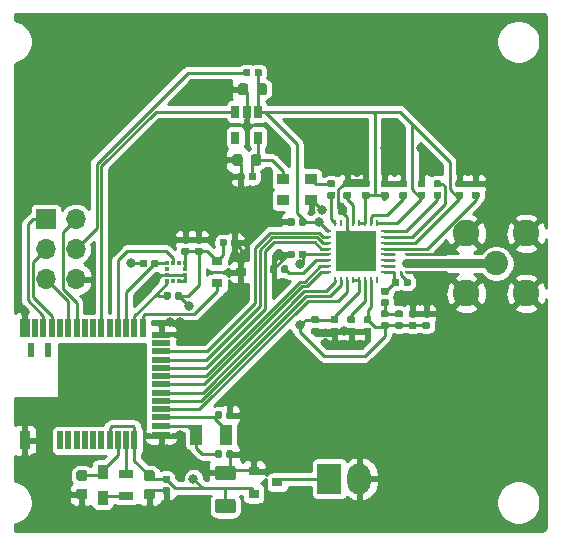
<source format=gtl>
G04 #@! TF.GenerationSoftware,KiCad,Pcbnew,5.1.4-e60b266~84~ubuntu18.04.1*
G04 #@! TF.CreationDate,2019-10-26T18:44:54+05:30*
G04 #@! TF.ProjectId,senseEle_SMA_rev1,73656e73-6545-46c6-955f-534d415f7265,rev?*
G04 #@! TF.SameCoordinates,Original*
G04 #@! TF.FileFunction,Copper,L1,Top*
G04 #@! TF.FilePolarity,Positive*
%FSLAX46Y46*%
G04 Gerber Fmt 4.6, Leading zero omitted, Abs format (unit mm)*
G04 Created by KiCad (PCBNEW 5.1.4-e60b266~84~ubuntu18.04.1) date 2019-10-26 18:44:54*
%MOMM*%
%LPD*%
G04 APERTURE LIST*
%ADD10C,0.100000*%
%ADD11C,0.875000*%
%ADD12C,0.590000*%
%ADD13R,0.375000X0.350000*%
%ADD14R,0.350000X0.375000*%
%ADD15R,0.650000X1.060000*%
%ADD16O,2.000000X2.600000*%
%ADD17R,2.000000X2.600000*%
%ADD18C,1.250000*%
%ADD19C,2.050000*%
%ADD20C,2.250000*%
%ADD21R,1.700000X1.700000*%
%ADD22O,1.700000X1.700000*%
%ADD23R,0.900000X1.200000*%
%ADD24R,1.300000X0.700000*%
%ADD25R,0.900000X0.800000*%
%ADD26R,0.500000X1.200000*%
%ADD27R,0.900000X1.600000*%
%ADD28R,0.500000X1.600000*%
%ADD29R,1.600000X0.500000*%
%ADD30R,0.600000X0.250000*%
%ADD31R,0.250000X0.600000*%
%ADD32R,3.450000X3.450000*%
%ADD33C,0.240000*%
%ADD34R,1.000000X0.900000*%
%ADD35R,1.000000X1.800000*%
%ADD36C,0.800000*%
%ADD37C,0.250000*%
%ADD38C,0.754000*%
%ADD39C,0.254000*%
G04 APERTURE END LIST*
D10*
G36*
X32952691Y-16526053D02*
G01*
X32973926Y-16529203D01*
X32994750Y-16534419D01*
X33014962Y-16541651D01*
X33034368Y-16550830D01*
X33052781Y-16561866D01*
X33070024Y-16574654D01*
X33085930Y-16589070D01*
X33100346Y-16604976D01*
X33113134Y-16622219D01*
X33124170Y-16640632D01*
X33133349Y-16660038D01*
X33140581Y-16680250D01*
X33145797Y-16701074D01*
X33148947Y-16722309D01*
X33150000Y-16743750D01*
X33150000Y-17256250D01*
X33148947Y-17277691D01*
X33145797Y-17298926D01*
X33140581Y-17319750D01*
X33133349Y-17339962D01*
X33124170Y-17359368D01*
X33113134Y-17377781D01*
X33100346Y-17395024D01*
X33085930Y-17410930D01*
X33070024Y-17425346D01*
X33052781Y-17438134D01*
X33034368Y-17449170D01*
X33014962Y-17458349D01*
X32994750Y-17465581D01*
X32973926Y-17470797D01*
X32952691Y-17473947D01*
X32931250Y-17475000D01*
X32493750Y-17475000D01*
X32472309Y-17473947D01*
X32451074Y-17470797D01*
X32430250Y-17465581D01*
X32410038Y-17458349D01*
X32390632Y-17449170D01*
X32372219Y-17438134D01*
X32354976Y-17425346D01*
X32339070Y-17410930D01*
X32324654Y-17395024D01*
X32311866Y-17377781D01*
X32300830Y-17359368D01*
X32291651Y-17339962D01*
X32284419Y-17319750D01*
X32279203Y-17298926D01*
X32276053Y-17277691D01*
X32275000Y-17256250D01*
X32275000Y-16743750D01*
X32276053Y-16722309D01*
X32279203Y-16701074D01*
X32284419Y-16680250D01*
X32291651Y-16660038D01*
X32300830Y-16640632D01*
X32311866Y-16622219D01*
X32324654Y-16604976D01*
X32339070Y-16589070D01*
X32354976Y-16574654D01*
X32372219Y-16561866D01*
X32390632Y-16550830D01*
X32410038Y-16541651D01*
X32430250Y-16534419D01*
X32451074Y-16529203D01*
X32472309Y-16526053D01*
X32493750Y-16525000D01*
X32931250Y-16525000D01*
X32952691Y-16526053D01*
X32952691Y-16526053D01*
G37*
D11*
X32712500Y-17000000D03*
D10*
G36*
X34527691Y-16526053D02*
G01*
X34548926Y-16529203D01*
X34569750Y-16534419D01*
X34589962Y-16541651D01*
X34609368Y-16550830D01*
X34627781Y-16561866D01*
X34645024Y-16574654D01*
X34660930Y-16589070D01*
X34675346Y-16604976D01*
X34688134Y-16622219D01*
X34699170Y-16640632D01*
X34708349Y-16660038D01*
X34715581Y-16680250D01*
X34720797Y-16701074D01*
X34723947Y-16722309D01*
X34725000Y-16743750D01*
X34725000Y-17256250D01*
X34723947Y-17277691D01*
X34720797Y-17298926D01*
X34715581Y-17319750D01*
X34708349Y-17339962D01*
X34699170Y-17359368D01*
X34688134Y-17377781D01*
X34675346Y-17395024D01*
X34660930Y-17410930D01*
X34645024Y-17425346D01*
X34627781Y-17438134D01*
X34609368Y-17449170D01*
X34589962Y-17458349D01*
X34569750Y-17465581D01*
X34548926Y-17470797D01*
X34527691Y-17473947D01*
X34506250Y-17475000D01*
X34068750Y-17475000D01*
X34047309Y-17473947D01*
X34026074Y-17470797D01*
X34005250Y-17465581D01*
X33985038Y-17458349D01*
X33965632Y-17449170D01*
X33947219Y-17438134D01*
X33929976Y-17425346D01*
X33914070Y-17410930D01*
X33899654Y-17395024D01*
X33886866Y-17377781D01*
X33875830Y-17359368D01*
X33866651Y-17339962D01*
X33859419Y-17319750D01*
X33854203Y-17298926D01*
X33851053Y-17277691D01*
X33850000Y-17256250D01*
X33850000Y-16743750D01*
X33851053Y-16722309D01*
X33854203Y-16701074D01*
X33859419Y-16680250D01*
X33866651Y-16660038D01*
X33875830Y-16640632D01*
X33886866Y-16622219D01*
X33899654Y-16604976D01*
X33914070Y-16589070D01*
X33929976Y-16574654D01*
X33947219Y-16561866D01*
X33965632Y-16550830D01*
X33985038Y-16541651D01*
X34005250Y-16534419D01*
X34026074Y-16529203D01*
X34047309Y-16526053D01*
X34068750Y-16525000D01*
X34506250Y-16525000D01*
X34527691Y-16526053D01*
X34527691Y-16526053D01*
G37*
D11*
X34287500Y-17000000D03*
D10*
G36*
X34027691Y-22526053D02*
G01*
X34048926Y-22529203D01*
X34069750Y-22534419D01*
X34089962Y-22541651D01*
X34109368Y-22550830D01*
X34127781Y-22561866D01*
X34145024Y-22574654D01*
X34160930Y-22589070D01*
X34175346Y-22604976D01*
X34188134Y-22622219D01*
X34199170Y-22640632D01*
X34208349Y-22660038D01*
X34215581Y-22680250D01*
X34220797Y-22701074D01*
X34223947Y-22722309D01*
X34225000Y-22743750D01*
X34225000Y-23256250D01*
X34223947Y-23277691D01*
X34220797Y-23298926D01*
X34215581Y-23319750D01*
X34208349Y-23339962D01*
X34199170Y-23359368D01*
X34188134Y-23377781D01*
X34175346Y-23395024D01*
X34160930Y-23410930D01*
X34145024Y-23425346D01*
X34127781Y-23438134D01*
X34109368Y-23449170D01*
X34089962Y-23458349D01*
X34069750Y-23465581D01*
X34048926Y-23470797D01*
X34027691Y-23473947D01*
X34006250Y-23475000D01*
X33568750Y-23475000D01*
X33547309Y-23473947D01*
X33526074Y-23470797D01*
X33505250Y-23465581D01*
X33485038Y-23458349D01*
X33465632Y-23449170D01*
X33447219Y-23438134D01*
X33429976Y-23425346D01*
X33414070Y-23410930D01*
X33399654Y-23395024D01*
X33386866Y-23377781D01*
X33375830Y-23359368D01*
X33366651Y-23339962D01*
X33359419Y-23319750D01*
X33354203Y-23298926D01*
X33351053Y-23277691D01*
X33350000Y-23256250D01*
X33350000Y-22743750D01*
X33351053Y-22722309D01*
X33354203Y-22701074D01*
X33359419Y-22680250D01*
X33366651Y-22660038D01*
X33375830Y-22640632D01*
X33386866Y-22622219D01*
X33399654Y-22604976D01*
X33414070Y-22589070D01*
X33429976Y-22574654D01*
X33447219Y-22561866D01*
X33465632Y-22550830D01*
X33485038Y-22541651D01*
X33505250Y-22534419D01*
X33526074Y-22529203D01*
X33547309Y-22526053D01*
X33568750Y-22525000D01*
X34006250Y-22525000D01*
X34027691Y-22526053D01*
X34027691Y-22526053D01*
G37*
D11*
X33787500Y-23000000D03*
D10*
G36*
X32452691Y-22526053D02*
G01*
X32473926Y-22529203D01*
X32494750Y-22534419D01*
X32514962Y-22541651D01*
X32534368Y-22550830D01*
X32552781Y-22561866D01*
X32570024Y-22574654D01*
X32585930Y-22589070D01*
X32600346Y-22604976D01*
X32613134Y-22622219D01*
X32624170Y-22640632D01*
X32633349Y-22660038D01*
X32640581Y-22680250D01*
X32645797Y-22701074D01*
X32648947Y-22722309D01*
X32650000Y-22743750D01*
X32650000Y-23256250D01*
X32648947Y-23277691D01*
X32645797Y-23298926D01*
X32640581Y-23319750D01*
X32633349Y-23339962D01*
X32624170Y-23359368D01*
X32613134Y-23377781D01*
X32600346Y-23395024D01*
X32585930Y-23410930D01*
X32570024Y-23425346D01*
X32552781Y-23438134D01*
X32534368Y-23449170D01*
X32514962Y-23458349D01*
X32494750Y-23465581D01*
X32473926Y-23470797D01*
X32452691Y-23473947D01*
X32431250Y-23475000D01*
X31993750Y-23475000D01*
X31972309Y-23473947D01*
X31951074Y-23470797D01*
X31930250Y-23465581D01*
X31910038Y-23458349D01*
X31890632Y-23449170D01*
X31872219Y-23438134D01*
X31854976Y-23425346D01*
X31839070Y-23410930D01*
X31824654Y-23395024D01*
X31811866Y-23377781D01*
X31800830Y-23359368D01*
X31791651Y-23339962D01*
X31784419Y-23319750D01*
X31779203Y-23298926D01*
X31776053Y-23277691D01*
X31775000Y-23256250D01*
X31775000Y-22743750D01*
X31776053Y-22722309D01*
X31779203Y-22701074D01*
X31784419Y-22680250D01*
X31791651Y-22660038D01*
X31800830Y-22640632D01*
X31811866Y-22622219D01*
X31824654Y-22604976D01*
X31839070Y-22589070D01*
X31854976Y-22574654D01*
X31872219Y-22561866D01*
X31890632Y-22550830D01*
X31910038Y-22541651D01*
X31930250Y-22534419D01*
X31951074Y-22529203D01*
X31972309Y-22526053D01*
X31993750Y-22525000D01*
X32431250Y-22525000D01*
X32452691Y-22526053D01*
X32452691Y-22526053D01*
G37*
D11*
X32212500Y-23000000D03*
D10*
G36*
X19327691Y-50851053D02*
G01*
X19348926Y-50854203D01*
X19369750Y-50859419D01*
X19389962Y-50866651D01*
X19409368Y-50875830D01*
X19427781Y-50886866D01*
X19445024Y-50899654D01*
X19460930Y-50914070D01*
X19475346Y-50929976D01*
X19488134Y-50947219D01*
X19499170Y-50965632D01*
X19508349Y-50985038D01*
X19515581Y-51005250D01*
X19520797Y-51026074D01*
X19523947Y-51047309D01*
X19525000Y-51068750D01*
X19525000Y-51506250D01*
X19523947Y-51527691D01*
X19520797Y-51548926D01*
X19515581Y-51569750D01*
X19508349Y-51589962D01*
X19499170Y-51609368D01*
X19488134Y-51627781D01*
X19475346Y-51645024D01*
X19460930Y-51660930D01*
X19445024Y-51675346D01*
X19427781Y-51688134D01*
X19409368Y-51699170D01*
X19389962Y-51708349D01*
X19369750Y-51715581D01*
X19348926Y-51720797D01*
X19327691Y-51723947D01*
X19306250Y-51725000D01*
X18793750Y-51725000D01*
X18772309Y-51723947D01*
X18751074Y-51720797D01*
X18730250Y-51715581D01*
X18710038Y-51708349D01*
X18690632Y-51699170D01*
X18672219Y-51688134D01*
X18654976Y-51675346D01*
X18639070Y-51660930D01*
X18624654Y-51645024D01*
X18611866Y-51627781D01*
X18600830Y-51609368D01*
X18591651Y-51589962D01*
X18584419Y-51569750D01*
X18579203Y-51548926D01*
X18576053Y-51527691D01*
X18575000Y-51506250D01*
X18575000Y-51068750D01*
X18576053Y-51047309D01*
X18579203Y-51026074D01*
X18584419Y-51005250D01*
X18591651Y-50985038D01*
X18600830Y-50965632D01*
X18611866Y-50947219D01*
X18624654Y-50929976D01*
X18639070Y-50914070D01*
X18654976Y-50899654D01*
X18672219Y-50886866D01*
X18690632Y-50875830D01*
X18710038Y-50866651D01*
X18730250Y-50859419D01*
X18751074Y-50854203D01*
X18772309Y-50851053D01*
X18793750Y-50850000D01*
X19306250Y-50850000D01*
X19327691Y-50851053D01*
X19327691Y-50851053D01*
G37*
D11*
X19050000Y-51287500D03*
D10*
G36*
X19327691Y-49276053D02*
G01*
X19348926Y-49279203D01*
X19369750Y-49284419D01*
X19389962Y-49291651D01*
X19409368Y-49300830D01*
X19427781Y-49311866D01*
X19445024Y-49324654D01*
X19460930Y-49339070D01*
X19475346Y-49354976D01*
X19488134Y-49372219D01*
X19499170Y-49390632D01*
X19508349Y-49410038D01*
X19515581Y-49430250D01*
X19520797Y-49451074D01*
X19523947Y-49472309D01*
X19525000Y-49493750D01*
X19525000Y-49931250D01*
X19523947Y-49952691D01*
X19520797Y-49973926D01*
X19515581Y-49994750D01*
X19508349Y-50014962D01*
X19499170Y-50034368D01*
X19488134Y-50052781D01*
X19475346Y-50070024D01*
X19460930Y-50085930D01*
X19445024Y-50100346D01*
X19427781Y-50113134D01*
X19409368Y-50124170D01*
X19389962Y-50133349D01*
X19369750Y-50140581D01*
X19348926Y-50145797D01*
X19327691Y-50148947D01*
X19306250Y-50150000D01*
X18793750Y-50150000D01*
X18772309Y-50148947D01*
X18751074Y-50145797D01*
X18730250Y-50140581D01*
X18710038Y-50133349D01*
X18690632Y-50124170D01*
X18672219Y-50113134D01*
X18654976Y-50100346D01*
X18639070Y-50085930D01*
X18624654Y-50070024D01*
X18611866Y-50052781D01*
X18600830Y-50034368D01*
X18591651Y-50014962D01*
X18584419Y-49994750D01*
X18579203Y-49973926D01*
X18576053Y-49952691D01*
X18575000Y-49931250D01*
X18575000Y-49493750D01*
X18576053Y-49472309D01*
X18579203Y-49451074D01*
X18584419Y-49430250D01*
X18591651Y-49410038D01*
X18600830Y-49390632D01*
X18611866Y-49372219D01*
X18624654Y-49354976D01*
X18639070Y-49339070D01*
X18654976Y-49324654D01*
X18672219Y-49311866D01*
X18690632Y-49300830D01*
X18710038Y-49291651D01*
X18730250Y-49284419D01*
X18751074Y-49279203D01*
X18772309Y-49276053D01*
X18793750Y-49275000D01*
X19306250Y-49275000D01*
X19327691Y-49276053D01*
X19327691Y-49276053D01*
G37*
D11*
X19050000Y-49712500D03*
D10*
G36*
X25027691Y-49276053D02*
G01*
X25048926Y-49279203D01*
X25069750Y-49284419D01*
X25089962Y-49291651D01*
X25109368Y-49300830D01*
X25127781Y-49311866D01*
X25145024Y-49324654D01*
X25160930Y-49339070D01*
X25175346Y-49354976D01*
X25188134Y-49372219D01*
X25199170Y-49390632D01*
X25208349Y-49410038D01*
X25215581Y-49430250D01*
X25220797Y-49451074D01*
X25223947Y-49472309D01*
X25225000Y-49493750D01*
X25225000Y-49931250D01*
X25223947Y-49952691D01*
X25220797Y-49973926D01*
X25215581Y-49994750D01*
X25208349Y-50014962D01*
X25199170Y-50034368D01*
X25188134Y-50052781D01*
X25175346Y-50070024D01*
X25160930Y-50085930D01*
X25145024Y-50100346D01*
X25127781Y-50113134D01*
X25109368Y-50124170D01*
X25089962Y-50133349D01*
X25069750Y-50140581D01*
X25048926Y-50145797D01*
X25027691Y-50148947D01*
X25006250Y-50150000D01*
X24493750Y-50150000D01*
X24472309Y-50148947D01*
X24451074Y-50145797D01*
X24430250Y-50140581D01*
X24410038Y-50133349D01*
X24390632Y-50124170D01*
X24372219Y-50113134D01*
X24354976Y-50100346D01*
X24339070Y-50085930D01*
X24324654Y-50070024D01*
X24311866Y-50052781D01*
X24300830Y-50034368D01*
X24291651Y-50014962D01*
X24284419Y-49994750D01*
X24279203Y-49973926D01*
X24276053Y-49952691D01*
X24275000Y-49931250D01*
X24275000Y-49493750D01*
X24276053Y-49472309D01*
X24279203Y-49451074D01*
X24284419Y-49430250D01*
X24291651Y-49410038D01*
X24300830Y-49390632D01*
X24311866Y-49372219D01*
X24324654Y-49354976D01*
X24339070Y-49339070D01*
X24354976Y-49324654D01*
X24372219Y-49311866D01*
X24390632Y-49300830D01*
X24410038Y-49291651D01*
X24430250Y-49284419D01*
X24451074Y-49279203D01*
X24472309Y-49276053D01*
X24493750Y-49275000D01*
X25006250Y-49275000D01*
X25027691Y-49276053D01*
X25027691Y-49276053D01*
G37*
D11*
X24750000Y-49712500D03*
D10*
G36*
X25027691Y-50851053D02*
G01*
X25048926Y-50854203D01*
X25069750Y-50859419D01*
X25089962Y-50866651D01*
X25109368Y-50875830D01*
X25127781Y-50886866D01*
X25145024Y-50899654D01*
X25160930Y-50914070D01*
X25175346Y-50929976D01*
X25188134Y-50947219D01*
X25199170Y-50965632D01*
X25208349Y-50985038D01*
X25215581Y-51005250D01*
X25220797Y-51026074D01*
X25223947Y-51047309D01*
X25225000Y-51068750D01*
X25225000Y-51506250D01*
X25223947Y-51527691D01*
X25220797Y-51548926D01*
X25215581Y-51569750D01*
X25208349Y-51589962D01*
X25199170Y-51609368D01*
X25188134Y-51627781D01*
X25175346Y-51645024D01*
X25160930Y-51660930D01*
X25145024Y-51675346D01*
X25127781Y-51688134D01*
X25109368Y-51699170D01*
X25089962Y-51708349D01*
X25069750Y-51715581D01*
X25048926Y-51720797D01*
X25027691Y-51723947D01*
X25006250Y-51725000D01*
X24493750Y-51725000D01*
X24472309Y-51723947D01*
X24451074Y-51720797D01*
X24430250Y-51715581D01*
X24410038Y-51708349D01*
X24390632Y-51699170D01*
X24372219Y-51688134D01*
X24354976Y-51675346D01*
X24339070Y-51660930D01*
X24324654Y-51645024D01*
X24311866Y-51627781D01*
X24300830Y-51609368D01*
X24291651Y-51589962D01*
X24284419Y-51569750D01*
X24279203Y-51548926D01*
X24276053Y-51527691D01*
X24275000Y-51506250D01*
X24275000Y-51068750D01*
X24276053Y-51047309D01*
X24279203Y-51026074D01*
X24284419Y-51005250D01*
X24291651Y-50985038D01*
X24300830Y-50965632D01*
X24311866Y-50947219D01*
X24324654Y-50929976D01*
X24339070Y-50914070D01*
X24354976Y-50899654D01*
X24372219Y-50886866D01*
X24390632Y-50875830D01*
X24410038Y-50866651D01*
X24430250Y-50859419D01*
X24451074Y-50854203D01*
X24472309Y-50851053D01*
X24493750Y-50850000D01*
X25006250Y-50850000D01*
X25027691Y-50851053D01*
X25027691Y-50851053D01*
G37*
D11*
X24750000Y-51287500D03*
D10*
G36*
X26386958Y-49720710D02*
G01*
X26401276Y-49722834D01*
X26415317Y-49726351D01*
X26428946Y-49731228D01*
X26442031Y-49737417D01*
X26454447Y-49744858D01*
X26466073Y-49753481D01*
X26476798Y-49763202D01*
X26486519Y-49773927D01*
X26495142Y-49785553D01*
X26502583Y-49797969D01*
X26508772Y-49811054D01*
X26513649Y-49824683D01*
X26517166Y-49838724D01*
X26519290Y-49853042D01*
X26520000Y-49867500D01*
X26520000Y-50162500D01*
X26519290Y-50176958D01*
X26517166Y-50191276D01*
X26513649Y-50205317D01*
X26508772Y-50218946D01*
X26502583Y-50232031D01*
X26495142Y-50244447D01*
X26486519Y-50256073D01*
X26476798Y-50266798D01*
X26466073Y-50276519D01*
X26454447Y-50285142D01*
X26442031Y-50292583D01*
X26428946Y-50298772D01*
X26415317Y-50303649D01*
X26401276Y-50307166D01*
X26386958Y-50309290D01*
X26372500Y-50310000D01*
X26027500Y-50310000D01*
X26013042Y-50309290D01*
X25998724Y-50307166D01*
X25984683Y-50303649D01*
X25971054Y-50298772D01*
X25957969Y-50292583D01*
X25945553Y-50285142D01*
X25933927Y-50276519D01*
X25923202Y-50266798D01*
X25913481Y-50256073D01*
X25904858Y-50244447D01*
X25897417Y-50232031D01*
X25891228Y-50218946D01*
X25886351Y-50205317D01*
X25882834Y-50191276D01*
X25880710Y-50176958D01*
X25880000Y-50162500D01*
X25880000Y-49867500D01*
X25880710Y-49853042D01*
X25882834Y-49838724D01*
X25886351Y-49824683D01*
X25891228Y-49811054D01*
X25897417Y-49797969D01*
X25904858Y-49785553D01*
X25913481Y-49773927D01*
X25923202Y-49763202D01*
X25933927Y-49753481D01*
X25945553Y-49744858D01*
X25957969Y-49737417D01*
X25971054Y-49731228D01*
X25984683Y-49726351D01*
X25998724Y-49722834D01*
X26013042Y-49720710D01*
X26027500Y-49720000D01*
X26372500Y-49720000D01*
X26386958Y-49720710D01*
X26386958Y-49720710D01*
G37*
D12*
X26200000Y-50015000D03*
D10*
G36*
X26386958Y-50690710D02*
G01*
X26401276Y-50692834D01*
X26415317Y-50696351D01*
X26428946Y-50701228D01*
X26442031Y-50707417D01*
X26454447Y-50714858D01*
X26466073Y-50723481D01*
X26476798Y-50733202D01*
X26486519Y-50743927D01*
X26495142Y-50755553D01*
X26502583Y-50767969D01*
X26508772Y-50781054D01*
X26513649Y-50794683D01*
X26517166Y-50808724D01*
X26519290Y-50823042D01*
X26520000Y-50837500D01*
X26520000Y-51132500D01*
X26519290Y-51146958D01*
X26517166Y-51161276D01*
X26513649Y-51175317D01*
X26508772Y-51188946D01*
X26502583Y-51202031D01*
X26495142Y-51214447D01*
X26486519Y-51226073D01*
X26476798Y-51236798D01*
X26466073Y-51246519D01*
X26454447Y-51255142D01*
X26442031Y-51262583D01*
X26428946Y-51268772D01*
X26415317Y-51273649D01*
X26401276Y-51277166D01*
X26386958Y-51279290D01*
X26372500Y-51280000D01*
X26027500Y-51280000D01*
X26013042Y-51279290D01*
X25998724Y-51277166D01*
X25984683Y-51273649D01*
X25971054Y-51268772D01*
X25957969Y-51262583D01*
X25945553Y-51255142D01*
X25933927Y-51246519D01*
X25923202Y-51236798D01*
X25913481Y-51226073D01*
X25904858Y-51214447D01*
X25897417Y-51202031D01*
X25891228Y-51188946D01*
X25886351Y-51175317D01*
X25882834Y-51161276D01*
X25880710Y-51146958D01*
X25880000Y-51132500D01*
X25880000Y-50837500D01*
X25880710Y-50823042D01*
X25882834Y-50808724D01*
X25886351Y-50794683D01*
X25891228Y-50781054D01*
X25897417Y-50767969D01*
X25904858Y-50755553D01*
X25913481Y-50743927D01*
X25923202Y-50733202D01*
X25933927Y-50723481D01*
X25945553Y-50714858D01*
X25957969Y-50707417D01*
X25971054Y-50701228D01*
X25984683Y-50696351D01*
X25998724Y-50692834D01*
X26013042Y-50690710D01*
X26027500Y-50690000D01*
X26372500Y-50690000D01*
X26386958Y-50690710D01*
X26386958Y-50690710D01*
G37*
D12*
X26200000Y-50985000D03*
D10*
G36*
X31746958Y-47580710D02*
G01*
X31761276Y-47582834D01*
X31775317Y-47586351D01*
X31788946Y-47591228D01*
X31802031Y-47597417D01*
X31814447Y-47604858D01*
X31826073Y-47613481D01*
X31836798Y-47623202D01*
X31846519Y-47633927D01*
X31855142Y-47645553D01*
X31862583Y-47657969D01*
X31868772Y-47671054D01*
X31873649Y-47684683D01*
X31877166Y-47698724D01*
X31879290Y-47713042D01*
X31880000Y-47727500D01*
X31880000Y-48072500D01*
X31879290Y-48086958D01*
X31877166Y-48101276D01*
X31873649Y-48115317D01*
X31868772Y-48128946D01*
X31862583Y-48142031D01*
X31855142Y-48154447D01*
X31846519Y-48166073D01*
X31836798Y-48176798D01*
X31826073Y-48186519D01*
X31814447Y-48195142D01*
X31802031Y-48202583D01*
X31788946Y-48208772D01*
X31775317Y-48213649D01*
X31761276Y-48217166D01*
X31746958Y-48219290D01*
X31732500Y-48220000D01*
X31437500Y-48220000D01*
X31423042Y-48219290D01*
X31408724Y-48217166D01*
X31394683Y-48213649D01*
X31381054Y-48208772D01*
X31367969Y-48202583D01*
X31355553Y-48195142D01*
X31343927Y-48186519D01*
X31333202Y-48176798D01*
X31323481Y-48166073D01*
X31314858Y-48154447D01*
X31307417Y-48142031D01*
X31301228Y-48128946D01*
X31296351Y-48115317D01*
X31292834Y-48101276D01*
X31290710Y-48086958D01*
X31290000Y-48072500D01*
X31290000Y-47727500D01*
X31290710Y-47713042D01*
X31292834Y-47698724D01*
X31296351Y-47684683D01*
X31301228Y-47671054D01*
X31307417Y-47657969D01*
X31314858Y-47645553D01*
X31323481Y-47633927D01*
X31333202Y-47623202D01*
X31343927Y-47613481D01*
X31355553Y-47604858D01*
X31367969Y-47597417D01*
X31381054Y-47591228D01*
X31394683Y-47586351D01*
X31408724Y-47582834D01*
X31423042Y-47580710D01*
X31437500Y-47580000D01*
X31732500Y-47580000D01*
X31746958Y-47580710D01*
X31746958Y-47580710D01*
G37*
D12*
X31585000Y-47900000D03*
D10*
G36*
X30776958Y-47580710D02*
G01*
X30791276Y-47582834D01*
X30805317Y-47586351D01*
X30818946Y-47591228D01*
X30832031Y-47597417D01*
X30844447Y-47604858D01*
X30856073Y-47613481D01*
X30866798Y-47623202D01*
X30876519Y-47633927D01*
X30885142Y-47645553D01*
X30892583Y-47657969D01*
X30898772Y-47671054D01*
X30903649Y-47684683D01*
X30907166Y-47698724D01*
X30909290Y-47713042D01*
X30910000Y-47727500D01*
X30910000Y-48072500D01*
X30909290Y-48086958D01*
X30907166Y-48101276D01*
X30903649Y-48115317D01*
X30898772Y-48128946D01*
X30892583Y-48142031D01*
X30885142Y-48154447D01*
X30876519Y-48166073D01*
X30866798Y-48176798D01*
X30856073Y-48186519D01*
X30844447Y-48195142D01*
X30832031Y-48202583D01*
X30818946Y-48208772D01*
X30805317Y-48213649D01*
X30791276Y-48217166D01*
X30776958Y-48219290D01*
X30762500Y-48220000D01*
X30467500Y-48220000D01*
X30453042Y-48219290D01*
X30438724Y-48217166D01*
X30424683Y-48213649D01*
X30411054Y-48208772D01*
X30397969Y-48202583D01*
X30385553Y-48195142D01*
X30373927Y-48186519D01*
X30363202Y-48176798D01*
X30353481Y-48166073D01*
X30344858Y-48154447D01*
X30337417Y-48142031D01*
X30331228Y-48128946D01*
X30326351Y-48115317D01*
X30322834Y-48101276D01*
X30320710Y-48086958D01*
X30320000Y-48072500D01*
X30320000Y-47727500D01*
X30320710Y-47713042D01*
X30322834Y-47698724D01*
X30326351Y-47684683D01*
X30331228Y-47671054D01*
X30337417Y-47657969D01*
X30344858Y-47645553D01*
X30353481Y-47633927D01*
X30363202Y-47623202D01*
X30373927Y-47613481D01*
X30385553Y-47604858D01*
X30397969Y-47597417D01*
X30411054Y-47591228D01*
X30424683Y-47586351D01*
X30438724Y-47582834D01*
X30453042Y-47580710D01*
X30467500Y-47580000D01*
X30762500Y-47580000D01*
X30776958Y-47580710D01*
X30776958Y-47580710D01*
G37*
D12*
X30615000Y-47900000D03*
D10*
G36*
X30776958Y-44280710D02*
G01*
X30791276Y-44282834D01*
X30805317Y-44286351D01*
X30818946Y-44291228D01*
X30832031Y-44297417D01*
X30844447Y-44304858D01*
X30856073Y-44313481D01*
X30866798Y-44323202D01*
X30876519Y-44333927D01*
X30885142Y-44345553D01*
X30892583Y-44357969D01*
X30898772Y-44371054D01*
X30903649Y-44384683D01*
X30907166Y-44398724D01*
X30909290Y-44413042D01*
X30910000Y-44427500D01*
X30910000Y-44772500D01*
X30909290Y-44786958D01*
X30907166Y-44801276D01*
X30903649Y-44815317D01*
X30898772Y-44828946D01*
X30892583Y-44842031D01*
X30885142Y-44854447D01*
X30876519Y-44866073D01*
X30866798Y-44876798D01*
X30856073Y-44886519D01*
X30844447Y-44895142D01*
X30832031Y-44902583D01*
X30818946Y-44908772D01*
X30805317Y-44913649D01*
X30791276Y-44917166D01*
X30776958Y-44919290D01*
X30762500Y-44920000D01*
X30467500Y-44920000D01*
X30453042Y-44919290D01*
X30438724Y-44917166D01*
X30424683Y-44913649D01*
X30411054Y-44908772D01*
X30397969Y-44902583D01*
X30385553Y-44895142D01*
X30373927Y-44886519D01*
X30363202Y-44876798D01*
X30353481Y-44866073D01*
X30344858Y-44854447D01*
X30337417Y-44842031D01*
X30331228Y-44828946D01*
X30326351Y-44815317D01*
X30322834Y-44801276D01*
X30320710Y-44786958D01*
X30320000Y-44772500D01*
X30320000Y-44427500D01*
X30320710Y-44413042D01*
X30322834Y-44398724D01*
X30326351Y-44384683D01*
X30331228Y-44371054D01*
X30337417Y-44357969D01*
X30344858Y-44345553D01*
X30353481Y-44333927D01*
X30363202Y-44323202D01*
X30373927Y-44313481D01*
X30385553Y-44304858D01*
X30397969Y-44297417D01*
X30411054Y-44291228D01*
X30424683Y-44286351D01*
X30438724Y-44282834D01*
X30453042Y-44280710D01*
X30467500Y-44280000D01*
X30762500Y-44280000D01*
X30776958Y-44280710D01*
X30776958Y-44280710D01*
G37*
D12*
X30615000Y-44600000D03*
D10*
G36*
X31746958Y-44280710D02*
G01*
X31761276Y-44282834D01*
X31775317Y-44286351D01*
X31788946Y-44291228D01*
X31802031Y-44297417D01*
X31814447Y-44304858D01*
X31826073Y-44313481D01*
X31836798Y-44323202D01*
X31846519Y-44333927D01*
X31855142Y-44345553D01*
X31862583Y-44357969D01*
X31868772Y-44371054D01*
X31873649Y-44384683D01*
X31877166Y-44398724D01*
X31879290Y-44413042D01*
X31880000Y-44427500D01*
X31880000Y-44772500D01*
X31879290Y-44786958D01*
X31877166Y-44801276D01*
X31873649Y-44815317D01*
X31868772Y-44828946D01*
X31862583Y-44842031D01*
X31855142Y-44854447D01*
X31846519Y-44866073D01*
X31836798Y-44876798D01*
X31826073Y-44886519D01*
X31814447Y-44895142D01*
X31802031Y-44902583D01*
X31788946Y-44908772D01*
X31775317Y-44913649D01*
X31761276Y-44917166D01*
X31746958Y-44919290D01*
X31732500Y-44920000D01*
X31437500Y-44920000D01*
X31423042Y-44919290D01*
X31408724Y-44917166D01*
X31394683Y-44913649D01*
X31381054Y-44908772D01*
X31367969Y-44902583D01*
X31355553Y-44895142D01*
X31343927Y-44886519D01*
X31333202Y-44876798D01*
X31323481Y-44866073D01*
X31314858Y-44854447D01*
X31307417Y-44842031D01*
X31301228Y-44828946D01*
X31296351Y-44815317D01*
X31292834Y-44801276D01*
X31290710Y-44786958D01*
X31290000Y-44772500D01*
X31290000Y-44427500D01*
X31290710Y-44413042D01*
X31292834Y-44398724D01*
X31296351Y-44384683D01*
X31301228Y-44371054D01*
X31307417Y-44357969D01*
X31314858Y-44345553D01*
X31323481Y-44333927D01*
X31333202Y-44323202D01*
X31343927Y-44313481D01*
X31355553Y-44304858D01*
X31367969Y-44297417D01*
X31381054Y-44291228D01*
X31394683Y-44286351D01*
X31408724Y-44282834D01*
X31423042Y-44280710D01*
X31437500Y-44280000D01*
X31732500Y-44280000D01*
X31746958Y-44280710D01*
X31746958Y-44280710D01*
G37*
D12*
X31585000Y-44600000D03*
D10*
G36*
X33646958Y-24080710D02*
G01*
X33661276Y-24082834D01*
X33675317Y-24086351D01*
X33688946Y-24091228D01*
X33702031Y-24097417D01*
X33714447Y-24104858D01*
X33726073Y-24113481D01*
X33736798Y-24123202D01*
X33746519Y-24133927D01*
X33755142Y-24145553D01*
X33762583Y-24157969D01*
X33768772Y-24171054D01*
X33773649Y-24184683D01*
X33777166Y-24198724D01*
X33779290Y-24213042D01*
X33780000Y-24227500D01*
X33780000Y-24572500D01*
X33779290Y-24586958D01*
X33777166Y-24601276D01*
X33773649Y-24615317D01*
X33768772Y-24628946D01*
X33762583Y-24642031D01*
X33755142Y-24654447D01*
X33746519Y-24666073D01*
X33736798Y-24676798D01*
X33726073Y-24686519D01*
X33714447Y-24695142D01*
X33702031Y-24702583D01*
X33688946Y-24708772D01*
X33675317Y-24713649D01*
X33661276Y-24717166D01*
X33646958Y-24719290D01*
X33632500Y-24720000D01*
X33337500Y-24720000D01*
X33323042Y-24719290D01*
X33308724Y-24717166D01*
X33294683Y-24713649D01*
X33281054Y-24708772D01*
X33267969Y-24702583D01*
X33255553Y-24695142D01*
X33243927Y-24686519D01*
X33233202Y-24676798D01*
X33223481Y-24666073D01*
X33214858Y-24654447D01*
X33207417Y-24642031D01*
X33201228Y-24628946D01*
X33196351Y-24615317D01*
X33192834Y-24601276D01*
X33190710Y-24586958D01*
X33190000Y-24572500D01*
X33190000Y-24227500D01*
X33190710Y-24213042D01*
X33192834Y-24198724D01*
X33196351Y-24184683D01*
X33201228Y-24171054D01*
X33207417Y-24157969D01*
X33214858Y-24145553D01*
X33223481Y-24133927D01*
X33233202Y-24123202D01*
X33243927Y-24113481D01*
X33255553Y-24104858D01*
X33267969Y-24097417D01*
X33281054Y-24091228D01*
X33294683Y-24086351D01*
X33308724Y-24082834D01*
X33323042Y-24080710D01*
X33337500Y-24080000D01*
X33632500Y-24080000D01*
X33646958Y-24080710D01*
X33646958Y-24080710D01*
G37*
D12*
X33485000Y-24400000D03*
D10*
G36*
X32676958Y-24080710D02*
G01*
X32691276Y-24082834D01*
X32705317Y-24086351D01*
X32718946Y-24091228D01*
X32732031Y-24097417D01*
X32744447Y-24104858D01*
X32756073Y-24113481D01*
X32766798Y-24123202D01*
X32776519Y-24133927D01*
X32785142Y-24145553D01*
X32792583Y-24157969D01*
X32798772Y-24171054D01*
X32803649Y-24184683D01*
X32807166Y-24198724D01*
X32809290Y-24213042D01*
X32810000Y-24227500D01*
X32810000Y-24572500D01*
X32809290Y-24586958D01*
X32807166Y-24601276D01*
X32803649Y-24615317D01*
X32798772Y-24628946D01*
X32792583Y-24642031D01*
X32785142Y-24654447D01*
X32776519Y-24666073D01*
X32766798Y-24676798D01*
X32756073Y-24686519D01*
X32744447Y-24695142D01*
X32732031Y-24702583D01*
X32718946Y-24708772D01*
X32705317Y-24713649D01*
X32691276Y-24717166D01*
X32676958Y-24719290D01*
X32662500Y-24720000D01*
X32367500Y-24720000D01*
X32353042Y-24719290D01*
X32338724Y-24717166D01*
X32324683Y-24713649D01*
X32311054Y-24708772D01*
X32297969Y-24702583D01*
X32285553Y-24695142D01*
X32273927Y-24686519D01*
X32263202Y-24676798D01*
X32253481Y-24666073D01*
X32244858Y-24654447D01*
X32237417Y-24642031D01*
X32231228Y-24628946D01*
X32226351Y-24615317D01*
X32222834Y-24601276D01*
X32220710Y-24586958D01*
X32220000Y-24572500D01*
X32220000Y-24227500D01*
X32220710Y-24213042D01*
X32222834Y-24198724D01*
X32226351Y-24184683D01*
X32231228Y-24171054D01*
X32237417Y-24157969D01*
X32244858Y-24145553D01*
X32253481Y-24133927D01*
X32263202Y-24123202D01*
X32273927Y-24113481D01*
X32285553Y-24104858D01*
X32297969Y-24097417D01*
X32311054Y-24091228D01*
X32324683Y-24086351D01*
X32338724Y-24082834D01*
X32353042Y-24080710D01*
X32367500Y-24080000D01*
X32662500Y-24080000D01*
X32676958Y-24080710D01*
X32676958Y-24080710D01*
G37*
D12*
X32515000Y-24400000D03*
D10*
G36*
X40336958Y-25690710D02*
G01*
X40351276Y-25692834D01*
X40365317Y-25696351D01*
X40378946Y-25701228D01*
X40392031Y-25707417D01*
X40404447Y-25714858D01*
X40416073Y-25723481D01*
X40426798Y-25733202D01*
X40436519Y-25743927D01*
X40445142Y-25755553D01*
X40452583Y-25767969D01*
X40458772Y-25781054D01*
X40463649Y-25794683D01*
X40467166Y-25808724D01*
X40469290Y-25823042D01*
X40470000Y-25837500D01*
X40470000Y-26132500D01*
X40469290Y-26146958D01*
X40467166Y-26161276D01*
X40463649Y-26175317D01*
X40458772Y-26188946D01*
X40452583Y-26202031D01*
X40445142Y-26214447D01*
X40436519Y-26226073D01*
X40426798Y-26236798D01*
X40416073Y-26246519D01*
X40404447Y-26255142D01*
X40392031Y-26262583D01*
X40378946Y-26268772D01*
X40365317Y-26273649D01*
X40351276Y-26277166D01*
X40336958Y-26279290D01*
X40322500Y-26280000D01*
X39977500Y-26280000D01*
X39963042Y-26279290D01*
X39948724Y-26277166D01*
X39934683Y-26273649D01*
X39921054Y-26268772D01*
X39907969Y-26262583D01*
X39895553Y-26255142D01*
X39883927Y-26246519D01*
X39873202Y-26236798D01*
X39863481Y-26226073D01*
X39854858Y-26214447D01*
X39847417Y-26202031D01*
X39841228Y-26188946D01*
X39836351Y-26175317D01*
X39832834Y-26161276D01*
X39830710Y-26146958D01*
X39830000Y-26132500D01*
X39830000Y-25837500D01*
X39830710Y-25823042D01*
X39832834Y-25808724D01*
X39836351Y-25794683D01*
X39841228Y-25781054D01*
X39847417Y-25767969D01*
X39854858Y-25755553D01*
X39863481Y-25743927D01*
X39873202Y-25733202D01*
X39883927Y-25723481D01*
X39895553Y-25714858D01*
X39907969Y-25707417D01*
X39921054Y-25701228D01*
X39934683Y-25696351D01*
X39948724Y-25692834D01*
X39963042Y-25690710D01*
X39977500Y-25690000D01*
X40322500Y-25690000D01*
X40336958Y-25690710D01*
X40336958Y-25690710D01*
G37*
D12*
X40150000Y-25985000D03*
D10*
G36*
X40336958Y-24720710D02*
G01*
X40351276Y-24722834D01*
X40365317Y-24726351D01*
X40378946Y-24731228D01*
X40392031Y-24737417D01*
X40404447Y-24744858D01*
X40416073Y-24753481D01*
X40426798Y-24763202D01*
X40436519Y-24773927D01*
X40445142Y-24785553D01*
X40452583Y-24797969D01*
X40458772Y-24811054D01*
X40463649Y-24824683D01*
X40467166Y-24838724D01*
X40469290Y-24853042D01*
X40470000Y-24867500D01*
X40470000Y-25162500D01*
X40469290Y-25176958D01*
X40467166Y-25191276D01*
X40463649Y-25205317D01*
X40458772Y-25218946D01*
X40452583Y-25232031D01*
X40445142Y-25244447D01*
X40436519Y-25256073D01*
X40426798Y-25266798D01*
X40416073Y-25276519D01*
X40404447Y-25285142D01*
X40392031Y-25292583D01*
X40378946Y-25298772D01*
X40365317Y-25303649D01*
X40351276Y-25307166D01*
X40336958Y-25309290D01*
X40322500Y-25310000D01*
X39977500Y-25310000D01*
X39963042Y-25309290D01*
X39948724Y-25307166D01*
X39934683Y-25303649D01*
X39921054Y-25298772D01*
X39907969Y-25292583D01*
X39895553Y-25285142D01*
X39883927Y-25276519D01*
X39873202Y-25266798D01*
X39863481Y-25256073D01*
X39854858Y-25244447D01*
X39847417Y-25232031D01*
X39841228Y-25218946D01*
X39836351Y-25205317D01*
X39832834Y-25191276D01*
X39830710Y-25176958D01*
X39830000Y-25162500D01*
X39830000Y-24867500D01*
X39830710Y-24853042D01*
X39832834Y-24838724D01*
X39836351Y-24824683D01*
X39841228Y-24811054D01*
X39847417Y-24797969D01*
X39854858Y-24785553D01*
X39863481Y-24773927D01*
X39873202Y-24763202D01*
X39883927Y-24753481D01*
X39895553Y-24744858D01*
X39907969Y-24737417D01*
X39921054Y-24731228D01*
X39934683Y-24726351D01*
X39948724Y-24722834D01*
X39963042Y-24720710D01*
X39977500Y-24720000D01*
X40322500Y-24720000D01*
X40336958Y-24720710D01*
X40336958Y-24720710D01*
G37*
D12*
X40150000Y-25015000D03*
D13*
X26237500Y-32250000D03*
X26237500Y-32750000D03*
X27762500Y-32250000D03*
X27762500Y-32750000D03*
X26237500Y-33250000D03*
X27762500Y-33250000D03*
X26237500Y-31750000D03*
X27762500Y-31750000D03*
D14*
X26750000Y-33262500D03*
X27250000Y-33262500D03*
X27250000Y-31737500D03*
X26750000Y-31737500D03*
D15*
X33950000Y-18900000D03*
X33000000Y-18900000D03*
X32050000Y-18900000D03*
X32050000Y-21100000D03*
X33950000Y-21100000D03*
D16*
X42540000Y-50000000D03*
D17*
X40000000Y-50000000D03*
D10*
G36*
X29136958Y-30440710D02*
G01*
X29151276Y-30442834D01*
X29165317Y-30446351D01*
X29178946Y-30451228D01*
X29192031Y-30457417D01*
X29204447Y-30464858D01*
X29216073Y-30473481D01*
X29226798Y-30483202D01*
X29236519Y-30493927D01*
X29245142Y-30505553D01*
X29252583Y-30517969D01*
X29258772Y-30531054D01*
X29263649Y-30544683D01*
X29267166Y-30558724D01*
X29269290Y-30573042D01*
X29270000Y-30587500D01*
X29270000Y-30882500D01*
X29269290Y-30896958D01*
X29267166Y-30911276D01*
X29263649Y-30925317D01*
X29258772Y-30938946D01*
X29252583Y-30952031D01*
X29245142Y-30964447D01*
X29236519Y-30976073D01*
X29226798Y-30986798D01*
X29216073Y-30996519D01*
X29204447Y-31005142D01*
X29192031Y-31012583D01*
X29178946Y-31018772D01*
X29165317Y-31023649D01*
X29151276Y-31027166D01*
X29136958Y-31029290D01*
X29122500Y-31030000D01*
X28777500Y-31030000D01*
X28763042Y-31029290D01*
X28748724Y-31027166D01*
X28734683Y-31023649D01*
X28721054Y-31018772D01*
X28707969Y-31012583D01*
X28695553Y-31005142D01*
X28683927Y-30996519D01*
X28673202Y-30986798D01*
X28663481Y-30976073D01*
X28654858Y-30964447D01*
X28647417Y-30952031D01*
X28641228Y-30938946D01*
X28636351Y-30925317D01*
X28632834Y-30911276D01*
X28630710Y-30896958D01*
X28630000Y-30882500D01*
X28630000Y-30587500D01*
X28630710Y-30573042D01*
X28632834Y-30558724D01*
X28636351Y-30544683D01*
X28641228Y-30531054D01*
X28647417Y-30517969D01*
X28654858Y-30505553D01*
X28663481Y-30493927D01*
X28673202Y-30483202D01*
X28683927Y-30473481D01*
X28695553Y-30464858D01*
X28707969Y-30457417D01*
X28721054Y-30451228D01*
X28734683Y-30446351D01*
X28748724Y-30442834D01*
X28763042Y-30440710D01*
X28777500Y-30440000D01*
X29122500Y-30440000D01*
X29136958Y-30440710D01*
X29136958Y-30440710D01*
G37*
D12*
X28950000Y-30735000D03*
D10*
G36*
X29136958Y-29470710D02*
G01*
X29151276Y-29472834D01*
X29165317Y-29476351D01*
X29178946Y-29481228D01*
X29192031Y-29487417D01*
X29204447Y-29494858D01*
X29216073Y-29503481D01*
X29226798Y-29513202D01*
X29236519Y-29523927D01*
X29245142Y-29535553D01*
X29252583Y-29547969D01*
X29258772Y-29561054D01*
X29263649Y-29574683D01*
X29267166Y-29588724D01*
X29269290Y-29603042D01*
X29270000Y-29617500D01*
X29270000Y-29912500D01*
X29269290Y-29926958D01*
X29267166Y-29941276D01*
X29263649Y-29955317D01*
X29258772Y-29968946D01*
X29252583Y-29982031D01*
X29245142Y-29994447D01*
X29236519Y-30006073D01*
X29226798Y-30016798D01*
X29216073Y-30026519D01*
X29204447Y-30035142D01*
X29192031Y-30042583D01*
X29178946Y-30048772D01*
X29165317Y-30053649D01*
X29151276Y-30057166D01*
X29136958Y-30059290D01*
X29122500Y-30060000D01*
X28777500Y-30060000D01*
X28763042Y-30059290D01*
X28748724Y-30057166D01*
X28734683Y-30053649D01*
X28721054Y-30048772D01*
X28707969Y-30042583D01*
X28695553Y-30035142D01*
X28683927Y-30026519D01*
X28673202Y-30016798D01*
X28663481Y-30006073D01*
X28654858Y-29994447D01*
X28647417Y-29982031D01*
X28641228Y-29968946D01*
X28636351Y-29955317D01*
X28632834Y-29941276D01*
X28630710Y-29926958D01*
X28630000Y-29912500D01*
X28630000Y-29617500D01*
X28630710Y-29603042D01*
X28632834Y-29588724D01*
X28636351Y-29574683D01*
X28641228Y-29561054D01*
X28647417Y-29547969D01*
X28654858Y-29535553D01*
X28663481Y-29523927D01*
X28673202Y-29513202D01*
X28683927Y-29503481D01*
X28695553Y-29494858D01*
X28707969Y-29487417D01*
X28721054Y-29481228D01*
X28734683Y-29476351D01*
X28748724Y-29472834D01*
X28763042Y-29470710D01*
X28777500Y-29470000D01*
X29122500Y-29470000D01*
X29136958Y-29470710D01*
X29136958Y-29470710D01*
G37*
D12*
X28950000Y-29765000D03*
D10*
G36*
X27986958Y-29470710D02*
G01*
X28001276Y-29472834D01*
X28015317Y-29476351D01*
X28028946Y-29481228D01*
X28042031Y-29487417D01*
X28054447Y-29494858D01*
X28066073Y-29503481D01*
X28076798Y-29513202D01*
X28086519Y-29523927D01*
X28095142Y-29535553D01*
X28102583Y-29547969D01*
X28108772Y-29561054D01*
X28113649Y-29574683D01*
X28117166Y-29588724D01*
X28119290Y-29603042D01*
X28120000Y-29617500D01*
X28120000Y-29912500D01*
X28119290Y-29926958D01*
X28117166Y-29941276D01*
X28113649Y-29955317D01*
X28108772Y-29968946D01*
X28102583Y-29982031D01*
X28095142Y-29994447D01*
X28086519Y-30006073D01*
X28076798Y-30016798D01*
X28066073Y-30026519D01*
X28054447Y-30035142D01*
X28042031Y-30042583D01*
X28028946Y-30048772D01*
X28015317Y-30053649D01*
X28001276Y-30057166D01*
X27986958Y-30059290D01*
X27972500Y-30060000D01*
X27627500Y-30060000D01*
X27613042Y-30059290D01*
X27598724Y-30057166D01*
X27584683Y-30053649D01*
X27571054Y-30048772D01*
X27557969Y-30042583D01*
X27545553Y-30035142D01*
X27533927Y-30026519D01*
X27523202Y-30016798D01*
X27513481Y-30006073D01*
X27504858Y-29994447D01*
X27497417Y-29982031D01*
X27491228Y-29968946D01*
X27486351Y-29955317D01*
X27482834Y-29941276D01*
X27480710Y-29926958D01*
X27480000Y-29912500D01*
X27480000Y-29617500D01*
X27480710Y-29603042D01*
X27482834Y-29588724D01*
X27486351Y-29574683D01*
X27491228Y-29561054D01*
X27497417Y-29547969D01*
X27504858Y-29535553D01*
X27513481Y-29523927D01*
X27523202Y-29513202D01*
X27533927Y-29503481D01*
X27545553Y-29494858D01*
X27557969Y-29487417D01*
X27571054Y-29481228D01*
X27584683Y-29476351D01*
X27598724Y-29472834D01*
X27613042Y-29470710D01*
X27627500Y-29470000D01*
X27972500Y-29470000D01*
X27986958Y-29470710D01*
X27986958Y-29470710D01*
G37*
D12*
X27800000Y-29765000D03*
D10*
G36*
X27986958Y-30440710D02*
G01*
X28001276Y-30442834D01*
X28015317Y-30446351D01*
X28028946Y-30451228D01*
X28042031Y-30457417D01*
X28054447Y-30464858D01*
X28066073Y-30473481D01*
X28076798Y-30483202D01*
X28086519Y-30493927D01*
X28095142Y-30505553D01*
X28102583Y-30517969D01*
X28108772Y-30531054D01*
X28113649Y-30544683D01*
X28117166Y-30558724D01*
X28119290Y-30573042D01*
X28120000Y-30587500D01*
X28120000Y-30882500D01*
X28119290Y-30896958D01*
X28117166Y-30911276D01*
X28113649Y-30925317D01*
X28108772Y-30938946D01*
X28102583Y-30952031D01*
X28095142Y-30964447D01*
X28086519Y-30976073D01*
X28076798Y-30986798D01*
X28066073Y-30996519D01*
X28054447Y-31005142D01*
X28042031Y-31012583D01*
X28028946Y-31018772D01*
X28015317Y-31023649D01*
X28001276Y-31027166D01*
X27986958Y-31029290D01*
X27972500Y-31030000D01*
X27627500Y-31030000D01*
X27613042Y-31029290D01*
X27598724Y-31027166D01*
X27584683Y-31023649D01*
X27571054Y-31018772D01*
X27557969Y-31012583D01*
X27545553Y-31005142D01*
X27533927Y-30996519D01*
X27523202Y-30986798D01*
X27513481Y-30976073D01*
X27504858Y-30964447D01*
X27497417Y-30952031D01*
X27491228Y-30938946D01*
X27486351Y-30925317D01*
X27482834Y-30911276D01*
X27480710Y-30896958D01*
X27480000Y-30882500D01*
X27480000Y-30587500D01*
X27480710Y-30573042D01*
X27482834Y-30558724D01*
X27486351Y-30544683D01*
X27491228Y-30531054D01*
X27497417Y-30517969D01*
X27504858Y-30505553D01*
X27513481Y-30493927D01*
X27523202Y-30483202D01*
X27533927Y-30473481D01*
X27545553Y-30464858D01*
X27557969Y-30457417D01*
X27571054Y-30451228D01*
X27584683Y-30446351D01*
X27598724Y-30442834D01*
X27613042Y-30440710D01*
X27627500Y-30440000D01*
X27972500Y-30440000D01*
X27986958Y-30440710D01*
X27986958Y-30440710D01*
G37*
D12*
X27800000Y-30735000D03*
D10*
G36*
X37896958Y-27930710D02*
G01*
X37911276Y-27932834D01*
X37925317Y-27936351D01*
X37938946Y-27941228D01*
X37952031Y-27947417D01*
X37964447Y-27954858D01*
X37976073Y-27963481D01*
X37986798Y-27973202D01*
X37996519Y-27983927D01*
X38005142Y-27995553D01*
X38012583Y-28007969D01*
X38018772Y-28021054D01*
X38023649Y-28034683D01*
X38027166Y-28048724D01*
X38029290Y-28063042D01*
X38030000Y-28077500D01*
X38030000Y-28422500D01*
X38029290Y-28436958D01*
X38027166Y-28451276D01*
X38023649Y-28465317D01*
X38018772Y-28478946D01*
X38012583Y-28492031D01*
X38005142Y-28504447D01*
X37996519Y-28516073D01*
X37986798Y-28526798D01*
X37976073Y-28536519D01*
X37964447Y-28545142D01*
X37952031Y-28552583D01*
X37938946Y-28558772D01*
X37925317Y-28563649D01*
X37911276Y-28567166D01*
X37896958Y-28569290D01*
X37882500Y-28570000D01*
X37587500Y-28570000D01*
X37573042Y-28569290D01*
X37558724Y-28567166D01*
X37544683Y-28563649D01*
X37531054Y-28558772D01*
X37517969Y-28552583D01*
X37505553Y-28545142D01*
X37493927Y-28536519D01*
X37483202Y-28526798D01*
X37473481Y-28516073D01*
X37464858Y-28504447D01*
X37457417Y-28492031D01*
X37451228Y-28478946D01*
X37446351Y-28465317D01*
X37442834Y-28451276D01*
X37440710Y-28436958D01*
X37440000Y-28422500D01*
X37440000Y-28077500D01*
X37440710Y-28063042D01*
X37442834Y-28048724D01*
X37446351Y-28034683D01*
X37451228Y-28021054D01*
X37457417Y-28007969D01*
X37464858Y-27995553D01*
X37473481Y-27983927D01*
X37483202Y-27973202D01*
X37493927Y-27963481D01*
X37505553Y-27954858D01*
X37517969Y-27947417D01*
X37531054Y-27941228D01*
X37544683Y-27936351D01*
X37558724Y-27932834D01*
X37573042Y-27930710D01*
X37587500Y-27930000D01*
X37882500Y-27930000D01*
X37896958Y-27930710D01*
X37896958Y-27930710D01*
G37*
D12*
X37735000Y-28250000D03*
D10*
G36*
X36926958Y-27930710D02*
G01*
X36941276Y-27932834D01*
X36955317Y-27936351D01*
X36968946Y-27941228D01*
X36982031Y-27947417D01*
X36994447Y-27954858D01*
X37006073Y-27963481D01*
X37016798Y-27973202D01*
X37026519Y-27983927D01*
X37035142Y-27995553D01*
X37042583Y-28007969D01*
X37048772Y-28021054D01*
X37053649Y-28034683D01*
X37057166Y-28048724D01*
X37059290Y-28063042D01*
X37060000Y-28077500D01*
X37060000Y-28422500D01*
X37059290Y-28436958D01*
X37057166Y-28451276D01*
X37053649Y-28465317D01*
X37048772Y-28478946D01*
X37042583Y-28492031D01*
X37035142Y-28504447D01*
X37026519Y-28516073D01*
X37016798Y-28526798D01*
X37006073Y-28536519D01*
X36994447Y-28545142D01*
X36982031Y-28552583D01*
X36968946Y-28558772D01*
X36955317Y-28563649D01*
X36941276Y-28567166D01*
X36926958Y-28569290D01*
X36912500Y-28570000D01*
X36617500Y-28570000D01*
X36603042Y-28569290D01*
X36588724Y-28567166D01*
X36574683Y-28563649D01*
X36561054Y-28558772D01*
X36547969Y-28552583D01*
X36535553Y-28545142D01*
X36523927Y-28536519D01*
X36513202Y-28526798D01*
X36503481Y-28516073D01*
X36494858Y-28504447D01*
X36487417Y-28492031D01*
X36481228Y-28478946D01*
X36476351Y-28465317D01*
X36472834Y-28451276D01*
X36470710Y-28436958D01*
X36470000Y-28422500D01*
X36470000Y-28077500D01*
X36470710Y-28063042D01*
X36472834Y-28048724D01*
X36476351Y-28034683D01*
X36481228Y-28021054D01*
X36487417Y-28007969D01*
X36494858Y-27995553D01*
X36503481Y-27983927D01*
X36513202Y-27973202D01*
X36523927Y-27963481D01*
X36535553Y-27954858D01*
X36547969Y-27947417D01*
X36561054Y-27941228D01*
X36574683Y-27936351D01*
X36588724Y-27932834D01*
X36603042Y-27930710D01*
X36617500Y-27930000D01*
X36912500Y-27930000D01*
X36926958Y-27930710D01*
X36926958Y-27930710D01*
G37*
D12*
X36765000Y-28250000D03*
D10*
G36*
X36926958Y-30680710D02*
G01*
X36941276Y-30682834D01*
X36955317Y-30686351D01*
X36968946Y-30691228D01*
X36982031Y-30697417D01*
X36994447Y-30704858D01*
X37006073Y-30713481D01*
X37016798Y-30723202D01*
X37026519Y-30733927D01*
X37035142Y-30745553D01*
X37042583Y-30757969D01*
X37048772Y-30771054D01*
X37053649Y-30784683D01*
X37057166Y-30798724D01*
X37059290Y-30813042D01*
X37060000Y-30827500D01*
X37060000Y-31172500D01*
X37059290Y-31186958D01*
X37057166Y-31201276D01*
X37053649Y-31215317D01*
X37048772Y-31228946D01*
X37042583Y-31242031D01*
X37035142Y-31254447D01*
X37026519Y-31266073D01*
X37016798Y-31276798D01*
X37006073Y-31286519D01*
X36994447Y-31295142D01*
X36982031Y-31302583D01*
X36968946Y-31308772D01*
X36955317Y-31313649D01*
X36941276Y-31317166D01*
X36926958Y-31319290D01*
X36912500Y-31320000D01*
X36617500Y-31320000D01*
X36603042Y-31319290D01*
X36588724Y-31317166D01*
X36574683Y-31313649D01*
X36561054Y-31308772D01*
X36547969Y-31302583D01*
X36535553Y-31295142D01*
X36523927Y-31286519D01*
X36513202Y-31276798D01*
X36503481Y-31266073D01*
X36494858Y-31254447D01*
X36487417Y-31242031D01*
X36481228Y-31228946D01*
X36476351Y-31215317D01*
X36472834Y-31201276D01*
X36470710Y-31186958D01*
X36470000Y-31172500D01*
X36470000Y-30827500D01*
X36470710Y-30813042D01*
X36472834Y-30798724D01*
X36476351Y-30784683D01*
X36481228Y-30771054D01*
X36487417Y-30757969D01*
X36494858Y-30745553D01*
X36503481Y-30733927D01*
X36513202Y-30723202D01*
X36523927Y-30713481D01*
X36535553Y-30704858D01*
X36547969Y-30697417D01*
X36561054Y-30691228D01*
X36574683Y-30686351D01*
X36588724Y-30682834D01*
X36603042Y-30680710D01*
X36617500Y-30680000D01*
X36912500Y-30680000D01*
X36926958Y-30680710D01*
X36926958Y-30680710D01*
G37*
D12*
X36765000Y-31000000D03*
D10*
G36*
X37896958Y-30680710D02*
G01*
X37911276Y-30682834D01*
X37925317Y-30686351D01*
X37938946Y-30691228D01*
X37952031Y-30697417D01*
X37964447Y-30704858D01*
X37976073Y-30713481D01*
X37986798Y-30723202D01*
X37996519Y-30733927D01*
X38005142Y-30745553D01*
X38012583Y-30757969D01*
X38018772Y-30771054D01*
X38023649Y-30784683D01*
X38027166Y-30798724D01*
X38029290Y-30813042D01*
X38030000Y-30827500D01*
X38030000Y-31172500D01*
X38029290Y-31186958D01*
X38027166Y-31201276D01*
X38023649Y-31215317D01*
X38018772Y-31228946D01*
X38012583Y-31242031D01*
X38005142Y-31254447D01*
X37996519Y-31266073D01*
X37986798Y-31276798D01*
X37976073Y-31286519D01*
X37964447Y-31295142D01*
X37952031Y-31302583D01*
X37938946Y-31308772D01*
X37925317Y-31313649D01*
X37911276Y-31317166D01*
X37896958Y-31319290D01*
X37882500Y-31320000D01*
X37587500Y-31320000D01*
X37573042Y-31319290D01*
X37558724Y-31317166D01*
X37544683Y-31313649D01*
X37531054Y-31308772D01*
X37517969Y-31302583D01*
X37505553Y-31295142D01*
X37493927Y-31286519D01*
X37483202Y-31276798D01*
X37473481Y-31266073D01*
X37464858Y-31254447D01*
X37457417Y-31242031D01*
X37451228Y-31228946D01*
X37446351Y-31215317D01*
X37442834Y-31201276D01*
X37440710Y-31186958D01*
X37440000Y-31172500D01*
X37440000Y-30827500D01*
X37440710Y-30813042D01*
X37442834Y-30798724D01*
X37446351Y-30784683D01*
X37451228Y-30771054D01*
X37457417Y-30757969D01*
X37464858Y-30745553D01*
X37473481Y-30733927D01*
X37483202Y-30723202D01*
X37493927Y-30713481D01*
X37505553Y-30704858D01*
X37517969Y-30697417D01*
X37531054Y-30691228D01*
X37544683Y-30686351D01*
X37558724Y-30682834D01*
X37573042Y-30680710D01*
X37587500Y-30680000D01*
X37882500Y-30680000D01*
X37896958Y-30680710D01*
X37896958Y-30680710D01*
G37*
D12*
X37735000Y-31000000D03*
D10*
G36*
X35426958Y-31930710D02*
G01*
X35441276Y-31932834D01*
X35455317Y-31936351D01*
X35468946Y-31941228D01*
X35482031Y-31947417D01*
X35494447Y-31954858D01*
X35506073Y-31963481D01*
X35516798Y-31973202D01*
X35526519Y-31983927D01*
X35535142Y-31995553D01*
X35542583Y-32007969D01*
X35548772Y-32021054D01*
X35553649Y-32034683D01*
X35557166Y-32048724D01*
X35559290Y-32063042D01*
X35560000Y-32077500D01*
X35560000Y-32422500D01*
X35559290Y-32436958D01*
X35557166Y-32451276D01*
X35553649Y-32465317D01*
X35548772Y-32478946D01*
X35542583Y-32492031D01*
X35535142Y-32504447D01*
X35526519Y-32516073D01*
X35516798Y-32526798D01*
X35506073Y-32536519D01*
X35494447Y-32545142D01*
X35482031Y-32552583D01*
X35468946Y-32558772D01*
X35455317Y-32563649D01*
X35441276Y-32567166D01*
X35426958Y-32569290D01*
X35412500Y-32570000D01*
X35117500Y-32570000D01*
X35103042Y-32569290D01*
X35088724Y-32567166D01*
X35074683Y-32563649D01*
X35061054Y-32558772D01*
X35047969Y-32552583D01*
X35035553Y-32545142D01*
X35023927Y-32536519D01*
X35013202Y-32526798D01*
X35003481Y-32516073D01*
X34994858Y-32504447D01*
X34987417Y-32492031D01*
X34981228Y-32478946D01*
X34976351Y-32465317D01*
X34972834Y-32451276D01*
X34970710Y-32436958D01*
X34970000Y-32422500D01*
X34970000Y-32077500D01*
X34970710Y-32063042D01*
X34972834Y-32048724D01*
X34976351Y-32034683D01*
X34981228Y-32021054D01*
X34987417Y-32007969D01*
X34994858Y-31995553D01*
X35003481Y-31983927D01*
X35013202Y-31973202D01*
X35023927Y-31963481D01*
X35035553Y-31954858D01*
X35047969Y-31947417D01*
X35061054Y-31941228D01*
X35074683Y-31936351D01*
X35088724Y-31932834D01*
X35103042Y-31930710D01*
X35117500Y-31930000D01*
X35412500Y-31930000D01*
X35426958Y-31930710D01*
X35426958Y-31930710D01*
G37*
D12*
X35265000Y-32250000D03*
D10*
G36*
X36396958Y-31930710D02*
G01*
X36411276Y-31932834D01*
X36425317Y-31936351D01*
X36438946Y-31941228D01*
X36452031Y-31947417D01*
X36464447Y-31954858D01*
X36476073Y-31963481D01*
X36486798Y-31973202D01*
X36496519Y-31983927D01*
X36505142Y-31995553D01*
X36512583Y-32007969D01*
X36518772Y-32021054D01*
X36523649Y-32034683D01*
X36527166Y-32048724D01*
X36529290Y-32063042D01*
X36530000Y-32077500D01*
X36530000Y-32422500D01*
X36529290Y-32436958D01*
X36527166Y-32451276D01*
X36523649Y-32465317D01*
X36518772Y-32478946D01*
X36512583Y-32492031D01*
X36505142Y-32504447D01*
X36496519Y-32516073D01*
X36486798Y-32526798D01*
X36476073Y-32536519D01*
X36464447Y-32545142D01*
X36452031Y-32552583D01*
X36438946Y-32558772D01*
X36425317Y-32563649D01*
X36411276Y-32567166D01*
X36396958Y-32569290D01*
X36382500Y-32570000D01*
X36087500Y-32570000D01*
X36073042Y-32569290D01*
X36058724Y-32567166D01*
X36044683Y-32563649D01*
X36031054Y-32558772D01*
X36017969Y-32552583D01*
X36005553Y-32545142D01*
X35993927Y-32536519D01*
X35983202Y-32526798D01*
X35973481Y-32516073D01*
X35964858Y-32504447D01*
X35957417Y-32492031D01*
X35951228Y-32478946D01*
X35946351Y-32465317D01*
X35942834Y-32451276D01*
X35940710Y-32436958D01*
X35940000Y-32422500D01*
X35940000Y-32077500D01*
X35940710Y-32063042D01*
X35942834Y-32048724D01*
X35946351Y-32034683D01*
X35951228Y-32021054D01*
X35957417Y-32007969D01*
X35964858Y-31995553D01*
X35973481Y-31983927D01*
X35983202Y-31973202D01*
X35993927Y-31963481D01*
X36005553Y-31954858D01*
X36017969Y-31947417D01*
X36031054Y-31941228D01*
X36044683Y-31936351D01*
X36058724Y-31932834D01*
X36073042Y-31930710D01*
X36087500Y-31930000D01*
X36382500Y-31930000D01*
X36396958Y-31930710D01*
X36396958Y-31930710D01*
G37*
D12*
X36235000Y-32250000D03*
D10*
G36*
X31176958Y-29680710D02*
G01*
X31191276Y-29682834D01*
X31205317Y-29686351D01*
X31218946Y-29691228D01*
X31232031Y-29697417D01*
X31244447Y-29704858D01*
X31256073Y-29713481D01*
X31266798Y-29723202D01*
X31276519Y-29733927D01*
X31285142Y-29745553D01*
X31292583Y-29757969D01*
X31298772Y-29771054D01*
X31303649Y-29784683D01*
X31307166Y-29798724D01*
X31309290Y-29813042D01*
X31310000Y-29827500D01*
X31310000Y-30172500D01*
X31309290Y-30186958D01*
X31307166Y-30201276D01*
X31303649Y-30215317D01*
X31298772Y-30228946D01*
X31292583Y-30242031D01*
X31285142Y-30254447D01*
X31276519Y-30266073D01*
X31266798Y-30276798D01*
X31256073Y-30286519D01*
X31244447Y-30295142D01*
X31232031Y-30302583D01*
X31218946Y-30308772D01*
X31205317Y-30313649D01*
X31191276Y-30317166D01*
X31176958Y-30319290D01*
X31162500Y-30320000D01*
X30867500Y-30320000D01*
X30853042Y-30319290D01*
X30838724Y-30317166D01*
X30824683Y-30313649D01*
X30811054Y-30308772D01*
X30797969Y-30302583D01*
X30785553Y-30295142D01*
X30773927Y-30286519D01*
X30763202Y-30276798D01*
X30753481Y-30266073D01*
X30744858Y-30254447D01*
X30737417Y-30242031D01*
X30731228Y-30228946D01*
X30726351Y-30215317D01*
X30722834Y-30201276D01*
X30720710Y-30186958D01*
X30720000Y-30172500D01*
X30720000Y-29827500D01*
X30720710Y-29813042D01*
X30722834Y-29798724D01*
X30726351Y-29784683D01*
X30731228Y-29771054D01*
X30737417Y-29757969D01*
X30744858Y-29745553D01*
X30753481Y-29733927D01*
X30763202Y-29723202D01*
X30773927Y-29713481D01*
X30785553Y-29704858D01*
X30797969Y-29697417D01*
X30811054Y-29691228D01*
X30824683Y-29686351D01*
X30838724Y-29682834D01*
X30853042Y-29680710D01*
X30867500Y-29680000D01*
X31162500Y-29680000D01*
X31176958Y-29680710D01*
X31176958Y-29680710D01*
G37*
D12*
X31015000Y-30000000D03*
D10*
G36*
X32146958Y-29680710D02*
G01*
X32161276Y-29682834D01*
X32175317Y-29686351D01*
X32188946Y-29691228D01*
X32202031Y-29697417D01*
X32214447Y-29704858D01*
X32226073Y-29713481D01*
X32236798Y-29723202D01*
X32246519Y-29733927D01*
X32255142Y-29745553D01*
X32262583Y-29757969D01*
X32268772Y-29771054D01*
X32273649Y-29784683D01*
X32277166Y-29798724D01*
X32279290Y-29813042D01*
X32280000Y-29827500D01*
X32280000Y-30172500D01*
X32279290Y-30186958D01*
X32277166Y-30201276D01*
X32273649Y-30215317D01*
X32268772Y-30228946D01*
X32262583Y-30242031D01*
X32255142Y-30254447D01*
X32246519Y-30266073D01*
X32236798Y-30276798D01*
X32226073Y-30286519D01*
X32214447Y-30295142D01*
X32202031Y-30302583D01*
X32188946Y-30308772D01*
X32175317Y-30313649D01*
X32161276Y-30317166D01*
X32146958Y-30319290D01*
X32132500Y-30320000D01*
X31837500Y-30320000D01*
X31823042Y-30319290D01*
X31808724Y-30317166D01*
X31794683Y-30313649D01*
X31781054Y-30308772D01*
X31767969Y-30302583D01*
X31755553Y-30295142D01*
X31743927Y-30286519D01*
X31733202Y-30276798D01*
X31723481Y-30266073D01*
X31714858Y-30254447D01*
X31707417Y-30242031D01*
X31701228Y-30228946D01*
X31696351Y-30215317D01*
X31692834Y-30201276D01*
X31690710Y-30186958D01*
X31690000Y-30172500D01*
X31690000Y-29827500D01*
X31690710Y-29813042D01*
X31692834Y-29798724D01*
X31696351Y-29784683D01*
X31701228Y-29771054D01*
X31707417Y-29757969D01*
X31714858Y-29745553D01*
X31723481Y-29733927D01*
X31733202Y-29723202D01*
X31743927Y-29713481D01*
X31755553Y-29704858D01*
X31767969Y-29697417D01*
X31781054Y-29691228D01*
X31794683Y-29686351D01*
X31808724Y-29682834D01*
X31823042Y-29680710D01*
X31837500Y-29680000D01*
X32132500Y-29680000D01*
X32146958Y-29680710D01*
X32146958Y-29680710D01*
G37*
D12*
X31985000Y-30000000D03*
D10*
G36*
X31849504Y-51676204D02*
G01*
X31873773Y-51679804D01*
X31897571Y-51685765D01*
X31920671Y-51694030D01*
X31942849Y-51704520D01*
X31963893Y-51717133D01*
X31983598Y-51731747D01*
X32001777Y-51748223D01*
X32018253Y-51766402D01*
X32032867Y-51786107D01*
X32045480Y-51807151D01*
X32055970Y-51829329D01*
X32064235Y-51852429D01*
X32070196Y-51876227D01*
X32073796Y-51900496D01*
X32075000Y-51925000D01*
X32075000Y-52675000D01*
X32073796Y-52699504D01*
X32070196Y-52723773D01*
X32064235Y-52747571D01*
X32055970Y-52770671D01*
X32045480Y-52792849D01*
X32032867Y-52813893D01*
X32018253Y-52833598D01*
X32001777Y-52851777D01*
X31983598Y-52868253D01*
X31963893Y-52882867D01*
X31942849Y-52895480D01*
X31920671Y-52905970D01*
X31897571Y-52914235D01*
X31873773Y-52920196D01*
X31849504Y-52923796D01*
X31825000Y-52925000D01*
X30575000Y-52925000D01*
X30550496Y-52923796D01*
X30526227Y-52920196D01*
X30502429Y-52914235D01*
X30479329Y-52905970D01*
X30457151Y-52895480D01*
X30436107Y-52882867D01*
X30416402Y-52868253D01*
X30398223Y-52851777D01*
X30381747Y-52833598D01*
X30367133Y-52813893D01*
X30354520Y-52792849D01*
X30344030Y-52770671D01*
X30335765Y-52747571D01*
X30329804Y-52723773D01*
X30326204Y-52699504D01*
X30325000Y-52675000D01*
X30325000Y-51925000D01*
X30326204Y-51900496D01*
X30329804Y-51876227D01*
X30335765Y-51852429D01*
X30344030Y-51829329D01*
X30354520Y-51807151D01*
X30367133Y-51786107D01*
X30381747Y-51766402D01*
X30398223Y-51748223D01*
X30416402Y-51731747D01*
X30436107Y-51717133D01*
X30457151Y-51704520D01*
X30479329Y-51694030D01*
X30502429Y-51685765D01*
X30526227Y-51679804D01*
X30550496Y-51676204D01*
X30575000Y-51675000D01*
X31825000Y-51675000D01*
X31849504Y-51676204D01*
X31849504Y-51676204D01*
G37*
D18*
X31200000Y-52300000D03*
D10*
G36*
X31849504Y-48876204D02*
G01*
X31873773Y-48879804D01*
X31897571Y-48885765D01*
X31920671Y-48894030D01*
X31942849Y-48904520D01*
X31963893Y-48917133D01*
X31983598Y-48931747D01*
X32001777Y-48948223D01*
X32018253Y-48966402D01*
X32032867Y-48986107D01*
X32045480Y-49007151D01*
X32055970Y-49029329D01*
X32064235Y-49052429D01*
X32070196Y-49076227D01*
X32073796Y-49100496D01*
X32075000Y-49125000D01*
X32075000Y-49875000D01*
X32073796Y-49899504D01*
X32070196Y-49923773D01*
X32064235Y-49947571D01*
X32055970Y-49970671D01*
X32045480Y-49992849D01*
X32032867Y-50013893D01*
X32018253Y-50033598D01*
X32001777Y-50051777D01*
X31983598Y-50068253D01*
X31963893Y-50082867D01*
X31942849Y-50095480D01*
X31920671Y-50105970D01*
X31897571Y-50114235D01*
X31873773Y-50120196D01*
X31849504Y-50123796D01*
X31825000Y-50125000D01*
X30575000Y-50125000D01*
X30550496Y-50123796D01*
X30526227Y-50120196D01*
X30502429Y-50114235D01*
X30479329Y-50105970D01*
X30457151Y-50095480D01*
X30436107Y-50082867D01*
X30416402Y-50068253D01*
X30398223Y-50051777D01*
X30381747Y-50033598D01*
X30367133Y-50013893D01*
X30354520Y-49992849D01*
X30344030Y-49970671D01*
X30335765Y-49947571D01*
X30329804Y-49923773D01*
X30326204Y-49899504D01*
X30325000Y-49875000D01*
X30325000Y-49125000D01*
X30326204Y-49100496D01*
X30329804Y-49076227D01*
X30335765Y-49052429D01*
X30344030Y-49029329D01*
X30354520Y-49007151D01*
X30367133Y-48986107D01*
X30381747Y-48966402D01*
X30398223Y-48948223D01*
X30416402Y-48931747D01*
X30436107Y-48917133D01*
X30457151Y-48904520D01*
X30479329Y-48894030D01*
X30502429Y-48885765D01*
X30526227Y-48879804D01*
X30550496Y-48876204D01*
X30575000Y-48875000D01*
X31825000Y-48875000D01*
X31849504Y-48876204D01*
X31849504Y-48876204D01*
G37*
D18*
X31200000Y-49500000D03*
D10*
G36*
X45776958Y-33040710D02*
G01*
X45791276Y-33042834D01*
X45805317Y-33046351D01*
X45818946Y-33051228D01*
X45832031Y-33057417D01*
X45844447Y-33064858D01*
X45856073Y-33073481D01*
X45866798Y-33083202D01*
X45876519Y-33093927D01*
X45885142Y-33105553D01*
X45892583Y-33117969D01*
X45898772Y-33131054D01*
X45903649Y-33144683D01*
X45907166Y-33158724D01*
X45909290Y-33173042D01*
X45910000Y-33187500D01*
X45910000Y-33532500D01*
X45909290Y-33546958D01*
X45907166Y-33561276D01*
X45903649Y-33575317D01*
X45898772Y-33588946D01*
X45892583Y-33602031D01*
X45885142Y-33614447D01*
X45876519Y-33626073D01*
X45866798Y-33636798D01*
X45856073Y-33646519D01*
X45844447Y-33655142D01*
X45832031Y-33662583D01*
X45818946Y-33668772D01*
X45805317Y-33673649D01*
X45791276Y-33677166D01*
X45776958Y-33679290D01*
X45762500Y-33680000D01*
X45467500Y-33680000D01*
X45453042Y-33679290D01*
X45438724Y-33677166D01*
X45424683Y-33673649D01*
X45411054Y-33668772D01*
X45397969Y-33662583D01*
X45385553Y-33655142D01*
X45373927Y-33646519D01*
X45363202Y-33636798D01*
X45353481Y-33626073D01*
X45344858Y-33614447D01*
X45337417Y-33602031D01*
X45331228Y-33588946D01*
X45326351Y-33575317D01*
X45322834Y-33561276D01*
X45320710Y-33546958D01*
X45320000Y-33532500D01*
X45320000Y-33187500D01*
X45320710Y-33173042D01*
X45322834Y-33158724D01*
X45326351Y-33144683D01*
X45331228Y-33131054D01*
X45337417Y-33117969D01*
X45344858Y-33105553D01*
X45353481Y-33093927D01*
X45363202Y-33083202D01*
X45373927Y-33073481D01*
X45385553Y-33064858D01*
X45397969Y-33057417D01*
X45411054Y-33051228D01*
X45424683Y-33046351D01*
X45438724Y-33042834D01*
X45453042Y-33040710D01*
X45467500Y-33040000D01*
X45762500Y-33040000D01*
X45776958Y-33040710D01*
X45776958Y-33040710D01*
G37*
D12*
X45615000Y-33360000D03*
D10*
G36*
X46746958Y-33040710D02*
G01*
X46761276Y-33042834D01*
X46775317Y-33046351D01*
X46788946Y-33051228D01*
X46802031Y-33057417D01*
X46814447Y-33064858D01*
X46826073Y-33073481D01*
X46836798Y-33083202D01*
X46846519Y-33093927D01*
X46855142Y-33105553D01*
X46862583Y-33117969D01*
X46868772Y-33131054D01*
X46873649Y-33144683D01*
X46877166Y-33158724D01*
X46879290Y-33173042D01*
X46880000Y-33187500D01*
X46880000Y-33532500D01*
X46879290Y-33546958D01*
X46877166Y-33561276D01*
X46873649Y-33575317D01*
X46868772Y-33588946D01*
X46862583Y-33602031D01*
X46855142Y-33614447D01*
X46846519Y-33626073D01*
X46836798Y-33636798D01*
X46826073Y-33646519D01*
X46814447Y-33655142D01*
X46802031Y-33662583D01*
X46788946Y-33668772D01*
X46775317Y-33673649D01*
X46761276Y-33677166D01*
X46746958Y-33679290D01*
X46732500Y-33680000D01*
X46437500Y-33680000D01*
X46423042Y-33679290D01*
X46408724Y-33677166D01*
X46394683Y-33673649D01*
X46381054Y-33668772D01*
X46367969Y-33662583D01*
X46355553Y-33655142D01*
X46343927Y-33646519D01*
X46333202Y-33636798D01*
X46323481Y-33626073D01*
X46314858Y-33614447D01*
X46307417Y-33602031D01*
X46301228Y-33588946D01*
X46296351Y-33575317D01*
X46292834Y-33561276D01*
X46290710Y-33546958D01*
X46290000Y-33532500D01*
X46290000Y-33187500D01*
X46290710Y-33173042D01*
X46292834Y-33158724D01*
X46296351Y-33144683D01*
X46301228Y-33131054D01*
X46307417Y-33117969D01*
X46314858Y-33105553D01*
X46323481Y-33093927D01*
X46333202Y-33083202D01*
X46343927Y-33073481D01*
X46355553Y-33064858D01*
X46367969Y-33057417D01*
X46381054Y-33051228D01*
X46394683Y-33046351D01*
X46408724Y-33042834D01*
X46423042Y-33040710D01*
X46437500Y-33040000D01*
X46732500Y-33040000D01*
X46746958Y-33040710D01*
X46746958Y-33040710D01*
G37*
D12*
X46585000Y-33360000D03*
D10*
G36*
X41686958Y-25690710D02*
G01*
X41701276Y-25692834D01*
X41715317Y-25696351D01*
X41728946Y-25701228D01*
X41742031Y-25707417D01*
X41754447Y-25714858D01*
X41766073Y-25723481D01*
X41776798Y-25733202D01*
X41786519Y-25743927D01*
X41795142Y-25755553D01*
X41802583Y-25767969D01*
X41808772Y-25781054D01*
X41813649Y-25794683D01*
X41817166Y-25808724D01*
X41819290Y-25823042D01*
X41820000Y-25837500D01*
X41820000Y-26132500D01*
X41819290Y-26146958D01*
X41817166Y-26161276D01*
X41813649Y-26175317D01*
X41808772Y-26188946D01*
X41802583Y-26202031D01*
X41795142Y-26214447D01*
X41786519Y-26226073D01*
X41776798Y-26236798D01*
X41766073Y-26246519D01*
X41754447Y-26255142D01*
X41742031Y-26262583D01*
X41728946Y-26268772D01*
X41715317Y-26273649D01*
X41701276Y-26277166D01*
X41686958Y-26279290D01*
X41672500Y-26280000D01*
X41327500Y-26280000D01*
X41313042Y-26279290D01*
X41298724Y-26277166D01*
X41284683Y-26273649D01*
X41271054Y-26268772D01*
X41257969Y-26262583D01*
X41245553Y-26255142D01*
X41233927Y-26246519D01*
X41223202Y-26236798D01*
X41213481Y-26226073D01*
X41204858Y-26214447D01*
X41197417Y-26202031D01*
X41191228Y-26188946D01*
X41186351Y-26175317D01*
X41182834Y-26161276D01*
X41180710Y-26146958D01*
X41180000Y-26132500D01*
X41180000Y-25837500D01*
X41180710Y-25823042D01*
X41182834Y-25808724D01*
X41186351Y-25794683D01*
X41191228Y-25781054D01*
X41197417Y-25767969D01*
X41204858Y-25755553D01*
X41213481Y-25743927D01*
X41223202Y-25733202D01*
X41233927Y-25723481D01*
X41245553Y-25714858D01*
X41257969Y-25707417D01*
X41271054Y-25701228D01*
X41284683Y-25696351D01*
X41298724Y-25692834D01*
X41313042Y-25690710D01*
X41327500Y-25690000D01*
X41672500Y-25690000D01*
X41686958Y-25690710D01*
X41686958Y-25690710D01*
G37*
D12*
X41500000Y-25985000D03*
D10*
G36*
X41686958Y-24720710D02*
G01*
X41701276Y-24722834D01*
X41715317Y-24726351D01*
X41728946Y-24731228D01*
X41742031Y-24737417D01*
X41754447Y-24744858D01*
X41766073Y-24753481D01*
X41776798Y-24763202D01*
X41786519Y-24773927D01*
X41795142Y-24785553D01*
X41802583Y-24797969D01*
X41808772Y-24811054D01*
X41813649Y-24824683D01*
X41817166Y-24838724D01*
X41819290Y-24853042D01*
X41820000Y-24867500D01*
X41820000Y-25162500D01*
X41819290Y-25176958D01*
X41817166Y-25191276D01*
X41813649Y-25205317D01*
X41808772Y-25218946D01*
X41802583Y-25232031D01*
X41795142Y-25244447D01*
X41786519Y-25256073D01*
X41776798Y-25266798D01*
X41766073Y-25276519D01*
X41754447Y-25285142D01*
X41742031Y-25292583D01*
X41728946Y-25298772D01*
X41715317Y-25303649D01*
X41701276Y-25307166D01*
X41686958Y-25309290D01*
X41672500Y-25310000D01*
X41327500Y-25310000D01*
X41313042Y-25309290D01*
X41298724Y-25307166D01*
X41284683Y-25303649D01*
X41271054Y-25298772D01*
X41257969Y-25292583D01*
X41245553Y-25285142D01*
X41233927Y-25276519D01*
X41223202Y-25266798D01*
X41213481Y-25256073D01*
X41204858Y-25244447D01*
X41197417Y-25232031D01*
X41191228Y-25218946D01*
X41186351Y-25205317D01*
X41182834Y-25191276D01*
X41180710Y-25176958D01*
X41180000Y-25162500D01*
X41180000Y-24867500D01*
X41180710Y-24853042D01*
X41182834Y-24838724D01*
X41186351Y-24824683D01*
X41191228Y-24811054D01*
X41197417Y-24797969D01*
X41204858Y-24785553D01*
X41213481Y-24773927D01*
X41223202Y-24763202D01*
X41233927Y-24753481D01*
X41245553Y-24744858D01*
X41257969Y-24737417D01*
X41271054Y-24731228D01*
X41284683Y-24726351D01*
X41298724Y-24722834D01*
X41313042Y-24720710D01*
X41327500Y-24720000D01*
X41672500Y-24720000D01*
X41686958Y-24720710D01*
X41686958Y-24720710D01*
G37*
D12*
X41500000Y-25015000D03*
D10*
G36*
X38986958Y-37190710D02*
G01*
X39001276Y-37192834D01*
X39015317Y-37196351D01*
X39028946Y-37201228D01*
X39042031Y-37207417D01*
X39054447Y-37214858D01*
X39066073Y-37223481D01*
X39076798Y-37233202D01*
X39086519Y-37243927D01*
X39095142Y-37255553D01*
X39102583Y-37267969D01*
X39108772Y-37281054D01*
X39113649Y-37294683D01*
X39117166Y-37308724D01*
X39119290Y-37323042D01*
X39120000Y-37337500D01*
X39120000Y-37632500D01*
X39119290Y-37646958D01*
X39117166Y-37661276D01*
X39113649Y-37675317D01*
X39108772Y-37688946D01*
X39102583Y-37702031D01*
X39095142Y-37714447D01*
X39086519Y-37726073D01*
X39076798Y-37736798D01*
X39066073Y-37746519D01*
X39054447Y-37755142D01*
X39042031Y-37762583D01*
X39028946Y-37768772D01*
X39015317Y-37773649D01*
X39001276Y-37777166D01*
X38986958Y-37779290D01*
X38972500Y-37780000D01*
X38627500Y-37780000D01*
X38613042Y-37779290D01*
X38598724Y-37777166D01*
X38584683Y-37773649D01*
X38571054Y-37768772D01*
X38557969Y-37762583D01*
X38545553Y-37755142D01*
X38533927Y-37746519D01*
X38523202Y-37736798D01*
X38513481Y-37726073D01*
X38504858Y-37714447D01*
X38497417Y-37702031D01*
X38491228Y-37688946D01*
X38486351Y-37675317D01*
X38482834Y-37661276D01*
X38480710Y-37646958D01*
X38480000Y-37632500D01*
X38480000Y-37337500D01*
X38480710Y-37323042D01*
X38482834Y-37308724D01*
X38486351Y-37294683D01*
X38491228Y-37281054D01*
X38497417Y-37267969D01*
X38504858Y-37255553D01*
X38513481Y-37243927D01*
X38523202Y-37233202D01*
X38533927Y-37223481D01*
X38545553Y-37214858D01*
X38557969Y-37207417D01*
X38571054Y-37201228D01*
X38584683Y-37196351D01*
X38598724Y-37192834D01*
X38613042Y-37190710D01*
X38627500Y-37190000D01*
X38972500Y-37190000D01*
X38986958Y-37190710D01*
X38986958Y-37190710D01*
G37*
D12*
X38800000Y-37485000D03*
D10*
G36*
X38986958Y-36220710D02*
G01*
X39001276Y-36222834D01*
X39015317Y-36226351D01*
X39028946Y-36231228D01*
X39042031Y-36237417D01*
X39054447Y-36244858D01*
X39066073Y-36253481D01*
X39076798Y-36263202D01*
X39086519Y-36273927D01*
X39095142Y-36285553D01*
X39102583Y-36297969D01*
X39108772Y-36311054D01*
X39113649Y-36324683D01*
X39117166Y-36338724D01*
X39119290Y-36353042D01*
X39120000Y-36367500D01*
X39120000Y-36662500D01*
X39119290Y-36676958D01*
X39117166Y-36691276D01*
X39113649Y-36705317D01*
X39108772Y-36718946D01*
X39102583Y-36732031D01*
X39095142Y-36744447D01*
X39086519Y-36756073D01*
X39076798Y-36766798D01*
X39066073Y-36776519D01*
X39054447Y-36785142D01*
X39042031Y-36792583D01*
X39028946Y-36798772D01*
X39015317Y-36803649D01*
X39001276Y-36807166D01*
X38986958Y-36809290D01*
X38972500Y-36810000D01*
X38627500Y-36810000D01*
X38613042Y-36809290D01*
X38598724Y-36807166D01*
X38584683Y-36803649D01*
X38571054Y-36798772D01*
X38557969Y-36792583D01*
X38545553Y-36785142D01*
X38533927Y-36776519D01*
X38523202Y-36766798D01*
X38513481Y-36756073D01*
X38504858Y-36744447D01*
X38497417Y-36732031D01*
X38491228Y-36718946D01*
X38486351Y-36705317D01*
X38482834Y-36691276D01*
X38480710Y-36676958D01*
X38480000Y-36662500D01*
X38480000Y-36367500D01*
X38480710Y-36353042D01*
X38482834Y-36338724D01*
X38486351Y-36324683D01*
X38491228Y-36311054D01*
X38497417Y-36297969D01*
X38504858Y-36285553D01*
X38513481Y-36273927D01*
X38523202Y-36263202D01*
X38533927Y-36253481D01*
X38545553Y-36244858D01*
X38557969Y-36237417D01*
X38571054Y-36231228D01*
X38584683Y-36226351D01*
X38598724Y-36222834D01*
X38613042Y-36220710D01*
X38627500Y-36220000D01*
X38972500Y-36220000D01*
X38986958Y-36220710D01*
X38986958Y-36220710D01*
G37*
D12*
X38800000Y-36515000D03*
D10*
G36*
X43286958Y-24720710D02*
G01*
X43301276Y-24722834D01*
X43315317Y-24726351D01*
X43328946Y-24731228D01*
X43342031Y-24737417D01*
X43354447Y-24744858D01*
X43366073Y-24753481D01*
X43376798Y-24763202D01*
X43386519Y-24773927D01*
X43395142Y-24785553D01*
X43402583Y-24797969D01*
X43408772Y-24811054D01*
X43413649Y-24824683D01*
X43417166Y-24838724D01*
X43419290Y-24853042D01*
X43420000Y-24867500D01*
X43420000Y-25162500D01*
X43419290Y-25176958D01*
X43417166Y-25191276D01*
X43413649Y-25205317D01*
X43408772Y-25218946D01*
X43402583Y-25232031D01*
X43395142Y-25244447D01*
X43386519Y-25256073D01*
X43376798Y-25266798D01*
X43366073Y-25276519D01*
X43354447Y-25285142D01*
X43342031Y-25292583D01*
X43328946Y-25298772D01*
X43315317Y-25303649D01*
X43301276Y-25307166D01*
X43286958Y-25309290D01*
X43272500Y-25310000D01*
X42927500Y-25310000D01*
X42913042Y-25309290D01*
X42898724Y-25307166D01*
X42884683Y-25303649D01*
X42871054Y-25298772D01*
X42857969Y-25292583D01*
X42845553Y-25285142D01*
X42833927Y-25276519D01*
X42823202Y-25266798D01*
X42813481Y-25256073D01*
X42804858Y-25244447D01*
X42797417Y-25232031D01*
X42791228Y-25218946D01*
X42786351Y-25205317D01*
X42782834Y-25191276D01*
X42780710Y-25176958D01*
X42780000Y-25162500D01*
X42780000Y-24867500D01*
X42780710Y-24853042D01*
X42782834Y-24838724D01*
X42786351Y-24824683D01*
X42791228Y-24811054D01*
X42797417Y-24797969D01*
X42804858Y-24785553D01*
X42813481Y-24773927D01*
X42823202Y-24763202D01*
X42833927Y-24753481D01*
X42845553Y-24744858D01*
X42857969Y-24737417D01*
X42871054Y-24731228D01*
X42884683Y-24726351D01*
X42898724Y-24722834D01*
X42913042Y-24720710D01*
X42927500Y-24720000D01*
X43272500Y-24720000D01*
X43286958Y-24720710D01*
X43286958Y-24720710D01*
G37*
D12*
X43100000Y-25015000D03*
D10*
G36*
X43286958Y-25690710D02*
G01*
X43301276Y-25692834D01*
X43315317Y-25696351D01*
X43328946Y-25701228D01*
X43342031Y-25707417D01*
X43354447Y-25714858D01*
X43366073Y-25723481D01*
X43376798Y-25733202D01*
X43386519Y-25743927D01*
X43395142Y-25755553D01*
X43402583Y-25767969D01*
X43408772Y-25781054D01*
X43413649Y-25794683D01*
X43417166Y-25808724D01*
X43419290Y-25823042D01*
X43420000Y-25837500D01*
X43420000Y-26132500D01*
X43419290Y-26146958D01*
X43417166Y-26161276D01*
X43413649Y-26175317D01*
X43408772Y-26188946D01*
X43402583Y-26202031D01*
X43395142Y-26214447D01*
X43386519Y-26226073D01*
X43376798Y-26236798D01*
X43366073Y-26246519D01*
X43354447Y-26255142D01*
X43342031Y-26262583D01*
X43328946Y-26268772D01*
X43315317Y-26273649D01*
X43301276Y-26277166D01*
X43286958Y-26279290D01*
X43272500Y-26280000D01*
X42927500Y-26280000D01*
X42913042Y-26279290D01*
X42898724Y-26277166D01*
X42884683Y-26273649D01*
X42871054Y-26268772D01*
X42857969Y-26262583D01*
X42845553Y-26255142D01*
X42833927Y-26246519D01*
X42823202Y-26236798D01*
X42813481Y-26226073D01*
X42804858Y-26214447D01*
X42797417Y-26202031D01*
X42791228Y-26188946D01*
X42786351Y-26175317D01*
X42782834Y-26161276D01*
X42780710Y-26146958D01*
X42780000Y-26132500D01*
X42780000Y-25837500D01*
X42780710Y-25823042D01*
X42782834Y-25808724D01*
X42786351Y-25794683D01*
X42791228Y-25781054D01*
X42797417Y-25767969D01*
X42804858Y-25755553D01*
X42813481Y-25743927D01*
X42823202Y-25733202D01*
X42833927Y-25723481D01*
X42845553Y-25714858D01*
X42857969Y-25707417D01*
X42871054Y-25701228D01*
X42884683Y-25696351D01*
X42898724Y-25692834D01*
X42913042Y-25690710D01*
X42927500Y-25690000D01*
X43272500Y-25690000D01*
X43286958Y-25690710D01*
X43286958Y-25690710D01*
G37*
D12*
X43100000Y-25985000D03*
D10*
G36*
X40636958Y-36220710D02*
G01*
X40651276Y-36222834D01*
X40665317Y-36226351D01*
X40678946Y-36231228D01*
X40692031Y-36237417D01*
X40704447Y-36244858D01*
X40716073Y-36253481D01*
X40726798Y-36263202D01*
X40736519Y-36273927D01*
X40745142Y-36285553D01*
X40752583Y-36297969D01*
X40758772Y-36311054D01*
X40763649Y-36324683D01*
X40767166Y-36338724D01*
X40769290Y-36353042D01*
X40770000Y-36367500D01*
X40770000Y-36662500D01*
X40769290Y-36676958D01*
X40767166Y-36691276D01*
X40763649Y-36705317D01*
X40758772Y-36718946D01*
X40752583Y-36732031D01*
X40745142Y-36744447D01*
X40736519Y-36756073D01*
X40726798Y-36766798D01*
X40716073Y-36776519D01*
X40704447Y-36785142D01*
X40692031Y-36792583D01*
X40678946Y-36798772D01*
X40665317Y-36803649D01*
X40651276Y-36807166D01*
X40636958Y-36809290D01*
X40622500Y-36810000D01*
X40277500Y-36810000D01*
X40263042Y-36809290D01*
X40248724Y-36807166D01*
X40234683Y-36803649D01*
X40221054Y-36798772D01*
X40207969Y-36792583D01*
X40195553Y-36785142D01*
X40183927Y-36776519D01*
X40173202Y-36766798D01*
X40163481Y-36756073D01*
X40154858Y-36744447D01*
X40147417Y-36732031D01*
X40141228Y-36718946D01*
X40136351Y-36705317D01*
X40132834Y-36691276D01*
X40130710Y-36676958D01*
X40130000Y-36662500D01*
X40130000Y-36367500D01*
X40130710Y-36353042D01*
X40132834Y-36338724D01*
X40136351Y-36324683D01*
X40141228Y-36311054D01*
X40147417Y-36297969D01*
X40154858Y-36285553D01*
X40163481Y-36273927D01*
X40173202Y-36263202D01*
X40183927Y-36253481D01*
X40195553Y-36244858D01*
X40207969Y-36237417D01*
X40221054Y-36231228D01*
X40234683Y-36226351D01*
X40248724Y-36222834D01*
X40263042Y-36220710D01*
X40277500Y-36220000D01*
X40622500Y-36220000D01*
X40636958Y-36220710D01*
X40636958Y-36220710D01*
G37*
D12*
X40450000Y-36515000D03*
D10*
G36*
X40636958Y-37190710D02*
G01*
X40651276Y-37192834D01*
X40665317Y-37196351D01*
X40678946Y-37201228D01*
X40692031Y-37207417D01*
X40704447Y-37214858D01*
X40716073Y-37223481D01*
X40726798Y-37233202D01*
X40736519Y-37243927D01*
X40745142Y-37255553D01*
X40752583Y-37267969D01*
X40758772Y-37281054D01*
X40763649Y-37294683D01*
X40767166Y-37308724D01*
X40769290Y-37323042D01*
X40770000Y-37337500D01*
X40770000Y-37632500D01*
X40769290Y-37646958D01*
X40767166Y-37661276D01*
X40763649Y-37675317D01*
X40758772Y-37688946D01*
X40752583Y-37702031D01*
X40745142Y-37714447D01*
X40736519Y-37726073D01*
X40726798Y-37736798D01*
X40716073Y-37746519D01*
X40704447Y-37755142D01*
X40692031Y-37762583D01*
X40678946Y-37768772D01*
X40665317Y-37773649D01*
X40651276Y-37777166D01*
X40636958Y-37779290D01*
X40622500Y-37780000D01*
X40277500Y-37780000D01*
X40263042Y-37779290D01*
X40248724Y-37777166D01*
X40234683Y-37773649D01*
X40221054Y-37768772D01*
X40207969Y-37762583D01*
X40195553Y-37755142D01*
X40183927Y-37746519D01*
X40173202Y-37736798D01*
X40163481Y-37726073D01*
X40154858Y-37714447D01*
X40147417Y-37702031D01*
X40141228Y-37688946D01*
X40136351Y-37675317D01*
X40132834Y-37661276D01*
X40130710Y-37646958D01*
X40130000Y-37632500D01*
X40130000Y-37337500D01*
X40130710Y-37323042D01*
X40132834Y-37308724D01*
X40136351Y-37294683D01*
X40141228Y-37281054D01*
X40147417Y-37267969D01*
X40154858Y-37255553D01*
X40163481Y-37243927D01*
X40173202Y-37233202D01*
X40183927Y-37223481D01*
X40195553Y-37214858D01*
X40207969Y-37207417D01*
X40221054Y-37201228D01*
X40234683Y-37196351D01*
X40248724Y-37192834D01*
X40263042Y-37190710D01*
X40277500Y-37190000D01*
X40622500Y-37190000D01*
X40636958Y-37190710D01*
X40636958Y-37190710D01*
G37*
D12*
X40450000Y-37485000D03*
D10*
G36*
X44886958Y-25690710D02*
G01*
X44901276Y-25692834D01*
X44915317Y-25696351D01*
X44928946Y-25701228D01*
X44942031Y-25707417D01*
X44954447Y-25714858D01*
X44966073Y-25723481D01*
X44976798Y-25733202D01*
X44986519Y-25743927D01*
X44995142Y-25755553D01*
X45002583Y-25767969D01*
X45008772Y-25781054D01*
X45013649Y-25794683D01*
X45017166Y-25808724D01*
X45019290Y-25823042D01*
X45020000Y-25837500D01*
X45020000Y-26132500D01*
X45019290Y-26146958D01*
X45017166Y-26161276D01*
X45013649Y-26175317D01*
X45008772Y-26188946D01*
X45002583Y-26202031D01*
X44995142Y-26214447D01*
X44986519Y-26226073D01*
X44976798Y-26236798D01*
X44966073Y-26246519D01*
X44954447Y-26255142D01*
X44942031Y-26262583D01*
X44928946Y-26268772D01*
X44915317Y-26273649D01*
X44901276Y-26277166D01*
X44886958Y-26279290D01*
X44872500Y-26280000D01*
X44527500Y-26280000D01*
X44513042Y-26279290D01*
X44498724Y-26277166D01*
X44484683Y-26273649D01*
X44471054Y-26268772D01*
X44457969Y-26262583D01*
X44445553Y-26255142D01*
X44433927Y-26246519D01*
X44423202Y-26236798D01*
X44413481Y-26226073D01*
X44404858Y-26214447D01*
X44397417Y-26202031D01*
X44391228Y-26188946D01*
X44386351Y-26175317D01*
X44382834Y-26161276D01*
X44380710Y-26146958D01*
X44380000Y-26132500D01*
X44380000Y-25837500D01*
X44380710Y-25823042D01*
X44382834Y-25808724D01*
X44386351Y-25794683D01*
X44391228Y-25781054D01*
X44397417Y-25767969D01*
X44404858Y-25755553D01*
X44413481Y-25743927D01*
X44423202Y-25733202D01*
X44433927Y-25723481D01*
X44445553Y-25714858D01*
X44457969Y-25707417D01*
X44471054Y-25701228D01*
X44484683Y-25696351D01*
X44498724Y-25692834D01*
X44513042Y-25690710D01*
X44527500Y-25690000D01*
X44872500Y-25690000D01*
X44886958Y-25690710D01*
X44886958Y-25690710D01*
G37*
D12*
X44700000Y-25985000D03*
D10*
G36*
X44886958Y-24720710D02*
G01*
X44901276Y-24722834D01*
X44915317Y-24726351D01*
X44928946Y-24731228D01*
X44942031Y-24737417D01*
X44954447Y-24744858D01*
X44966073Y-24753481D01*
X44976798Y-24763202D01*
X44986519Y-24773927D01*
X44995142Y-24785553D01*
X45002583Y-24797969D01*
X45008772Y-24811054D01*
X45013649Y-24824683D01*
X45017166Y-24838724D01*
X45019290Y-24853042D01*
X45020000Y-24867500D01*
X45020000Y-25162500D01*
X45019290Y-25176958D01*
X45017166Y-25191276D01*
X45013649Y-25205317D01*
X45008772Y-25218946D01*
X45002583Y-25232031D01*
X44995142Y-25244447D01*
X44986519Y-25256073D01*
X44976798Y-25266798D01*
X44966073Y-25276519D01*
X44954447Y-25285142D01*
X44942031Y-25292583D01*
X44928946Y-25298772D01*
X44915317Y-25303649D01*
X44901276Y-25307166D01*
X44886958Y-25309290D01*
X44872500Y-25310000D01*
X44527500Y-25310000D01*
X44513042Y-25309290D01*
X44498724Y-25307166D01*
X44484683Y-25303649D01*
X44471054Y-25298772D01*
X44457969Y-25292583D01*
X44445553Y-25285142D01*
X44433927Y-25276519D01*
X44423202Y-25266798D01*
X44413481Y-25256073D01*
X44404858Y-25244447D01*
X44397417Y-25232031D01*
X44391228Y-25218946D01*
X44386351Y-25205317D01*
X44382834Y-25191276D01*
X44380710Y-25176958D01*
X44380000Y-25162500D01*
X44380000Y-24867500D01*
X44380710Y-24853042D01*
X44382834Y-24838724D01*
X44386351Y-24824683D01*
X44391228Y-24811054D01*
X44397417Y-24797969D01*
X44404858Y-24785553D01*
X44413481Y-24773927D01*
X44423202Y-24763202D01*
X44433927Y-24753481D01*
X44445553Y-24744858D01*
X44457969Y-24737417D01*
X44471054Y-24731228D01*
X44484683Y-24726351D01*
X44498724Y-24722834D01*
X44513042Y-24720710D01*
X44527500Y-24720000D01*
X44872500Y-24720000D01*
X44886958Y-24720710D01*
X44886958Y-24720710D01*
G37*
D12*
X44700000Y-25015000D03*
D10*
G36*
X46436958Y-25690710D02*
G01*
X46451276Y-25692834D01*
X46465317Y-25696351D01*
X46478946Y-25701228D01*
X46492031Y-25707417D01*
X46504447Y-25714858D01*
X46516073Y-25723481D01*
X46526798Y-25733202D01*
X46536519Y-25743927D01*
X46545142Y-25755553D01*
X46552583Y-25767969D01*
X46558772Y-25781054D01*
X46563649Y-25794683D01*
X46567166Y-25808724D01*
X46569290Y-25823042D01*
X46570000Y-25837500D01*
X46570000Y-26132500D01*
X46569290Y-26146958D01*
X46567166Y-26161276D01*
X46563649Y-26175317D01*
X46558772Y-26188946D01*
X46552583Y-26202031D01*
X46545142Y-26214447D01*
X46536519Y-26226073D01*
X46526798Y-26236798D01*
X46516073Y-26246519D01*
X46504447Y-26255142D01*
X46492031Y-26262583D01*
X46478946Y-26268772D01*
X46465317Y-26273649D01*
X46451276Y-26277166D01*
X46436958Y-26279290D01*
X46422500Y-26280000D01*
X46077500Y-26280000D01*
X46063042Y-26279290D01*
X46048724Y-26277166D01*
X46034683Y-26273649D01*
X46021054Y-26268772D01*
X46007969Y-26262583D01*
X45995553Y-26255142D01*
X45983927Y-26246519D01*
X45973202Y-26236798D01*
X45963481Y-26226073D01*
X45954858Y-26214447D01*
X45947417Y-26202031D01*
X45941228Y-26188946D01*
X45936351Y-26175317D01*
X45932834Y-26161276D01*
X45930710Y-26146958D01*
X45930000Y-26132500D01*
X45930000Y-25837500D01*
X45930710Y-25823042D01*
X45932834Y-25808724D01*
X45936351Y-25794683D01*
X45941228Y-25781054D01*
X45947417Y-25767969D01*
X45954858Y-25755553D01*
X45963481Y-25743927D01*
X45973202Y-25733202D01*
X45983927Y-25723481D01*
X45995553Y-25714858D01*
X46007969Y-25707417D01*
X46021054Y-25701228D01*
X46034683Y-25696351D01*
X46048724Y-25692834D01*
X46063042Y-25690710D01*
X46077500Y-25690000D01*
X46422500Y-25690000D01*
X46436958Y-25690710D01*
X46436958Y-25690710D01*
G37*
D12*
X46250000Y-25985000D03*
D10*
G36*
X46436958Y-24720710D02*
G01*
X46451276Y-24722834D01*
X46465317Y-24726351D01*
X46478946Y-24731228D01*
X46492031Y-24737417D01*
X46504447Y-24744858D01*
X46516073Y-24753481D01*
X46526798Y-24763202D01*
X46536519Y-24773927D01*
X46545142Y-24785553D01*
X46552583Y-24797969D01*
X46558772Y-24811054D01*
X46563649Y-24824683D01*
X46567166Y-24838724D01*
X46569290Y-24853042D01*
X46570000Y-24867500D01*
X46570000Y-25162500D01*
X46569290Y-25176958D01*
X46567166Y-25191276D01*
X46563649Y-25205317D01*
X46558772Y-25218946D01*
X46552583Y-25232031D01*
X46545142Y-25244447D01*
X46536519Y-25256073D01*
X46526798Y-25266798D01*
X46516073Y-25276519D01*
X46504447Y-25285142D01*
X46492031Y-25292583D01*
X46478946Y-25298772D01*
X46465317Y-25303649D01*
X46451276Y-25307166D01*
X46436958Y-25309290D01*
X46422500Y-25310000D01*
X46077500Y-25310000D01*
X46063042Y-25309290D01*
X46048724Y-25307166D01*
X46034683Y-25303649D01*
X46021054Y-25298772D01*
X46007969Y-25292583D01*
X45995553Y-25285142D01*
X45983927Y-25276519D01*
X45973202Y-25266798D01*
X45963481Y-25256073D01*
X45954858Y-25244447D01*
X45947417Y-25232031D01*
X45941228Y-25218946D01*
X45936351Y-25205317D01*
X45932834Y-25191276D01*
X45930710Y-25176958D01*
X45930000Y-25162500D01*
X45930000Y-24867500D01*
X45930710Y-24853042D01*
X45932834Y-24838724D01*
X45936351Y-24824683D01*
X45941228Y-24811054D01*
X45947417Y-24797969D01*
X45954858Y-24785553D01*
X45963481Y-24773927D01*
X45973202Y-24763202D01*
X45983927Y-24753481D01*
X45995553Y-24744858D01*
X46007969Y-24737417D01*
X46021054Y-24731228D01*
X46034683Y-24726351D01*
X46048724Y-24722834D01*
X46063042Y-24720710D01*
X46077500Y-24720000D01*
X46422500Y-24720000D01*
X46436958Y-24720710D01*
X46436958Y-24720710D01*
G37*
D12*
X46250000Y-25015000D03*
D10*
G36*
X43436958Y-36220710D02*
G01*
X43451276Y-36222834D01*
X43465317Y-36226351D01*
X43478946Y-36231228D01*
X43492031Y-36237417D01*
X43504447Y-36244858D01*
X43516073Y-36253481D01*
X43526798Y-36263202D01*
X43536519Y-36273927D01*
X43545142Y-36285553D01*
X43552583Y-36297969D01*
X43558772Y-36311054D01*
X43563649Y-36324683D01*
X43567166Y-36338724D01*
X43569290Y-36353042D01*
X43570000Y-36367500D01*
X43570000Y-36662500D01*
X43569290Y-36676958D01*
X43567166Y-36691276D01*
X43563649Y-36705317D01*
X43558772Y-36718946D01*
X43552583Y-36732031D01*
X43545142Y-36744447D01*
X43536519Y-36756073D01*
X43526798Y-36766798D01*
X43516073Y-36776519D01*
X43504447Y-36785142D01*
X43492031Y-36792583D01*
X43478946Y-36798772D01*
X43465317Y-36803649D01*
X43451276Y-36807166D01*
X43436958Y-36809290D01*
X43422500Y-36810000D01*
X43077500Y-36810000D01*
X43063042Y-36809290D01*
X43048724Y-36807166D01*
X43034683Y-36803649D01*
X43021054Y-36798772D01*
X43007969Y-36792583D01*
X42995553Y-36785142D01*
X42983927Y-36776519D01*
X42973202Y-36766798D01*
X42963481Y-36756073D01*
X42954858Y-36744447D01*
X42947417Y-36732031D01*
X42941228Y-36718946D01*
X42936351Y-36705317D01*
X42932834Y-36691276D01*
X42930710Y-36676958D01*
X42930000Y-36662500D01*
X42930000Y-36367500D01*
X42930710Y-36353042D01*
X42932834Y-36338724D01*
X42936351Y-36324683D01*
X42941228Y-36311054D01*
X42947417Y-36297969D01*
X42954858Y-36285553D01*
X42963481Y-36273927D01*
X42973202Y-36263202D01*
X42983927Y-36253481D01*
X42995553Y-36244858D01*
X43007969Y-36237417D01*
X43021054Y-36231228D01*
X43034683Y-36226351D01*
X43048724Y-36222834D01*
X43063042Y-36220710D01*
X43077500Y-36220000D01*
X43422500Y-36220000D01*
X43436958Y-36220710D01*
X43436958Y-36220710D01*
G37*
D12*
X43250000Y-36515000D03*
D10*
G36*
X43436958Y-37190710D02*
G01*
X43451276Y-37192834D01*
X43465317Y-37196351D01*
X43478946Y-37201228D01*
X43492031Y-37207417D01*
X43504447Y-37214858D01*
X43516073Y-37223481D01*
X43526798Y-37233202D01*
X43536519Y-37243927D01*
X43545142Y-37255553D01*
X43552583Y-37267969D01*
X43558772Y-37281054D01*
X43563649Y-37294683D01*
X43567166Y-37308724D01*
X43569290Y-37323042D01*
X43570000Y-37337500D01*
X43570000Y-37632500D01*
X43569290Y-37646958D01*
X43567166Y-37661276D01*
X43563649Y-37675317D01*
X43558772Y-37688946D01*
X43552583Y-37702031D01*
X43545142Y-37714447D01*
X43536519Y-37726073D01*
X43526798Y-37736798D01*
X43516073Y-37746519D01*
X43504447Y-37755142D01*
X43492031Y-37762583D01*
X43478946Y-37768772D01*
X43465317Y-37773649D01*
X43451276Y-37777166D01*
X43436958Y-37779290D01*
X43422500Y-37780000D01*
X43077500Y-37780000D01*
X43063042Y-37779290D01*
X43048724Y-37777166D01*
X43034683Y-37773649D01*
X43021054Y-37768772D01*
X43007969Y-37762583D01*
X42995553Y-37755142D01*
X42983927Y-37746519D01*
X42973202Y-37736798D01*
X42963481Y-37726073D01*
X42954858Y-37714447D01*
X42947417Y-37702031D01*
X42941228Y-37688946D01*
X42936351Y-37675317D01*
X42932834Y-37661276D01*
X42930710Y-37646958D01*
X42930000Y-37632500D01*
X42930000Y-37337500D01*
X42930710Y-37323042D01*
X42932834Y-37308724D01*
X42936351Y-37294683D01*
X42941228Y-37281054D01*
X42947417Y-37267969D01*
X42954858Y-37255553D01*
X42963481Y-37243927D01*
X42973202Y-37233202D01*
X42983927Y-37223481D01*
X42995553Y-37214858D01*
X43007969Y-37207417D01*
X43021054Y-37201228D01*
X43034683Y-37196351D01*
X43048724Y-37192834D01*
X43063042Y-37190710D01*
X43077500Y-37190000D01*
X43422500Y-37190000D01*
X43436958Y-37190710D01*
X43436958Y-37190710D01*
G37*
D12*
X43250000Y-37485000D03*
D10*
G36*
X47986958Y-24720710D02*
G01*
X48001276Y-24722834D01*
X48015317Y-24726351D01*
X48028946Y-24731228D01*
X48042031Y-24737417D01*
X48054447Y-24744858D01*
X48066073Y-24753481D01*
X48076798Y-24763202D01*
X48086519Y-24773927D01*
X48095142Y-24785553D01*
X48102583Y-24797969D01*
X48108772Y-24811054D01*
X48113649Y-24824683D01*
X48117166Y-24838724D01*
X48119290Y-24853042D01*
X48120000Y-24867500D01*
X48120000Y-25162500D01*
X48119290Y-25176958D01*
X48117166Y-25191276D01*
X48113649Y-25205317D01*
X48108772Y-25218946D01*
X48102583Y-25232031D01*
X48095142Y-25244447D01*
X48086519Y-25256073D01*
X48076798Y-25266798D01*
X48066073Y-25276519D01*
X48054447Y-25285142D01*
X48042031Y-25292583D01*
X48028946Y-25298772D01*
X48015317Y-25303649D01*
X48001276Y-25307166D01*
X47986958Y-25309290D01*
X47972500Y-25310000D01*
X47627500Y-25310000D01*
X47613042Y-25309290D01*
X47598724Y-25307166D01*
X47584683Y-25303649D01*
X47571054Y-25298772D01*
X47557969Y-25292583D01*
X47545553Y-25285142D01*
X47533927Y-25276519D01*
X47523202Y-25266798D01*
X47513481Y-25256073D01*
X47504858Y-25244447D01*
X47497417Y-25232031D01*
X47491228Y-25218946D01*
X47486351Y-25205317D01*
X47482834Y-25191276D01*
X47480710Y-25176958D01*
X47480000Y-25162500D01*
X47480000Y-24867500D01*
X47480710Y-24853042D01*
X47482834Y-24838724D01*
X47486351Y-24824683D01*
X47491228Y-24811054D01*
X47497417Y-24797969D01*
X47504858Y-24785553D01*
X47513481Y-24773927D01*
X47523202Y-24763202D01*
X47533927Y-24753481D01*
X47545553Y-24744858D01*
X47557969Y-24737417D01*
X47571054Y-24731228D01*
X47584683Y-24726351D01*
X47598724Y-24722834D01*
X47613042Y-24720710D01*
X47627500Y-24720000D01*
X47972500Y-24720000D01*
X47986958Y-24720710D01*
X47986958Y-24720710D01*
G37*
D12*
X47800000Y-25015000D03*
D10*
G36*
X47986958Y-25690710D02*
G01*
X48001276Y-25692834D01*
X48015317Y-25696351D01*
X48028946Y-25701228D01*
X48042031Y-25707417D01*
X48054447Y-25714858D01*
X48066073Y-25723481D01*
X48076798Y-25733202D01*
X48086519Y-25743927D01*
X48095142Y-25755553D01*
X48102583Y-25767969D01*
X48108772Y-25781054D01*
X48113649Y-25794683D01*
X48117166Y-25808724D01*
X48119290Y-25823042D01*
X48120000Y-25837500D01*
X48120000Y-26132500D01*
X48119290Y-26146958D01*
X48117166Y-26161276D01*
X48113649Y-26175317D01*
X48108772Y-26188946D01*
X48102583Y-26202031D01*
X48095142Y-26214447D01*
X48086519Y-26226073D01*
X48076798Y-26236798D01*
X48066073Y-26246519D01*
X48054447Y-26255142D01*
X48042031Y-26262583D01*
X48028946Y-26268772D01*
X48015317Y-26273649D01*
X48001276Y-26277166D01*
X47986958Y-26279290D01*
X47972500Y-26280000D01*
X47627500Y-26280000D01*
X47613042Y-26279290D01*
X47598724Y-26277166D01*
X47584683Y-26273649D01*
X47571054Y-26268772D01*
X47557969Y-26262583D01*
X47545553Y-26255142D01*
X47533927Y-26246519D01*
X47523202Y-26236798D01*
X47513481Y-26226073D01*
X47504858Y-26214447D01*
X47497417Y-26202031D01*
X47491228Y-26188946D01*
X47486351Y-26175317D01*
X47482834Y-26161276D01*
X47480710Y-26146958D01*
X47480000Y-26132500D01*
X47480000Y-25837500D01*
X47480710Y-25823042D01*
X47482834Y-25808724D01*
X47486351Y-25794683D01*
X47491228Y-25781054D01*
X47497417Y-25767969D01*
X47504858Y-25755553D01*
X47513481Y-25743927D01*
X47523202Y-25733202D01*
X47533927Y-25723481D01*
X47545553Y-25714858D01*
X47557969Y-25707417D01*
X47571054Y-25701228D01*
X47584683Y-25696351D01*
X47598724Y-25692834D01*
X47613042Y-25690710D01*
X47627500Y-25690000D01*
X47972500Y-25690000D01*
X47986958Y-25690710D01*
X47986958Y-25690710D01*
G37*
D12*
X47800000Y-25985000D03*
D10*
G36*
X49336958Y-25690710D02*
G01*
X49351276Y-25692834D01*
X49365317Y-25696351D01*
X49378946Y-25701228D01*
X49392031Y-25707417D01*
X49404447Y-25714858D01*
X49416073Y-25723481D01*
X49426798Y-25733202D01*
X49436519Y-25743927D01*
X49445142Y-25755553D01*
X49452583Y-25767969D01*
X49458772Y-25781054D01*
X49463649Y-25794683D01*
X49467166Y-25808724D01*
X49469290Y-25823042D01*
X49470000Y-25837500D01*
X49470000Y-26132500D01*
X49469290Y-26146958D01*
X49467166Y-26161276D01*
X49463649Y-26175317D01*
X49458772Y-26188946D01*
X49452583Y-26202031D01*
X49445142Y-26214447D01*
X49436519Y-26226073D01*
X49426798Y-26236798D01*
X49416073Y-26246519D01*
X49404447Y-26255142D01*
X49392031Y-26262583D01*
X49378946Y-26268772D01*
X49365317Y-26273649D01*
X49351276Y-26277166D01*
X49336958Y-26279290D01*
X49322500Y-26280000D01*
X48977500Y-26280000D01*
X48963042Y-26279290D01*
X48948724Y-26277166D01*
X48934683Y-26273649D01*
X48921054Y-26268772D01*
X48907969Y-26262583D01*
X48895553Y-26255142D01*
X48883927Y-26246519D01*
X48873202Y-26236798D01*
X48863481Y-26226073D01*
X48854858Y-26214447D01*
X48847417Y-26202031D01*
X48841228Y-26188946D01*
X48836351Y-26175317D01*
X48832834Y-26161276D01*
X48830710Y-26146958D01*
X48830000Y-26132500D01*
X48830000Y-25837500D01*
X48830710Y-25823042D01*
X48832834Y-25808724D01*
X48836351Y-25794683D01*
X48841228Y-25781054D01*
X48847417Y-25767969D01*
X48854858Y-25755553D01*
X48863481Y-25743927D01*
X48873202Y-25733202D01*
X48883927Y-25723481D01*
X48895553Y-25714858D01*
X48907969Y-25707417D01*
X48921054Y-25701228D01*
X48934683Y-25696351D01*
X48948724Y-25692834D01*
X48963042Y-25690710D01*
X48977500Y-25690000D01*
X49322500Y-25690000D01*
X49336958Y-25690710D01*
X49336958Y-25690710D01*
G37*
D12*
X49150000Y-25985000D03*
D10*
G36*
X49336958Y-24720710D02*
G01*
X49351276Y-24722834D01*
X49365317Y-24726351D01*
X49378946Y-24731228D01*
X49392031Y-24737417D01*
X49404447Y-24744858D01*
X49416073Y-24753481D01*
X49426798Y-24763202D01*
X49436519Y-24773927D01*
X49445142Y-24785553D01*
X49452583Y-24797969D01*
X49458772Y-24811054D01*
X49463649Y-24824683D01*
X49467166Y-24838724D01*
X49469290Y-24853042D01*
X49470000Y-24867500D01*
X49470000Y-25162500D01*
X49469290Y-25176958D01*
X49467166Y-25191276D01*
X49463649Y-25205317D01*
X49458772Y-25218946D01*
X49452583Y-25232031D01*
X49445142Y-25244447D01*
X49436519Y-25256073D01*
X49426798Y-25266798D01*
X49416073Y-25276519D01*
X49404447Y-25285142D01*
X49392031Y-25292583D01*
X49378946Y-25298772D01*
X49365317Y-25303649D01*
X49351276Y-25307166D01*
X49336958Y-25309290D01*
X49322500Y-25310000D01*
X48977500Y-25310000D01*
X48963042Y-25309290D01*
X48948724Y-25307166D01*
X48934683Y-25303649D01*
X48921054Y-25298772D01*
X48907969Y-25292583D01*
X48895553Y-25285142D01*
X48883927Y-25276519D01*
X48873202Y-25266798D01*
X48863481Y-25256073D01*
X48854858Y-25244447D01*
X48847417Y-25232031D01*
X48841228Y-25218946D01*
X48836351Y-25205317D01*
X48832834Y-25191276D01*
X48830710Y-25176958D01*
X48830000Y-25162500D01*
X48830000Y-24867500D01*
X48830710Y-24853042D01*
X48832834Y-24838724D01*
X48836351Y-24824683D01*
X48841228Y-24811054D01*
X48847417Y-24797969D01*
X48854858Y-24785553D01*
X48863481Y-24773927D01*
X48873202Y-24763202D01*
X48883927Y-24753481D01*
X48895553Y-24744858D01*
X48907969Y-24737417D01*
X48921054Y-24731228D01*
X48934683Y-24726351D01*
X48948724Y-24722834D01*
X48963042Y-24720710D01*
X48977500Y-24720000D01*
X49322500Y-24720000D01*
X49336958Y-24720710D01*
X49336958Y-24720710D01*
G37*
D12*
X49150000Y-25015000D03*
D10*
G36*
X47236958Y-35740710D02*
G01*
X47251276Y-35742834D01*
X47265317Y-35746351D01*
X47278946Y-35751228D01*
X47292031Y-35757417D01*
X47304447Y-35764858D01*
X47316073Y-35773481D01*
X47326798Y-35783202D01*
X47336519Y-35793927D01*
X47345142Y-35805553D01*
X47352583Y-35817969D01*
X47358772Y-35831054D01*
X47363649Y-35844683D01*
X47367166Y-35858724D01*
X47369290Y-35873042D01*
X47370000Y-35887500D01*
X47370000Y-36182500D01*
X47369290Y-36196958D01*
X47367166Y-36211276D01*
X47363649Y-36225317D01*
X47358772Y-36238946D01*
X47352583Y-36252031D01*
X47345142Y-36264447D01*
X47336519Y-36276073D01*
X47326798Y-36286798D01*
X47316073Y-36296519D01*
X47304447Y-36305142D01*
X47292031Y-36312583D01*
X47278946Y-36318772D01*
X47265317Y-36323649D01*
X47251276Y-36327166D01*
X47236958Y-36329290D01*
X47222500Y-36330000D01*
X46877500Y-36330000D01*
X46863042Y-36329290D01*
X46848724Y-36327166D01*
X46834683Y-36323649D01*
X46821054Y-36318772D01*
X46807969Y-36312583D01*
X46795553Y-36305142D01*
X46783927Y-36296519D01*
X46773202Y-36286798D01*
X46763481Y-36276073D01*
X46754858Y-36264447D01*
X46747417Y-36252031D01*
X46741228Y-36238946D01*
X46736351Y-36225317D01*
X46732834Y-36211276D01*
X46730710Y-36196958D01*
X46730000Y-36182500D01*
X46730000Y-35887500D01*
X46730710Y-35873042D01*
X46732834Y-35858724D01*
X46736351Y-35844683D01*
X46741228Y-35831054D01*
X46747417Y-35817969D01*
X46754858Y-35805553D01*
X46763481Y-35793927D01*
X46773202Y-35783202D01*
X46783927Y-35773481D01*
X46795553Y-35764858D01*
X46807969Y-35757417D01*
X46821054Y-35751228D01*
X46834683Y-35746351D01*
X46848724Y-35742834D01*
X46863042Y-35740710D01*
X46877500Y-35740000D01*
X47222500Y-35740000D01*
X47236958Y-35740710D01*
X47236958Y-35740710D01*
G37*
D12*
X47050000Y-36035000D03*
D10*
G36*
X47236958Y-36710710D02*
G01*
X47251276Y-36712834D01*
X47265317Y-36716351D01*
X47278946Y-36721228D01*
X47292031Y-36727417D01*
X47304447Y-36734858D01*
X47316073Y-36743481D01*
X47326798Y-36753202D01*
X47336519Y-36763927D01*
X47345142Y-36775553D01*
X47352583Y-36787969D01*
X47358772Y-36801054D01*
X47363649Y-36814683D01*
X47367166Y-36828724D01*
X47369290Y-36843042D01*
X47370000Y-36857500D01*
X47370000Y-37152500D01*
X47369290Y-37166958D01*
X47367166Y-37181276D01*
X47363649Y-37195317D01*
X47358772Y-37208946D01*
X47352583Y-37222031D01*
X47345142Y-37234447D01*
X47336519Y-37246073D01*
X47326798Y-37256798D01*
X47316073Y-37266519D01*
X47304447Y-37275142D01*
X47292031Y-37282583D01*
X47278946Y-37288772D01*
X47265317Y-37293649D01*
X47251276Y-37297166D01*
X47236958Y-37299290D01*
X47222500Y-37300000D01*
X46877500Y-37300000D01*
X46863042Y-37299290D01*
X46848724Y-37297166D01*
X46834683Y-37293649D01*
X46821054Y-37288772D01*
X46807969Y-37282583D01*
X46795553Y-37275142D01*
X46783927Y-37266519D01*
X46773202Y-37256798D01*
X46763481Y-37246073D01*
X46754858Y-37234447D01*
X46747417Y-37222031D01*
X46741228Y-37208946D01*
X46736351Y-37195317D01*
X46732834Y-37181276D01*
X46730710Y-37166958D01*
X46730000Y-37152500D01*
X46730000Y-36857500D01*
X46730710Y-36843042D01*
X46732834Y-36828724D01*
X46736351Y-36814683D01*
X46741228Y-36801054D01*
X46747417Y-36787969D01*
X46754858Y-36775553D01*
X46763481Y-36763927D01*
X46773202Y-36753202D01*
X46783927Y-36743481D01*
X46795553Y-36734858D01*
X46807969Y-36727417D01*
X46821054Y-36721228D01*
X46834683Y-36716351D01*
X46848724Y-36712834D01*
X46863042Y-36710710D01*
X46877500Y-36710000D01*
X47222500Y-36710000D01*
X47236958Y-36710710D01*
X47236958Y-36710710D01*
G37*
D12*
X47050000Y-37005000D03*
D10*
G36*
X52586958Y-25690710D02*
G01*
X52601276Y-25692834D01*
X52615317Y-25696351D01*
X52628946Y-25701228D01*
X52642031Y-25707417D01*
X52654447Y-25714858D01*
X52666073Y-25723481D01*
X52676798Y-25733202D01*
X52686519Y-25743927D01*
X52695142Y-25755553D01*
X52702583Y-25767969D01*
X52708772Y-25781054D01*
X52713649Y-25794683D01*
X52717166Y-25808724D01*
X52719290Y-25823042D01*
X52720000Y-25837500D01*
X52720000Y-26132500D01*
X52719290Y-26146958D01*
X52717166Y-26161276D01*
X52713649Y-26175317D01*
X52708772Y-26188946D01*
X52702583Y-26202031D01*
X52695142Y-26214447D01*
X52686519Y-26226073D01*
X52676798Y-26236798D01*
X52666073Y-26246519D01*
X52654447Y-26255142D01*
X52642031Y-26262583D01*
X52628946Y-26268772D01*
X52615317Y-26273649D01*
X52601276Y-26277166D01*
X52586958Y-26279290D01*
X52572500Y-26280000D01*
X52227500Y-26280000D01*
X52213042Y-26279290D01*
X52198724Y-26277166D01*
X52184683Y-26273649D01*
X52171054Y-26268772D01*
X52157969Y-26262583D01*
X52145553Y-26255142D01*
X52133927Y-26246519D01*
X52123202Y-26236798D01*
X52113481Y-26226073D01*
X52104858Y-26214447D01*
X52097417Y-26202031D01*
X52091228Y-26188946D01*
X52086351Y-26175317D01*
X52082834Y-26161276D01*
X52080710Y-26146958D01*
X52080000Y-26132500D01*
X52080000Y-25837500D01*
X52080710Y-25823042D01*
X52082834Y-25808724D01*
X52086351Y-25794683D01*
X52091228Y-25781054D01*
X52097417Y-25767969D01*
X52104858Y-25755553D01*
X52113481Y-25743927D01*
X52123202Y-25733202D01*
X52133927Y-25723481D01*
X52145553Y-25714858D01*
X52157969Y-25707417D01*
X52171054Y-25701228D01*
X52184683Y-25696351D01*
X52198724Y-25692834D01*
X52213042Y-25690710D01*
X52227500Y-25690000D01*
X52572500Y-25690000D01*
X52586958Y-25690710D01*
X52586958Y-25690710D01*
G37*
D12*
X52400000Y-25985000D03*
D10*
G36*
X52586958Y-24720710D02*
G01*
X52601276Y-24722834D01*
X52615317Y-24726351D01*
X52628946Y-24731228D01*
X52642031Y-24737417D01*
X52654447Y-24744858D01*
X52666073Y-24753481D01*
X52676798Y-24763202D01*
X52686519Y-24773927D01*
X52695142Y-24785553D01*
X52702583Y-24797969D01*
X52708772Y-24811054D01*
X52713649Y-24824683D01*
X52717166Y-24838724D01*
X52719290Y-24853042D01*
X52720000Y-24867500D01*
X52720000Y-25162500D01*
X52719290Y-25176958D01*
X52717166Y-25191276D01*
X52713649Y-25205317D01*
X52708772Y-25218946D01*
X52702583Y-25232031D01*
X52695142Y-25244447D01*
X52686519Y-25256073D01*
X52676798Y-25266798D01*
X52666073Y-25276519D01*
X52654447Y-25285142D01*
X52642031Y-25292583D01*
X52628946Y-25298772D01*
X52615317Y-25303649D01*
X52601276Y-25307166D01*
X52586958Y-25309290D01*
X52572500Y-25310000D01*
X52227500Y-25310000D01*
X52213042Y-25309290D01*
X52198724Y-25307166D01*
X52184683Y-25303649D01*
X52171054Y-25298772D01*
X52157969Y-25292583D01*
X52145553Y-25285142D01*
X52133927Y-25276519D01*
X52123202Y-25266798D01*
X52113481Y-25256073D01*
X52104858Y-25244447D01*
X52097417Y-25232031D01*
X52091228Y-25218946D01*
X52086351Y-25205317D01*
X52082834Y-25191276D01*
X52080710Y-25176958D01*
X52080000Y-25162500D01*
X52080000Y-24867500D01*
X52080710Y-24853042D01*
X52082834Y-24838724D01*
X52086351Y-24824683D01*
X52091228Y-24811054D01*
X52097417Y-24797969D01*
X52104858Y-24785553D01*
X52113481Y-24773927D01*
X52123202Y-24763202D01*
X52133927Y-24753481D01*
X52145553Y-24744858D01*
X52157969Y-24737417D01*
X52171054Y-24731228D01*
X52184683Y-24726351D01*
X52198724Y-24722834D01*
X52213042Y-24720710D01*
X52227500Y-24720000D01*
X52572500Y-24720000D01*
X52586958Y-24720710D01*
X52586958Y-24720710D01*
G37*
D12*
X52400000Y-25015000D03*
D10*
G36*
X51186958Y-25690710D02*
G01*
X51201276Y-25692834D01*
X51215317Y-25696351D01*
X51228946Y-25701228D01*
X51242031Y-25707417D01*
X51254447Y-25714858D01*
X51266073Y-25723481D01*
X51276798Y-25733202D01*
X51286519Y-25743927D01*
X51295142Y-25755553D01*
X51302583Y-25767969D01*
X51308772Y-25781054D01*
X51313649Y-25794683D01*
X51317166Y-25808724D01*
X51319290Y-25823042D01*
X51320000Y-25837500D01*
X51320000Y-26132500D01*
X51319290Y-26146958D01*
X51317166Y-26161276D01*
X51313649Y-26175317D01*
X51308772Y-26188946D01*
X51302583Y-26202031D01*
X51295142Y-26214447D01*
X51286519Y-26226073D01*
X51276798Y-26236798D01*
X51266073Y-26246519D01*
X51254447Y-26255142D01*
X51242031Y-26262583D01*
X51228946Y-26268772D01*
X51215317Y-26273649D01*
X51201276Y-26277166D01*
X51186958Y-26279290D01*
X51172500Y-26280000D01*
X50827500Y-26280000D01*
X50813042Y-26279290D01*
X50798724Y-26277166D01*
X50784683Y-26273649D01*
X50771054Y-26268772D01*
X50757969Y-26262583D01*
X50745553Y-26255142D01*
X50733927Y-26246519D01*
X50723202Y-26236798D01*
X50713481Y-26226073D01*
X50704858Y-26214447D01*
X50697417Y-26202031D01*
X50691228Y-26188946D01*
X50686351Y-26175317D01*
X50682834Y-26161276D01*
X50680710Y-26146958D01*
X50680000Y-26132500D01*
X50680000Y-25837500D01*
X50680710Y-25823042D01*
X50682834Y-25808724D01*
X50686351Y-25794683D01*
X50691228Y-25781054D01*
X50697417Y-25767969D01*
X50704858Y-25755553D01*
X50713481Y-25743927D01*
X50723202Y-25733202D01*
X50733927Y-25723481D01*
X50745553Y-25714858D01*
X50757969Y-25707417D01*
X50771054Y-25701228D01*
X50784683Y-25696351D01*
X50798724Y-25692834D01*
X50813042Y-25690710D01*
X50827500Y-25690000D01*
X51172500Y-25690000D01*
X51186958Y-25690710D01*
X51186958Y-25690710D01*
G37*
D12*
X51000000Y-25985000D03*
D10*
G36*
X51186958Y-24720710D02*
G01*
X51201276Y-24722834D01*
X51215317Y-24726351D01*
X51228946Y-24731228D01*
X51242031Y-24737417D01*
X51254447Y-24744858D01*
X51266073Y-24753481D01*
X51276798Y-24763202D01*
X51286519Y-24773927D01*
X51295142Y-24785553D01*
X51302583Y-24797969D01*
X51308772Y-24811054D01*
X51313649Y-24824683D01*
X51317166Y-24838724D01*
X51319290Y-24853042D01*
X51320000Y-24867500D01*
X51320000Y-25162500D01*
X51319290Y-25176958D01*
X51317166Y-25191276D01*
X51313649Y-25205317D01*
X51308772Y-25218946D01*
X51302583Y-25232031D01*
X51295142Y-25244447D01*
X51286519Y-25256073D01*
X51276798Y-25266798D01*
X51266073Y-25276519D01*
X51254447Y-25285142D01*
X51242031Y-25292583D01*
X51228946Y-25298772D01*
X51215317Y-25303649D01*
X51201276Y-25307166D01*
X51186958Y-25309290D01*
X51172500Y-25310000D01*
X50827500Y-25310000D01*
X50813042Y-25309290D01*
X50798724Y-25307166D01*
X50784683Y-25303649D01*
X50771054Y-25298772D01*
X50757969Y-25292583D01*
X50745553Y-25285142D01*
X50733927Y-25276519D01*
X50723202Y-25266798D01*
X50713481Y-25256073D01*
X50704858Y-25244447D01*
X50697417Y-25232031D01*
X50691228Y-25218946D01*
X50686351Y-25205317D01*
X50682834Y-25191276D01*
X50680710Y-25176958D01*
X50680000Y-25162500D01*
X50680000Y-24867500D01*
X50680710Y-24853042D01*
X50682834Y-24838724D01*
X50686351Y-24824683D01*
X50691228Y-24811054D01*
X50697417Y-24797969D01*
X50704858Y-24785553D01*
X50713481Y-24773927D01*
X50723202Y-24763202D01*
X50733927Y-24753481D01*
X50745553Y-24744858D01*
X50757969Y-24737417D01*
X50771054Y-24731228D01*
X50784683Y-24726351D01*
X50798724Y-24722834D01*
X50813042Y-24720710D01*
X50827500Y-24720000D01*
X51172500Y-24720000D01*
X51186958Y-24720710D01*
X51186958Y-24720710D01*
G37*
D12*
X51000000Y-25015000D03*
D10*
G36*
X46086958Y-35740710D02*
G01*
X46101276Y-35742834D01*
X46115317Y-35746351D01*
X46128946Y-35751228D01*
X46142031Y-35757417D01*
X46154447Y-35764858D01*
X46166073Y-35773481D01*
X46176798Y-35783202D01*
X46186519Y-35793927D01*
X46195142Y-35805553D01*
X46202583Y-35817969D01*
X46208772Y-35831054D01*
X46213649Y-35844683D01*
X46217166Y-35858724D01*
X46219290Y-35873042D01*
X46220000Y-35887500D01*
X46220000Y-36182500D01*
X46219290Y-36196958D01*
X46217166Y-36211276D01*
X46213649Y-36225317D01*
X46208772Y-36238946D01*
X46202583Y-36252031D01*
X46195142Y-36264447D01*
X46186519Y-36276073D01*
X46176798Y-36286798D01*
X46166073Y-36296519D01*
X46154447Y-36305142D01*
X46142031Y-36312583D01*
X46128946Y-36318772D01*
X46115317Y-36323649D01*
X46101276Y-36327166D01*
X46086958Y-36329290D01*
X46072500Y-36330000D01*
X45727500Y-36330000D01*
X45713042Y-36329290D01*
X45698724Y-36327166D01*
X45684683Y-36323649D01*
X45671054Y-36318772D01*
X45657969Y-36312583D01*
X45645553Y-36305142D01*
X45633927Y-36296519D01*
X45623202Y-36286798D01*
X45613481Y-36276073D01*
X45604858Y-36264447D01*
X45597417Y-36252031D01*
X45591228Y-36238946D01*
X45586351Y-36225317D01*
X45582834Y-36211276D01*
X45580710Y-36196958D01*
X45580000Y-36182500D01*
X45580000Y-35887500D01*
X45580710Y-35873042D01*
X45582834Y-35858724D01*
X45586351Y-35844683D01*
X45591228Y-35831054D01*
X45597417Y-35817969D01*
X45604858Y-35805553D01*
X45613481Y-35793927D01*
X45623202Y-35783202D01*
X45633927Y-35773481D01*
X45645553Y-35764858D01*
X45657969Y-35757417D01*
X45671054Y-35751228D01*
X45684683Y-35746351D01*
X45698724Y-35742834D01*
X45713042Y-35740710D01*
X45727500Y-35740000D01*
X46072500Y-35740000D01*
X46086958Y-35740710D01*
X46086958Y-35740710D01*
G37*
D12*
X45900000Y-36035000D03*
D10*
G36*
X46086958Y-36710710D02*
G01*
X46101276Y-36712834D01*
X46115317Y-36716351D01*
X46128946Y-36721228D01*
X46142031Y-36727417D01*
X46154447Y-36734858D01*
X46166073Y-36743481D01*
X46176798Y-36753202D01*
X46186519Y-36763927D01*
X46195142Y-36775553D01*
X46202583Y-36787969D01*
X46208772Y-36801054D01*
X46213649Y-36814683D01*
X46217166Y-36828724D01*
X46219290Y-36843042D01*
X46220000Y-36857500D01*
X46220000Y-37152500D01*
X46219290Y-37166958D01*
X46217166Y-37181276D01*
X46213649Y-37195317D01*
X46208772Y-37208946D01*
X46202583Y-37222031D01*
X46195142Y-37234447D01*
X46186519Y-37246073D01*
X46176798Y-37256798D01*
X46166073Y-37266519D01*
X46154447Y-37275142D01*
X46142031Y-37282583D01*
X46128946Y-37288772D01*
X46115317Y-37293649D01*
X46101276Y-37297166D01*
X46086958Y-37299290D01*
X46072500Y-37300000D01*
X45727500Y-37300000D01*
X45713042Y-37299290D01*
X45698724Y-37297166D01*
X45684683Y-37293649D01*
X45671054Y-37288772D01*
X45657969Y-37282583D01*
X45645553Y-37275142D01*
X45633927Y-37266519D01*
X45623202Y-37256798D01*
X45613481Y-37246073D01*
X45604858Y-37234447D01*
X45597417Y-37222031D01*
X45591228Y-37208946D01*
X45586351Y-37195317D01*
X45582834Y-37181276D01*
X45580710Y-37166958D01*
X45580000Y-37152500D01*
X45580000Y-36857500D01*
X45580710Y-36843042D01*
X45582834Y-36828724D01*
X45586351Y-36814683D01*
X45591228Y-36801054D01*
X45597417Y-36787969D01*
X45604858Y-36775553D01*
X45613481Y-36763927D01*
X45623202Y-36753202D01*
X45633927Y-36743481D01*
X45645553Y-36734858D01*
X45657969Y-36727417D01*
X45671054Y-36721228D01*
X45684683Y-36716351D01*
X45698724Y-36712834D01*
X45713042Y-36710710D01*
X45727500Y-36710000D01*
X46072500Y-36710000D01*
X46086958Y-36710710D01*
X46086958Y-36710710D01*
G37*
D12*
X45900000Y-37005000D03*
D10*
G36*
X48386958Y-36710710D02*
G01*
X48401276Y-36712834D01*
X48415317Y-36716351D01*
X48428946Y-36721228D01*
X48442031Y-36727417D01*
X48454447Y-36734858D01*
X48466073Y-36743481D01*
X48476798Y-36753202D01*
X48486519Y-36763927D01*
X48495142Y-36775553D01*
X48502583Y-36787969D01*
X48508772Y-36801054D01*
X48513649Y-36814683D01*
X48517166Y-36828724D01*
X48519290Y-36843042D01*
X48520000Y-36857500D01*
X48520000Y-37152500D01*
X48519290Y-37166958D01*
X48517166Y-37181276D01*
X48513649Y-37195317D01*
X48508772Y-37208946D01*
X48502583Y-37222031D01*
X48495142Y-37234447D01*
X48486519Y-37246073D01*
X48476798Y-37256798D01*
X48466073Y-37266519D01*
X48454447Y-37275142D01*
X48442031Y-37282583D01*
X48428946Y-37288772D01*
X48415317Y-37293649D01*
X48401276Y-37297166D01*
X48386958Y-37299290D01*
X48372500Y-37300000D01*
X48027500Y-37300000D01*
X48013042Y-37299290D01*
X47998724Y-37297166D01*
X47984683Y-37293649D01*
X47971054Y-37288772D01*
X47957969Y-37282583D01*
X47945553Y-37275142D01*
X47933927Y-37266519D01*
X47923202Y-37256798D01*
X47913481Y-37246073D01*
X47904858Y-37234447D01*
X47897417Y-37222031D01*
X47891228Y-37208946D01*
X47886351Y-37195317D01*
X47882834Y-37181276D01*
X47880710Y-37166958D01*
X47880000Y-37152500D01*
X47880000Y-36857500D01*
X47880710Y-36843042D01*
X47882834Y-36828724D01*
X47886351Y-36814683D01*
X47891228Y-36801054D01*
X47897417Y-36787969D01*
X47904858Y-36775553D01*
X47913481Y-36763927D01*
X47923202Y-36753202D01*
X47933927Y-36743481D01*
X47945553Y-36734858D01*
X47957969Y-36727417D01*
X47971054Y-36721228D01*
X47984683Y-36716351D01*
X47998724Y-36712834D01*
X48013042Y-36710710D01*
X48027500Y-36710000D01*
X48372500Y-36710000D01*
X48386958Y-36710710D01*
X48386958Y-36710710D01*
G37*
D12*
X48200000Y-37005000D03*
D10*
G36*
X48386958Y-35740710D02*
G01*
X48401276Y-35742834D01*
X48415317Y-35746351D01*
X48428946Y-35751228D01*
X48442031Y-35757417D01*
X48454447Y-35764858D01*
X48466073Y-35773481D01*
X48476798Y-35783202D01*
X48486519Y-35793927D01*
X48495142Y-35805553D01*
X48502583Y-35817969D01*
X48508772Y-35831054D01*
X48513649Y-35844683D01*
X48517166Y-35858724D01*
X48519290Y-35873042D01*
X48520000Y-35887500D01*
X48520000Y-36182500D01*
X48519290Y-36196958D01*
X48517166Y-36211276D01*
X48513649Y-36225317D01*
X48508772Y-36238946D01*
X48502583Y-36252031D01*
X48495142Y-36264447D01*
X48486519Y-36276073D01*
X48476798Y-36286798D01*
X48466073Y-36296519D01*
X48454447Y-36305142D01*
X48442031Y-36312583D01*
X48428946Y-36318772D01*
X48415317Y-36323649D01*
X48401276Y-36327166D01*
X48386958Y-36329290D01*
X48372500Y-36330000D01*
X48027500Y-36330000D01*
X48013042Y-36329290D01*
X47998724Y-36327166D01*
X47984683Y-36323649D01*
X47971054Y-36318772D01*
X47957969Y-36312583D01*
X47945553Y-36305142D01*
X47933927Y-36296519D01*
X47923202Y-36286798D01*
X47913481Y-36276073D01*
X47904858Y-36264447D01*
X47897417Y-36252031D01*
X47891228Y-36238946D01*
X47886351Y-36225317D01*
X47882834Y-36211276D01*
X47880710Y-36196958D01*
X47880000Y-36182500D01*
X47880000Y-35887500D01*
X47880710Y-35873042D01*
X47882834Y-35858724D01*
X47886351Y-35844683D01*
X47891228Y-35831054D01*
X47897417Y-35817969D01*
X47904858Y-35805553D01*
X47913481Y-35793927D01*
X47923202Y-35783202D01*
X47933927Y-35773481D01*
X47945553Y-35764858D01*
X47957969Y-35757417D01*
X47971054Y-35751228D01*
X47984683Y-35746351D01*
X47998724Y-35742834D01*
X48013042Y-35740710D01*
X48027500Y-35740000D01*
X48372500Y-35740000D01*
X48386958Y-35740710D01*
X48386958Y-35740710D01*
G37*
D12*
X48200000Y-36035000D03*
D19*
X54130000Y-31760000D03*
D20*
X56670000Y-34300000D03*
X56670000Y-29220000D03*
X51590000Y-29220000D03*
X51590000Y-34300000D03*
D21*
X16000000Y-28000000D03*
D22*
X18540000Y-28000000D03*
X16000000Y-30540000D03*
X18540000Y-30540000D03*
X16000000Y-33080000D03*
X18540000Y-33080000D03*
D10*
G36*
X34146958Y-15280710D02*
G01*
X34161276Y-15282834D01*
X34175317Y-15286351D01*
X34188946Y-15291228D01*
X34202031Y-15297417D01*
X34214447Y-15304858D01*
X34226073Y-15313481D01*
X34236798Y-15323202D01*
X34246519Y-15333927D01*
X34255142Y-15345553D01*
X34262583Y-15357969D01*
X34268772Y-15371054D01*
X34273649Y-15384683D01*
X34277166Y-15398724D01*
X34279290Y-15413042D01*
X34280000Y-15427500D01*
X34280000Y-15772500D01*
X34279290Y-15786958D01*
X34277166Y-15801276D01*
X34273649Y-15815317D01*
X34268772Y-15828946D01*
X34262583Y-15842031D01*
X34255142Y-15854447D01*
X34246519Y-15866073D01*
X34236798Y-15876798D01*
X34226073Y-15886519D01*
X34214447Y-15895142D01*
X34202031Y-15902583D01*
X34188946Y-15908772D01*
X34175317Y-15913649D01*
X34161276Y-15917166D01*
X34146958Y-15919290D01*
X34132500Y-15920000D01*
X33837500Y-15920000D01*
X33823042Y-15919290D01*
X33808724Y-15917166D01*
X33794683Y-15913649D01*
X33781054Y-15908772D01*
X33767969Y-15902583D01*
X33755553Y-15895142D01*
X33743927Y-15886519D01*
X33733202Y-15876798D01*
X33723481Y-15866073D01*
X33714858Y-15854447D01*
X33707417Y-15842031D01*
X33701228Y-15828946D01*
X33696351Y-15815317D01*
X33692834Y-15801276D01*
X33690710Y-15786958D01*
X33690000Y-15772500D01*
X33690000Y-15427500D01*
X33690710Y-15413042D01*
X33692834Y-15398724D01*
X33696351Y-15384683D01*
X33701228Y-15371054D01*
X33707417Y-15357969D01*
X33714858Y-15345553D01*
X33723481Y-15333927D01*
X33733202Y-15323202D01*
X33743927Y-15313481D01*
X33755553Y-15304858D01*
X33767969Y-15297417D01*
X33781054Y-15291228D01*
X33794683Y-15286351D01*
X33808724Y-15282834D01*
X33823042Y-15280710D01*
X33837500Y-15280000D01*
X34132500Y-15280000D01*
X34146958Y-15280710D01*
X34146958Y-15280710D01*
G37*
D12*
X33985000Y-15600000D03*
D10*
G36*
X33176958Y-15280710D02*
G01*
X33191276Y-15282834D01*
X33205317Y-15286351D01*
X33218946Y-15291228D01*
X33232031Y-15297417D01*
X33244447Y-15304858D01*
X33256073Y-15313481D01*
X33266798Y-15323202D01*
X33276519Y-15333927D01*
X33285142Y-15345553D01*
X33292583Y-15357969D01*
X33298772Y-15371054D01*
X33303649Y-15384683D01*
X33307166Y-15398724D01*
X33309290Y-15413042D01*
X33310000Y-15427500D01*
X33310000Y-15772500D01*
X33309290Y-15786958D01*
X33307166Y-15801276D01*
X33303649Y-15815317D01*
X33298772Y-15828946D01*
X33292583Y-15842031D01*
X33285142Y-15854447D01*
X33276519Y-15866073D01*
X33266798Y-15876798D01*
X33256073Y-15886519D01*
X33244447Y-15895142D01*
X33232031Y-15902583D01*
X33218946Y-15908772D01*
X33205317Y-15913649D01*
X33191276Y-15917166D01*
X33176958Y-15919290D01*
X33162500Y-15920000D01*
X32867500Y-15920000D01*
X32853042Y-15919290D01*
X32838724Y-15917166D01*
X32824683Y-15913649D01*
X32811054Y-15908772D01*
X32797969Y-15902583D01*
X32785553Y-15895142D01*
X32773927Y-15886519D01*
X32763202Y-15876798D01*
X32753481Y-15866073D01*
X32744858Y-15854447D01*
X32737417Y-15842031D01*
X32731228Y-15828946D01*
X32726351Y-15815317D01*
X32722834Y-15801276D01*
X32720710Y-15786958D01*
X32720000Y-15772500D01*
X32720000Y-15427500D01*
X32720710Y-15413042D01*
X32722834Y-15398724D01*
X32726351Y-15384683D01*
X32731228Y-15371054D01*
X32737417Y-15357969D01*
X32744858Y-15345553D01*
X32753481Y-15333927D01*
X32763202Y-15323202D01*
X32773927Y-15313481D01*
X32785553Y-15304858D01*
X32797969Y-15297417D01*
X32811054Y-15291228D01*
X32824683Y-15286351D01*
X32838724Y-15282834D01*
X32853042Y-15280710D01*
X32867500Y-15280000D01*
X33162500Y-15280000D01*
X33176958Y-15280710D01*
X33176958Y-15280710D01*
G37*
D12*
X33015000Y-15600000D03*
D23*
X20800000Y-51600000D03*
X20800000Y-49400000D03*
D24*
X22800000Y-51450000D03*
X22800000Y-49550000D03*
D10*
G36*
X44886958Y-33820710D02*
G01*
X44901276Y-33822834D01*
X44915317Y-33826351D01*
X44928946Y-33831228D01*
X44942031Y-33837417D01*
X44954447Y-33844858D01*
X44966073Y-33853481D01*
X44976798Y-33863202D01*
X44986519Y-33873927D01*
X44995142Y-33885553D01*
X45002583Y-33897969D01*
X45008772Y-33911054D01*
X45013649Y-33924683D01*
X45017166Y-33938724D01*
X45019290Y-33953042D01*
X45020000Y-33967500D01*
X45020000Y-34262500D01*
X45019290Y-34276958D01*
X45017166Y-34291276D01*
X45013649Y-34305317D01*
X45008772Y-34318946D01*
X45002583Y-34332031D01*
X44995142Y-34344447D01*
X44986519Y-34356073D01*
X44976798Y-34366798D01*
X44966073Y-34376519D01*
X44954447Y-34385142D01*
X44942031Y-34392583D01*
X44928946Y-34398772D01*
X44915317Y-34403649D01*
X44901276Y-34407166D01*
X44886958Y-34409290D01*
X44872500Y-34410000D01*
X44527500Y-34410000D01*
X44513042Y-34409290D01*
X44498724Y-34407166D01*
X44484683Y-34403649D01*
X44471054Y-34398772D01*
X44457969Y-34392583D01*
X44445553Y-34385142D01*
X44433927Y-34376519D01*
X44423202Y-34366798D01*
X44413481Y-34356073D01*
X44404858Y-34344447D01*
X44397417Y-34332031D01*
X44391228Y-34318946D01*
X44386351Y-34305317D01*
X44382834Y-34291276D01*
X44380710Y-34276958D01*
X44380000Y-34262500D01*
X44380000Y-33967500D01*
X44380710Y-33953042D01*
X44382834Y-33938724D01*
X44386351Y-33924683D01*
X44391228Y-33911054D01*
X44397417Y-33897969D01*
X44404858Y-33885553D01*
X44413481Y-33873927D01*
X44423202Y-33863202D01*
X44433927Y-33853481D01*
X44445553Y-33844858D01*
X44457969Y-33837417D01*
X44471054Y-33831228D01*
X44484683Y-33826351D01*
X44498724Y-33822834D01*
X44513042Y-33820710D01*
X44527500Y-33820000D01*
X44872500Y-33820000D01*
X44886958Y-33820710D01*
X44886958Y-33820710D01*
G37*
D12*
X44700000Y-34115000D03*
D10*
G36*
X44886958Y-34790710D02*
G01*
X44901276Y-34792834D01*
X44915317Y-34796351D01*
X44928946Y-34801228D01*
X44942031Y-34807417D01*
X44954447Y-34814858D01*
X44966073Y-34823481D01*
X44976798Y-34833202D01*
X44986519Y-34843927D01*
X44995142Y-34855553D01*
X45002583Y-34867969D01*
X45008772Y-34881054D01*
X45013649Y-34894683D01*
X45017166Y-34908724D01*
X45019290Y-34923042D01*
X45020000Y-34937500D01*
X45020000Y-35232500D01*
X45019290Y-35246958D01*
X45017166Y-35261276D01*
X45013649Y-35275317D01*
X45008772Y-35288946D01*
X45002583Y-35302031D01*
X44995142Y-35314447D01*
X44986519Y-35326073D01*
X44976798Y-35336798D01*
X44966073Y-35346519D01*
X44954447Y-35355142D01*
X44942031Y-35362583D01*
X44928946Y-35368772D01*
X44915317Y-35373649D01*
X44901276Y-35377166D01*
X44886958Y-35379290D01*
X44872500Y-35380000D01*
X44527500Y-35380000D01*
X44513042Y-35379290D01*
X44498724Y-35377166D01*
X44484683Y-35373649D01*
X44471054Y-35368772D01*
X44457969Y-35362583D01*
X44445553Y-35355142D01*
X44433927Y-35346519D01*
X44423202Y-35336798D01*
X44413481Y-35326073D01*
X44404858Y-35314447D01*
X44397417Y-35302031D01*
X44391228Y-35288946D01*
X44386351Y-35275317D01*
X44382834Y-35261276D01*
X44380710Y-35246958D01*
X44380000Y-35232500D01*
X44380000Y-34937500D01*
X44380710Y-34923042D01*
X44382834Y-34908724D01*
X44386351Y-34894683D01*
X44391228Y-34881054D01*
X44397417Y-34867969D01*
X44404858Y-34855553D01*
X44413481Y-34843927D01*
X44423202Y-34833202D01*
X44433927Y-34823481D01*
X44445553Y-34814858D01*
X44457969Y-34807417D01*
X44471054Y-34801228D01*
X44484683Y-34796351D01*
X44498724Y-34792834D01*
X44513042Y-34790710D01*
X44527500Y-34790000D01*
X44872500Y-34790000D01*
X44886958Y-34790710D01*
X44886958Y-34790710D01*
G37*
D12*
X44700000Y-35085000D03*
D25*
X35600000Y-50300000D03*
X33600000Y-51250000D03*
X33600000Y-49350000D03*
D10*
G36*
X24426958Y-31430710D02*
G01*
X24441276Y-31432834D01*
X24455317Y-31436351D01*
X24468946Y-31441228D01*
X24482031Y-31447417D01*
X24494447Y-31454858D01*
X24506073Y-31463481D01*
X24516798Y-31473202D01*
X24526519Y-31483927D01*
X24535142Y-31495553D01*
X24542583Y-31507969D01*
X24548772Y-31521054D01*
X24553649Y-31534683D01*
X24557166Y-31548724D01*
X24559290Y-31563042D01*
X24560000Y-31577500D01*
X24560000Y-31922500D01*
X24559290Y-31936958D01*
X24557166Y-31951276D01*
X24553649Y-31965317D01*
X24548772Y-31978946D01*
X24542583Y-31992031D01*
X24535142Y-32004447D01*
X24526519Y-32016073D01*
X24516798Y-32026798D01*
X24506073Y-32036519D01*
X24494447Y-32045142D01*
X24482031Y-32052583D01*
X24468946Y-32058772D01*
X24455317Y-32063649D01*
X24441276Y-32067166D01*
X24426958Y-32069290D01*
X24412500Y-32070000D01*
X24117500Y-32070000D01*
X24103042Y-32069290D01*
X24088724Y-32067166D01*
X24074683Y-32063649D01*
X24061054Y-32058772D01*
X24047969Y-32052583D01*
X24035553Y-32045142D01*
X24023927Y-32036519D01*
X24013202Y-32026798D01*
X24003481Y-32016073D01*
X23994858Y-32004447D01*
X23987417Y-31992031D01*
X23981228Y-31978946D01*
X23976351Y-31965317D01*
X23972834Y-31951276D01*
X23970710Y-31936958D01*
X23970000Y-31922500D01*
X23970000Y-31577500D01*
X23970710Y-31563042D01*
X23972834Y-31548724D01*
X23976351Y-31534683D01*
X23981228Y-31521054D01*
X23987417Y-31507969D01*
X23994858Y-31495553D01*
X24003481Y-31483927D01*
X24013202Y-31473202D01*
X24023927Y-31463481D01*
X24035553Y-31454858D01*
X24047969Y-31447417D01*
X24061054Y-31441228D01*
X24074683Y-31436351D01*
X24088724Y-31432834D01*
X24103042Y-31430710D01*
X24117500Y-31430000D01*
X24412500Y-31430000D01*
X24426958Y-31430710D01*
X24426958Y-31430710D01*
G37*
D12*
X24265000Y-31750000D03*
D10*
G36*
X25396958Y-31430710D02*
G01*
X25411276Y-31432834D01*
X25425317Y-31436351D01*
X25438946Y-31441228D01*
X25452031Y-31447417D01*
X25464447Y-31454858D01*
X25476073Y-31463481D01*
X25486798Y-31473202D01*
X25496519Y-31483927D01*
X25505142Y-31495553D01*
X25512583Y-31507969D01*
X25518772Y-31521054D01*
X25523649Y-31534683D01*
X25527166Y-31548724D01*
X25529290Y-31563042D01*
X25530000Y-31577500D01*
X25530000Y-31922500D01*
X25529290Y-31936958D01*
X25527166Y-31951276D01*
X25523649Y-31965317D01*
X25518772Y-31978946D01*
X25512583Y-31992031D01*
X25505142Y-32004447D01*
X25496519Y-32016073D01*
X25486798Y-32026798D01*
X25476073Y-32036519D01*
X25464447Y-32045142D01*
X25452031Y-32052583D01*
X25438946Y-32058772D01*
X25425317Y-32063649D01*
X25411276Y-32067166D01*
X25396958Y-32069290D01*
X25382500Y-32070000D01*
X25087500Y-32070000D01*
X25073042Y-32069290D01*
X25058724Y-32067166D01*
X25044683Y-32063649D01*
X25031054Y-32058772D01*
X25017969Y-32052583D01*
X25005553Y-32045142D01*
X24993927Y-32036519D01*
X24983202Y-32026798D01*
X24973481Y-32016073D01*
X24964858Y-32004447D01*
X24957417Y-31992031D01*
X24951228Y-31978946D01*
X24946351Y-31965317D01*
X24942834Y-31951276D01*
X24940710Y-31936958D01*
X24940000Y-31922500D01*
X24940000Y-31577500D01*
X24940710Y-31563042D01*
X24942834Y-31548724D01*
X24946351Y-31534683D01*
X24951228Y-31521054D01*
X24957417Y-31507969D01*
X24964858Y-31495553D01*
X24973481Y-31483927D01*
X24983202Y-31473202D01*
X24993927Y-31463481D01*
X25005553Y-31454858D01*
X25017969Y-31447417D01*
X25031054Y-31441228D01*
X25044683Y-31436351D01*
X25058724Y-31432834D01*
X25073042Y-31430710D01*
X25087500Y-31430000D01*
X25382500Y-31430000D01*
X25396958Y-31430710D01*
X25396958Y-31430710D01*
G37*
D12*
X25235000Y-31750000D03*
D10*
G36*
X26426958Y-34180710D02*
G01*
X26441276Y-34182834D01*
X26455317Y-34186351D01*
X26468946Y-34191228D01*
X26482031Y-34197417D01*
X26494447Y-34204858D01*
X26506073Y-34213481D01*
X26516798Y-34223202D01*
X26526519Y-34233927D01*
X26535142Y-34245553D01*
X26542583Y-34257969D01*
X26548772Y-34271054D01*
X26553649Y-34284683D01*
X26557166Y-34298724D01*
X26559290Y-34313042D01*
X26560000Y-34327500D01*
X26560000Y-34672500D01*
X26559290Y-34686958D01*
X26557166Y-34701276D01*
X26553649Y-34715317D01*
X26548772Y-34728946D01*
X26542583Y-34742031D01*
X26535142Y-34754447D01*
X26526519Y-34766073D01*
X26516798Y-34776798D01*
X26506073Y-34786519D01*
X26494447Y-34795142D01*
X26482031Y-34802583D01*
X26468946Y-34808772D01*
X26455317Y-34813649D01*
X26441276Y-34817166D01*
X26426958Y-34819290D01*
X26412500Y-34820000D01*
X26117500Y-34820000D01*
X26103042Y-34819290D01*
X26088724Y-34817166D01*
X26074683Y-34813649D01*
X26061054Y-34808772D01*
X26047969Y-34802583D01*
X26035553Y-34795142D01*
X26023927Y-34786519D01*
X26013202Y-34776798D01*
X26003481Y-34766073D01*
X25994858Y-34754447D01*
X25987417Y-34742031D01*
X25981228Y-34728946D01*
X25976351Y-34715317D01*
X25972834Y-34701276D01*
X25970710Y-34686958D01*
X25970000Y-34672500D01*
X25970000Y-34327500D01*
X25970710Y-34313042D01*
X25972834Y-34298724D01*
X25976351Y-34284683D01*
X25981228Y-34271054D01*
X25987417Y-34257969D01*
X25994858Y-34245553D01*
X26003481Y-34233927D01*
X26013202Y-34223202D01*
X26023927Y-34213481D01*
X26035553Y-34204858D01*
X26047969Y-34197417D01*
X26061054Y-34191228D01*
X26074683Y-34186351D01*
X26088724Y-34182834D01*
X26103042Y-34180710D01*
X26117500Y-34180000D01*
X26412500Y-34180000D01*
X26426958Y-34180710D01*
X26426958Y-34180710D01*
G37*
D12*
X26265000Y-34500000D03*
D10*
G36*
X27396958Y-34180710D02*
G01*
X27411276Y-34182834D01*
X27425317Y-34186351D01*
X27438946Y-34191228D01*
X27452031Y-34197417D01*
X27464447Y-34204858D01*
X27476073Y-34213481D01*
X27486798Y-34223202D01*
X27496519Y-34233927D01*
X27505142Y-34245553D01*
X27512583Y-34257969D01*
X27518772Y-34271054D01*
X27523649Y-34284683D01*
X27527166Y-34298724D01*
X27529290Y-34313042D01*
X27530000Y-34327500D01*
X27530000Y-34672500D01*
X27529290Y-34686958D01*
X27527166Y-34701276D01*
X27523649Y-34715317D01*
X27518772Y-34728946D01*
X27512583Y-34742031D01*
X27505142Y-34754447D01*
X27496519Y-34766073D01*
X27486798Y-34776798D01*
X27476073Y-34786519D01*
X27464447Y-34795142D01*
X27452031Y-34802583D01*
X27438946Y-34808772D01*
X27425317Y-34813649D01*
X27411276Y-34817166D01*
X27396958Y-34819290D01*
X27382500Y-34820000D01*
X27087500Y-34820000D01*
X27073042Y-34819290D01*
X27058724Y-34817166D01*
X27044683Y-34813649D01*
X27031054Y-34808772D01*
X27017969Y-34802583D01*
X27005553Y-34795142D01*
X26993927Y-34786519D01*
X26983202Y-34776798D01*
X26973481Y-34766073D01*
X26964858Y-34754447D01*
X26957417Y-34742031D01*
X26951228Y-34728946D01*
X26946351Y-34715317D01*
X26942834Y-34701276D01*
X26940710Y-34686958D01*
X26940000Y-34672500D01*
X26940000Y-34327500D01*
X26940710Y-34313042D01*
X26942834Y-34298724D01*
X26946351Y-34284683D01*
X26951228Y-34271054D01*
X26957417Y-34257969D01*
X26964858Y-34245553D01*
X26973481Y-34233927D01*
X26983202Y-34223202D01*
X26993927Y-34213481D01*
X27005553Y-34204858D01*
X27017969Y-34197417D01*
X27031054Y-34191228D01*
X27044683Y-34186351D01*
X27058724Y-34182834D01*
X27073042Y-34180710D01*
X27087500Y-34180000D01*
X27382500Y-34180000D01*
X27396958Y-34180710D01*
X27396958Y-34180710D01*
G37*
D12*
X27235000Y-34500000D03*
D10*
G36*
X42036958Y-36220710D02*
G01*
X42051276Y-36222834D01*
X42065317Y-36226351D01*
X42078946Y-36231228D01*
X42092031Y-36237417D01*
X42104447Y-36244858D01*
X42116073Y-36253481D01*
X42126798Y-36263202D01*
X42136519Y-36273927D01*
X42145142Y-36285553D01*
X42152583Y-36297969D01*
X42158772Y-36311054D01*
X42163649Y-36324683D01*
X42167166Y-36338724D01*
X42169290Y-36353042D01*
X42170000Y-36367500D01*
X42170000Y-36662500D01*
X42169290Y-36676958D01*
X42167166Y-36691276D01*
X42163649Y-36705317D01*
X42158772Y-36718946D01*
X42152583Y-36732031D01*
X42145142Y-36744447D01*
X42136519Y-36756073D01*
X42126798Y-36766798D01*
X42116073Y-36776519D01*
X42104447Y-36785142D01*
X42092031Y-36792583D01*
X42078946Y-36798772D01*
X42065317Y-36803649D01*
X42051276Y-36807166D01*
X42036958Y-36809290D01*
X42022500Y-36810000D01*
X41677500Y-36810000D01*
X41663042Y-36809290D01*
X41648724Y-36807166D01*
X41634683Y-36803649D01*
X41621054Y-36798772D01*
X41607969Y-36792583D01*
X41595553Y-36785142D01*
X41583927Y-36776519D01*
X41573202Y-36766798D01*
X41563481Y-36756073D01*
X41554858Y-36744447D01*
X41547417Y-36732031D01*
X41541228Y-36718946D01*
X41536351Y-36705317D01*
X41532834Y-36691276D01*
X41530710Y-36676958D01*
X41530000Y-36662500D01*
X41530000Y-36367500D01*
X41530710Y-36353042D01*
X41532834Y-36338724D01*
X41536351Y-36324683D01*
X41541228Y-36311054D01*
X41547417Y-36297969D01*
X41554858Y-36285553D01*
X41563481Y-36273927D01*
X41573202Y-36263202D01*
X41583927Y-36253481D01*
X41595553Y-36244858D01*
X41607969Y-36237417D01*
X41621054Y-36231228D01*
X41634683Y-36226351D01*
X41648724Y-36222834D01*
X41663042Y-36220710D01*
X41677500Y-36220000D01*
X42022500Y-36220000D01*
X42036958Y-36220710D01*
X42036958Y-36220710D01*
G37*
D12*
X41850000Y-36515000D03*
D10*
G36*
X42036958Y-37190710D02*
G01*
X42051276Y-37192834D01*
X42065317Y-37196351D01*
X42078946Y-37201228D01*
X42092031Y-37207417D01*
X42104447Y-37214858D01*
X42116073Y-37223481D01*
X42126798Y-37233202D01*
X42136519Y-37243927D01*
X42145142Y-37255553D01*
X42152583Y-37267969D01*
X42158772Y-37281054D01*
X42163649Y-37294683D01*
X42167166Y-37308724D01*
X42169290Y-37323042D01*
X42170000Y-37337500D01*
X42170000Y-37632500D01*
X42169290Y-37646958D01*
X42167166Y-37661276D01*
X42163649Y-37675317D01*
X42158772Y-37688946D01*
X42152583Y-37702031D01*
X42145142Y-37714447D01*
X42136519Y-37726073D01*
X42126798Y-37736798D01*
X42116073Y-37746519D01*
X42104447Y-37755142D01*
X42092031Y-37762583D01*
X42078946Y-37768772D01*
X42065317Y-37773649D01*
X42051276Y-37777166D01*
X42036958Y-37779290D01*
X42022500Y-37780000D01*
X41677500Y-37780000D01*
X41663042Y-37779290D01*
X41648724Y-37777166D01*
X41634683Y-37773649D01*
X41621054Y-37768772D01*
X41607969Y-37762583D01*
X41595553Y-37755142D01*
X41583927Y-37746519D01*
X41573202Y-37736798D01*
X41563481Y-37726073D01*
X41554858Y-37714447D01*
X41547417Y-37702031D01*
X41541228Y-37688946D01*
X41536351Y-37675317D01*
X41532834Y-37661276D01*
X41530710Y-37646958D01*
X41530000Y-37632500D01*
X41530000Y-37337500D01*
X41530710Y-37323042D01*
X41532834Y-37308724D01*
X41536351Y-37294683D01*
X41541228Y-37281054D01*
X41547417Y-37267969D01*
X41554858Y-37255553D01*
X41563481Y-37243927D01*
X41573202Y-37233202D01*
X41583927Y-37223481D01*
X41595553Y-37214858D01*
X41607969Y-37207417D01*
X41621054Y-37201228D01*
X41634683Y-37196351D01*
X41648724Y-37192834D01*
X41663042Y-37190710D01*
X41677500Y-37190000D01*
X42022500Y-37190000D01*
X42036958Y-37190710D01*
X42036958Y-37190710D01*
G37*
D12*
X41850000Y-37485000D03*
D10*
G36*
X44886958Y-35740710D02*
G01*
X44901276Y-35742834D01*
X44915317Y-35746351D01*
X44928946Y-35751228D01*
X44942031Y-35757417D01*
X44954447Y-35764858D01*
X44966073Y-35773481D01*
X44976798Y-35783202D01*
X44986519Y-35793927D01*
X44995142Y-35805553D01*
X45002583Y-35817969D01*
X45008772Y-35831054D01*
X45013649Y-35844683D01*
X45017166Y-35858724D01*
X45019290Y-35873042D01*
X45020000Y-35887500D01*
X45020000Y-36182500D01*
X45019290Y-36196958D01*
X45017166Y-36211276D01*
X45013649Y-36225317D01*
X45008772Y-36238946D01*
X45002583Y-36252031D01*
X44995142Y-36264447D01*
X44986519Y-36276073D01*
X44976798Y-36286798D01*
X44966073Y-36296519D01*
X44954447Y-36305142D01*
X44942031Y-36312583D01*
X44928946Y-36318772D01*
X44915317Y-36323649D01*
X44901276Y-36327166D01*
X44886958Y-36329290D01*
X44872500Y-36330000D01*
X44527500Y-36330000D01*
X44513042Y-36329290D01*
X44498724Y-36327166D01*
X44484683Y-36323649D01*
X44471054Y-36318772D01*
X44457969Y-36312583D01*
X44445553Y-36305142D01*
X44433927Y-36296519D01*
X44423202Y-36286798D01*
X44413481Y-36276073D01*
X44404858Y-36264447D01*
X44397417Y-36252031D01*
X44391228Y-36238946D01*
X44386351Y-36225317D01*
X44382834Y-36211276D01*
X44380710Y-36196958D01*
X44380000Y-36182500D01*
X44380000Y-35887500D01*
X44380710Y-35873042D01*
X44382834Y-35858724D01*
X44386351Y-35844683D01*
X44391228Y-35831054D01*
X44397417Y-35817969D01*
X44404858Y-35805553D01*
X44413481Y-35793927D01*
X44423202Y-35783202D01*
X44433927Y-35773481D01*
X44445553Y-35764858D01*
X44457969Y-35757417D01*
X44471054Y-35751228D01*
X44484683Y-35746351D01*
X44498724Y-35742834D01*
X44513042Y-35740710D01*
X44527500Y-35740000D01*
X44872500Y-35740000D01*
X44886958Y-35740710D01*
X44886958Y-35740710D01*
G37*
D12*
X44700000Y-36035000D03*
D10*
G36*
X44886958Y-36710710D02*
G01*
X44901276Y-36712834D01*
X44915317Y-36716351D01*
X44928946Y-36721228D01*
X44942031Y-36727417D01*
X44954447Y-36734858D01*
X44966073Y-36743481D01*
X44976798Y-36753202D01*
X44986519Y-36763927D01*
X44995142Y-36775553D01*
X45002583Y-36787969D01*
X45008772Y-36801054D01*
X45013649Y-36814683D01*
X45017166Y-36828724D01*
X45019290Y-36843042D01*
X45020000Y-36857500D01*
X45020000Y-37152500D01*
X45019290Y-37166958D01*
X45017166Y-37181276D01*
X45013649Y-37195317D01*
X45008772Y-37208946D01*
X45002583Y-37222031D01*
X44995142Y-37234447D01*
X44986519Y-37246073D01*
X44976798Y-37256798D01*
X44966073Y-37266519D01*
X44954447Y-37275142D01*
X44942031Y-37282583D01*
X44928946Y-37288772D01*
X44915317Y-37293649D01*
X44901276Y-37297166D01*
X44886958Y-37299290D01*
X44872500Y-37300000D01*
X44527500Y-37300000D01*
X44513042Y-37299290D01*
X44498724Y-37297166D01*
X44484683Y-37293649D01*
X44471054Y-37288772D01*
X44457969Y-37282583D01*
X44445553Y-37275142D01*
X44433927Y-37266519D01*
X44423202Y-37256798D01*
X44413481Y-37246073D01*
X44404858Y-37234447D01*
X44397417Y-37222031D01*
X44391228Y-37208946D01*
X44386351Y-37195317D01*
X44382834Y-37181276D01*
X44380710Y-37166958D01*
X44380000Y-37152500D01*
X44380000Y-36857500D01*
X44380710Y-36843042D01*
X44382834Y-36828724D01*
X44386351Y-36814683D01*
X44391228Y-36801054D01*
X44397417Y-36787969D01*
X44404858Y-36775553D01*
X44413481Y-36763927D01*
X44423202Y-36753202D01*
X44433927Y-36743481D01*
X44445553Y-36734858D01*
X44457969Y-36727417D01*
X44471054Y-36721228D01*
X44484683Y-36716351D01*
X44498724Y-36712834D01*
X44513042Y-36710710D01*
X44527500Y-36710000D01*
X44872500Y-36710000D01*
X44886958Y-36710710D01*
X44886958Y-36710710D01*
G37*
D12*
X44700000Y-37005000D03*
D26*
X16150000Y-39100000D03*
X14750000Y-39100000D03*
D27*
X14200000Y-37250000D03*
D28*
X15100000Y-37250000D03*
X15800000Y-37250000D03*
X16500000Y-37250000D03*
X17200000Y-37250000D03*
X17900000Y-37250000D03*
X18600000Y-37250000D03*
X19300000Y-37250000D03*
X20000000Y-37250000D03*
X20700000Y-37250000D03*
X21400000Y-37250000D03*
X22100000Y-37250000D03*
X22800000Y-37250000D03*
X23500000Y-37250000D03*
X24200000Y-37250000D03*
D29*
X25750000Y-37800000D03*
X25750000Y-38500000D03*
X25750000Y-39200000D03*
X25750000Y-39900000D03*
X25750000Y-40600000D03*
X25750000Y-41300000D03*
X25750000Y-42000000D03*
X25750000Y-42700000D03*
X25750000Y-43400000D03*
X25750000Y-44100000D03*
X25750000Y-44800000D03*
X25750000Y-45500000D03*
D28*
X23500000Y-46750000D03*
X22800000Y-46750000D03*
X22100000Y-46750000D03*
X21400000Y-46750000D03*
X20700000Y-46750000D03*
X20000000Y-46750000D03*
X19300000Y-46750000D03*
X18600000Y-46750000D03*
X17900000Y-46750000D03*
D27*
X14200000Y-46750000D03*
D28*
X17200000Y-46750000D03*
D29*
X25750000Y-46300000D03*
D30*
X39850000Y-29000000D03*
X39850000Y-29500000D03*
X39850000Y-30000000D03*
X39850000Y-30500000D03*
X39850000Y-31000000D03*
X39850000Y-31500000D03*
X39850000Y-32000000D03*
X39850000Y-32500000D03*
D31*
X40500000Y-33150000D03*
X41000000Y-33150000D03*
X41500000Y-33150000D03*
X42000000Y-33150000D03*
X42500000Y-33150000D03*
X43000000Y-33150000D03*
X43500000Y-33150000D03*
X44000000Y-33150000D03*
D30*
X44650000Y-32500000D03*
X44650000Y-32000000D03*
X44650000Y-31500000D03*
X44650000Y-31000000D03*
X44650000Y-30500000D03*
X44650000Y-30000000D03*
X44650000Y-29500000D03*
X44650000Y-29000000D03*
D31*
X44000000Y-28350000D03*
X43500000Y-28350000D03*
X43000000Y-28350000D03*
X42500000Y-28350000D03*
X42000000Y-28350000D03*
X41500000Y-28350000D03*
X41000000Y-28350000D03*
X40500000Y-28350000D03*
D32*
X42250000Y-30750000D03*
D33*
X45456000Y-31000000D03*
X45456000Y-31500000D03*
X45456000Y-32000000D03*
X45456000Y-32500000D03*
X46060000Y-32500000D03*
X46460000Y-32500000D03*
X46460000Y-31750000D03*
X46460000Y-31000000D03*
D25*
X30500000Y-31550000D03*
X30500000Y-33450000D03*
X32500000Y-32500000D03*
D34*
X36050000Y-26400000D03*
X38450000Y-26400000D03*
X38450000Y-24600000D03*
X36050000Y-24600000D03*
D35*
X28750000Y-46250000D03*
X31250000Y-46250000D03*
D36*
X35750000Y-33500000D03*
X35300000Y-28250000D03*
X24500000Y-34000000D03*
X39350000Y-27200000D03*
X31600000Y-17000000D03*
X14200000Y-48250000D03*
X14200000Y-49050000D03*
X15000000Y-49050000D03*
X15000000Y-48250000D03*
X14200000Y-35900000D03*
X27350000Y-37800000D03*
X27350000Y-36750000D03*
X26500000Y-36750000D03*
X27350000Y-46300000D03*
X27350000Y-47500000D03*
X26250000Y-47500000D03*
X14200000Y-45000000D03*
X14200000Y-44050000D03*
X15150000Y-45000000D03*
X15150000Y-44050000D03*
X18250000Y-44500000D03*
X21000000Y-42000000D03*
X23500000Y-42000000D03*
X22250000Y-44500000D03*
X18250000Y-39500000D03*
X22250000Y-39500000D03*
X41215000Y-37485000D03*
X41500000Y-22000000D03*
X44700000Y-22000000D03*
X47800000Y-22000000D03*
X23250000Y-31700000D03*
X28500000Y-50000000D03*
X28100000Y-35350000D03*
X39100000Y-28250000D03*
X37500000Y-37000000D03*
X37500000Y-31850000D03*
D37*
X42250000Y-30750000D02*
X42500000Y-31000000D01*
X42250000Y-29650000D02*
X42250000Y-30750000D01*
X41500000Y-28900000D02*
X42250000Y-29650000D01*
X41500000Y-28350000D02*
X41500000Y-28900000D01*
X36462500Y-31052500D02*
X35265000Y-32250000D01*
X36462500Y-31000000D02*
X36462500Y-31052500D01*
X35265000Y-32250000D02*
X35265000Y-33015000D01*
X35265000Y-33015000D02*
X35750000Y-33500000D01*
X41038388Y-25174112D02*
X41500000Y-24712500D01*
X40749990Y-25462510D02*
X41038388Y-25174112D01*
X40749990Y-27049990D02*
X40749990Y-25462510D01*
X41500000Y-27800000D02*
X40749990Y-27049990D01*
X41500000Y-28350000D02*
X41500000Y-27800000D01*
X36462500Y-28250000D02*
X35300000Y-28250000D01*
X27750000Y-33262500D02*
X27762500Y-33250000D01*
X27250000Y-33262500D02*
X27750000Y-33262500D01*
X27762500Y-32750000D02*
X27762500Y-33250000D01*
X26237500Y-32750000D02*
X27762500Y-32750000D01*
X32500000Y-30515000D02*
X32500000Y-32500000D01*
X31985000Y-30000000D02*
X32500000Y-30515000D01*
X27800000Y-29765000D02*
X28950000Y-29765000D01*
X26237500Y-32750000D02*
X25750000Y-32750000D01*
X25750000Y-32750000D02*
X24500000Y-34000000D01*
X33000000Y-17287500D02*
X32712500Y-17000000D01*
X33000000Y-18900000D02*
X33000000Y-17287500D01*
X32515000Y-23302500D02*
X32212500Y-23000000D01*
X32515000Y-24400000D02*
X32515000Y-23302500D01*
X41500000Y-24712500D02*
X43100000Y-24712500D01*
X52400000Y-25015000D02*
X51302500Y-25015000D01*
X38800000Y-37787500D02*
X40450000Y-37787500D01*
X40752500Y-37485000D02*
X40450000Y-37787500D01*
X41850000Y-37485000D02*
X42947500Y-37485000D01*
X47050000Y-36035000D02*
X48200000Y-36035000D01*
X25052500Y-50985000D02*
X24750000Y-51287500D01*
X26200000Y-50985000D02*
X25052500Y-50985000D01*
X31500000Y-49212500D02*
X33337500Y-49212500D01*
X38450000Y-26400000D02*
X38550000Y-26400000D01*
X38550000Y-26400000D02*
X39350000Y-27200000D01*
X32712500Y-17000000D02*
X31600000Y-17000000D01*
X14200000Y-46750000D02*
X14200000Y-48250000D01*
X14200000Y-49050000D02*
X15000000Y-49050000D01*
X15000000Y-48250000D02*
X14200000Y-48250000D01*
X14200000Y-37250000D02*
X14200000Y-35900000D01*
X25750000Y-37800000D02*
X27350000Y-37800000D01*
X27350000Y-36750000D02*
X26500000Y-36750000D01*
X25750000Y-46300000D02*
X27350000Y-46300000D01*
X27350000Y-47500000D02*
X26250000Y-47500000D01*
X14200000Y-46750000D02*
X14200000Y-45000000D01*
X14250000Y-45050000D02*
X14200000Y-45000000D01*
X14200000Y-45000000D02*
X15150000Y-45000000D01*
X15150000Y-44050000D02*
X14200000Y-44050000D01*
X49810000Y-31000000D02*
X51590000Y-29220000D01*
X46460000Y-31000000D02*
X49810000Y-31000000D01*
X49790000Y-32500000D02*
X51590000Y-34300000D01*
X46460000Y-32500000D02*
X49790000Y-32500000D01*
X31585000Y-49115000D02*
X31200000Y-49500000D01*
X31585000Y-47900000D02*
X31585000Y-49115000D01*
X41850000Y-37485000D02*
X41215000Y-37485000D01*
X41215000Y-37485000D02*
X40752500Y-37485000D01*
X41500000Y-25015000D02*
X41500000Y-22000000D01*
X44700000Y-25015000D02*
X44700000Y-22000000D01*
X47800000Y-25015000D02*
X47800000Y-22000000D01*
X35500000Y-50000000D02*
X40000000Y-50000000D01*
X36569168Y-32584168D02*
X36235000Y-32250000D01*
X37764834Y-32584168D02*
X36569168Y-32584168D01*
X39850000Y-31500000D02*
X38849002Y-31500000D01*
X38849002Y-31500000D02*
X37764834Y-32584168D01*
X20487500Y-49712500D02*
X20800000Y-49400000D01*
X19050000Y-49712500D02*
X20487500Y-49712500D01*
X22100000Y-47800000D02*
X22100000Y-46750000D01*
X22100000Y-47950000D02*
X22100000Y-47800000D01*
X20800000Y-49250000D02*
X22100000Y-47950000D01*
X20800000Y-49400000D02*
X20800000Y-49250000D01*
X28000000Y-45500000D02*
X28750000Y-46250000D01*
X25750000Y-45500000D02*
X28000000Y-45500000D01*
X29250000Y-47900000D02*
X30615000Y-47900000D01*
X28750000Y-46250000D02*
X28750000Y-47400000D01*
X28750000Y-47400000D02*
X29250000Y-47900000D01*
X31250000Y-45850000D02*
X31250000Y-46250000D01*
X25750000Y-44800000D02*
X30200000Y-44800000D01*
X30600000Y-44600000D02*
X30300000Y-44900000D01*
X30615000Y-44600000D02*
X30600000Y-44600000D01*
X30200000Y-44800000D02*
X30300000Y-44900000D01*
X30300000Y-44900000D02*
X31250000Y-45850000D01*
X40150000Y-28000000D02*
X40500000Y-28350000D01*
X40150000Y-25985000D02*
X40150000Y-28000000D01*
X38865000Y-25015000D02*
X38450000Y-24600000D01*
X40150000Y-25015000D02*
X38865000Y-25015000D01*
X42000000Y-26787500D02*
X42000000Y-28350000D01*
X41500000Y-26287500D02*
X42000000Y-26787500D01*
X41500000Y-25985000D02*
X41500000Y-26287500D01*
X43674999Y-27625001D02*
X43500000Y-27800000D01*
X43500000Y-27800000D02*
X43500000Y-28350000D01*
X44912499Y-27625001D02*
X43674999Y-27625001D01*
X46250000Y-25985000D02*
X46250000Y-26287500D01*
X46250000Y-26287500D02*
X44912499Y-27625001D01*
X49150000Y-26380000D02*
X49150000Y-25985000D01*
X44650000Y-29000000D02*
X46530000Y-29000000D01*
X46530000Y-29000000D02*
X49150000Y-26380000D01*
X49570000Y-25015000D02*
X49150000Y-25015000D01*
X49795010Y-25240010D02*
X49570000Y-25015000D01*
X49795010Y-26731758D02*
X49795010Y-25240010D01*
X47026768Y-29500000D02*
X49795010Y-26731758D01*
X44650000Y-29500000D02*
X47026768Y-29500000D01*
X52400000Y-26380000D02*
X52400000Y-25985000D01*
X48280000Y-30500000D02*
X52400000Y-26380000D01*
X44650000Y-30500000D02*
X48280000Y-30500000D01*
X44700000Y-36035000D02*
X45900000Y-36035000D01*
X44700000Y-36135000D02*
X44700000Y-35175000D01*
X14900000Y-28000000D02*
X16000000Y-28000000D01*
X14474989Y-28425011D02*
X14900000Y-28000000D01*
X14474989Y-34874989D02*
X14474989Y-28425011D01*
X15800000Y-36200000D02*
X14474989Y-34874989D01*
X15800000Y-37250000D02*
X15800000Y-36200000D01*
X18600000Y-36200000D02*
X18600000Y-37250000D01*
X18600000Y-35114302D02*
X18600000Y-36200000D01*
X17414999Y-33929301D02*
X18600000Y-35114302D01*
X17414999Y-29125001D02*
X17414999Y-33929301D01*
X18540000Y-28000000D02*
X17414999Y-29125001D01*
X16500000Y-36200000D02*
X16500000Y-37250000D01*
X14874999Y-34574999D02*
X16500000Y-36200000D01*
X14874999Y-31665001D02*
X14874999Y-34574999D01*
X16000000Y-30540000D02*
X14874999Y-31665001D01*
X17900000Y-34980000D02*
X17900000Y-37250000D01*
X16000000Y-33080000D02*
X17900000Y-34980000D01*
X20950000Y-51450000D02*
X20800000Y-51600000D01*
X22800000Y-51450000D02*
X20950000Y-51450000D01*
X22800000Y-49550000D02*
X22800000Y-46750000D01*
X24900832Y-32084168D02*
X25235000Y-31750000D01*
X24900832Y-32102400D02*
X24900832Y-32084168D01*
X22800000Y-34203232D02*
X24900832Y-32102400D01*
X22800000Y-37250000D02*
X22800000Y-34203232D01*
X25235000Y-31750000D02*
X26237500Y-31750000D01*
X26249999Y-33262499D02*
X26237500Y-33250000D01*
X26249999Y-33450001D02*
X26249999Y-33262499D01*
X23500000Y-37250000D02*
X23500000Y-36200000D01*
X25550000Y-34500000D02*
X25375000Y-34325000D01*
X26265000Y-34500000D02*
X25550000Y-34500000D01*
X23500000Y-36200000D02*
X25375000Y-34325000D01*
X25375000Y-34325000D02*
X26249999Y-33450001D01*
X43000000Y-33700000D02*
X43000000Y-33150000D01*
X43000000Y-34970000D02*
X43000000Y-33700000D01*
X41850000Y-36120000D02*
X43000000Y-34970000D01*
X41850000Y-36515000D02*
X41850000Y-36120000D01*
X26750000Y-31300000D02*
X26150000Y-30700000D01*
X26750000Y-31737500D02*
X26750000Y-31300000D01*
X22100000Y-31500000D02*
X22900000Y-30700000D01*
X22100000Y-37250000D02*
X22100000Y-31500000D01*
X26150000Y-30700000D02*
X22900000Y-30700000D01*
X20700000Y-37250000D02*
X20700000Y-23500000D01*
X32050000Y-18900000D02*
X25300000Y-18900000D01*
X20700000Y-23500000D02*
X25300000Y-18900000D01*
X35018623Y-29149980D02*
X33749980Y-30418623D01*
X39145677Y-29149980D02*
X35018623Y-29149980D01*
X39850000Y-29500000D02*
X39495697Y-29500000D01*
X39495697Y-29500000D02*
X39145677Y-29149980D01*
X33749980Y-30418623D02*
X33749980Y-35100020D01*
X29650000Y-39200000D02*
X25750000Y-39200000D01*
X33749980Y-35100020D02*
X29650000Y-39200000D01*
X39429998Y-30000000D02*
X39850000Y-30000000D01*
X25750000Y-39900000D02*
X29600000Y-39900000D01*
X29600000Y-39900000D02*
X34149990Y-35350010D01*
X34149990Y-35350010D02*
X34149990Y-30584311D01*
X34149990Y-30584311D02*
X35184311Y-29549990D01*
X35184311Y-29549990D02*
X38979988Y-29549990D01*
X38979988Y-29549990D02*
X39429998Y-30000000D01*
X41000000Y-33570002D02*
X41000000Y-33150000D01*
X40070012Y-34499990D02*
X41000000Y-33570002D01*
X38034311Y-34499990D02*
X40070012Y-34499990D01*
X29134300Y-43400000D02*
X38034311Y-34499990D01*
X25750000Y-43400000D02*
X29134300Y-43400000D01*
X39300000Y-30500000D02*
X38750000Y-29950000D01*
X39850000Y-30500000D02*
X39300000Y-30500000D01*
X38750000Y-29950000D02*
X35350000Y-29950000D01*
X35350000Y-29950000D02*
X34550000Y-30750000D01*
X34550000Y-30750000D02*
X34550000Y-35600000D01*
X29550000Y-40600000D02*
X25750000Y-40600000D01*
X34550000Y-35600000D02*
X29550000Y-40600000D01*
X41500000Y-34150000D02*
X41500000Y-33150000D01*
X40750000Y-34900000D02*
X41500000Y-34150000D01*
X38200000Y-34900000D02*
X40750000Y-34900000D01*
X28999998Y-44100000D02*
X38200000Y-34900000D01*
X25750000Y-44100000D02*
X28999998Y-44100000D01*
X26800000Y-42000000D02*
X25750000Y-42000000D01*
X29402904Y-42000000D02*
X26800000Y-42000000D01*
X37702934Y-33699970D02*
X29402904Y-42000000D01*
X38100030Y-33699970D02*
X37702934Y-33699970D01*
X39300000Y-32500000D02*
X38100030Y-33699970D01*
X39850000Y-32500000D02*
X39300000Y-32500000D01*
X29537206Y-41300000D02*
X25750000Y-41300000D01*
X37537246Y-33299960D02*
X29537206Y-41300000D01*
X37934342Y-33299960D02*
X37537246Y-33299960D01*
X39234302Y-32000000D02*
X37934342Y-33299960D01*
X39850000Y-32000000D02*
X39234302Y-32000000D01*
X29268602Y-42700000D02*
X37868622Y-34099980D01*
X25750000Y-42700000D02*
X29268602Y-42700000D01*
X40500000Y-33325000D02*
X40500000Y-33150000D01*
X39725020Y-34099980D02*
X37868622Y-34099980D01*
X40500000Y-33325000D02*
X39725020Y-34099980D01*
X30500000Y-34100000D02*
X30500000Y-33450000D01*
X28574999Y-36025001D02*
X30500000Y-34100000D01*
X24374999Y-36025001D02*
X28574999Y-36025001D01*
X24200000Y-36200000D02*
X24374999Y-36025001D01*
X24200000Y-37250000D02*
X24200000Y-36200000D01*
X45456000Y-32000000D02*
X44650000Y-32000000D01*
X32620000Y-15600000D02*
X33015000Y-15600000D01*
X28034301Y-15600000D02*
X32620000Y-15600000D01*
X20299990Y-23334311D02*
X28034301Y-15600000D01*
X20299990Y-28780010D02*
X20299990Y-23334311D01*
X18540000Y-30540000D02*
X20299990Y-28780010D01*
X24215000Y-31700000D02*
X24265000Y-31750000D01*
X23250000Y-31700000D02*
X24215000Y-31700000D01*
X23500000Y-48462500D02*
X24750000Y-49712500D01*
X23500000Y-46750000D02*
X23500000Y-48462500D01*
X21400000Y-45700000D02*
X21600000Y-45500000D01*
X21400000Y-46750000D02*
X21400000Y-45700000D01*
X21600000Y-45500000D02*
X23400000Y-45500000D01*
X23500000Y-45600000D02*
X23500000Y-46750000D01*
X23400000Y-45500000D02*
X23500000Y-45600000D01*
X26972500Y-50787500D02*
X31500000Y-50787500D01*
X26200000Y-50015000D02*
X26972500Y-50787500D01*
X33337500Y-50787500D02*
X33500000Y-50950000D01*
X31500000Y-50787500D02*
X33337500Y-50787500D01*
X27762500Y-31750000D02*
X27762500Y-32250000D01*
X27800000Y-31712500D02*
X27762500Y-31750000D01*
X27800000Y-30735000D02*
X27800000Y-31712500D01*
X27800000Y-30735000D02*
X28950000Y-30735000D01*
X29685000Y-30735000D02*
X30500000Y-31550000D01*
X28950000Y-30735000D02*
X29685000Y-30735000D01*
X31015000Y-31035000D02*
X30500000Y-31550000D01*
X31015000Y-30000000D02*
X31015000Y-31035000D01*
X29287500Y-50787500D02*
X28500000Y-50000000D01*
X28950000Y-31130000D02*
X28950000Y-30735000D01*
X28950000Y-33550000D02*
X28950000Y-31130000D01*
X28000000Y-34500000D02*
X28950000Y-33550000D01*
X27235000Y-34500000D02*
X28000000Y-34500000D01*
X27235000Y-34500000D02*
X27250000Y-34500000D01*
X27250000Y-34500000D02*
X28100000Y-35350000D01*
X25052500Y-50015000D02*
X24750000Y-49712500D01*
X26200000Y-50015000D02*
X25052500Y-50015000D01*
X31190000Y-50870000D02*
X31107500Y-50787500D01*
X31190000Y-52120000D02*
X31190000Y-50870000D01*
X31500000Y-50787500D02*
X31107500Y-50787500D01*
X31107500Y-50787500D02*
X29287500Y-50787500D01*
X33950000Y-22837500D02*
X33787500Y-23000000D01*
X33950000Y-21100000D02*
X33950000Y-22837500D01*
X36050000Y-23900000D02*
X36050000Y-24600000D01*
X35150000Y-23000000D02*
X36050000Y-23900000D01*
X33787500Y-23000000D02*
X35150000Y-23000000D01*
X33485000Y-23302500D02*
X33787500Y-23000000D01*
X33485000Y-24400000D02*
X33485000Y-23302500D01*
X44000000Y-28350000D02*
X45737500Y-28350000D01*
X42500000Y-28350000D02*
X43000000Y-28350000D01*
X42000000Y-33150000D02*
X42500000Y-33150000D01*
X44572500Y-37005000D02*
X44700000Y-37005000D01*
X44700000Y-37005000D02*
X45900000Y-37005000D01*
X47050000Y-37005000D02*
X45900000Y-37005000D01*
X47050000Y-37005000D02*
X48200000Y-37005000D01*
X42500000Y-34162500D02*
X40450000Y-36212500D01*
X42500000Y-33150000D02*
X42500000Y-34162500D01*
X39100000Y-28250000D02*
X39850000Y-29000000D01*
X38037500Y-28250000D02*
X39100000Y-28250000D01*
X45200000Y-30000000D02*
X44650000Y-30000000D01*
X33985000Y-16697500D02*
X34287500Y-17000000D01*
X33985000Y-15600000D02*
X33985000Y-16697500D01*
X33950000Y-17337500D02*
X34287500Y-17000000D01*
X33950000Y-18900000D02*
X33950000Y-17337500D01*
X34525000Y-18900000D02*
X37250000Y-21625000D01*
X37250000Y-27462500D02*
X38037500Y-28250000D01*
X37250000Y-21625000D02*
X37250000Y-27462500D01*
X44700000Y-26287500D02*
X44700000Y-26300000D01*
X44700000Y-26287500D02*
X44562500Y-26287500D01*
X47800000Y-26287500D02*
X46493750Y-27593750D01*
X45737500Y-28350000D02*
X46493750Y-27593750D01*
X34525000Y-18900000D02*
X33950000Y-18900000D01*
X47287500Y-30000000D02*
X44650000Y-30000000D01*
X51000000Y-26287500D02*
X47287500Y-30000000D01*
X50195020Y-25482520D02*
X50195020Y-23145020D01*
X51000000Y-26287500D02*
X50195020Y-25482520D01*
X38250000Y-18900000D02*
X34525000Y-18900000D01*
X47000010Y-19950010D02*
X46250000Y-19200000D01*
X47000010Y-25487510D02*
X47000010Y-19950010D01*
X47800000Y-26287500D02*
X47000010Y-25487510D01*
X50195020Y-23145020D02*
X46250000Y-19200000D01*
X46250000Y-19200000D02*
X45950000Y-18900000D01*
X44700000Y-26287500D02*
X44700000Y-25885784D01*
X45950000Y-18900000D02*
X43600000Y-18900000D01*
X43600000Y-18900000D02*
X38250000Y-18900000D01*
X43000000Y-26085000D02*
X43100000Y-25985000D01*
X43000000Y-28350000D02*
X43000000Y-26085000D01*
X43850000Y-25870000D02*
X43965000Y-25985000D01*
X43850000Y-25135020D02*
X43850000Y-25870000D01*
X43850010Y-25135010D02*
X43850000Y-25135020D01*
X43965000Y-25985000D02*
X44700000Y-25985000D01*
X43600000Y-18900000D02*
X43850010Y-19150010D01*
X43850010Y-19150010D02*
X43850010Y-25135010D01*
X43735000Y-25985000D02*
X43100000Y-25985000D01*
X43850000Y-25870000D02*
X43735000Y-25985000D01*
X47800000Y-26287500D02*
X47800000Y-25985000D01*
X51000000Y-26287500D02*
X51000000Y-25985000D01*
X43840000Y-37105000D02*
X43250000Y-36515000D01*
X44700000Y-37105000D02*
X43840000Y-37105000D01*
X37500000Y-37565685D02*
X39534315Y-39600000D01*
X37500000Y-37000000D02*
X37500000Y-37565685D01*
X39534315Y-39600000D02*
X43000000Y-39600000D01*
X43000000Y-39600000D02*
X44700000Y-37900000D01*
X44700000Y-37900000D02*
X44700000Y-37105000D01*
X40450000Y-36515000D02*
X40450000Y-36212500D01*
X43500000Y-33700000D02*
X43500000Y-33150000D01*
X43500000Y-35425000D02*
X43500000Y-33700000D01*
X43250000Y-36515000D02*
X43250000Y-35675000D01*
X43250000Y-35675000D02*
X43500000Y-35425000D01*
X37985000Y-36515000D02*
X37500000Y-37000000D01*
X38800000Y-36515000D02*
X37985000Y-36515000D01*
X38800000Y-36515000D02*
X40450000Y-36515000D01*
X39850000Y-31000000D02*
X37735000Y-31000000D01*
X37735000Y-31615000D02*
X37500000Y-31850000D01*
X37735000Y-31000000D02*
X37735000Y-31615000D01*
X37735000Y-28250000D02*
X38037500Y-28250000D01*
X44650000Y-32500000D02*
X45456000Y-32500000D01*
X45456000Y-33111000D02*
X45705000Y-33360000D01*
X45456000Y-32500000D02*
X45456000Y-33111000D01*
X45545000Y-33360000D02*
X44700000Y-34205000D01*
X45705000Y-33360000D02*
X45545000Y-33360000D01*
X46060000Y-32745000D02*
X46060000Y-32500000D01*
X46675000Y-33360000D02*
X46060000Y-32745000D01*
X54120000Y-31750000D02*
X54130000Y-31760000D01*
X46470000Y-31760000D02*
X46460000Y-31750000D01*
D38*
X54130000Y-31760000D02*
X46470000Y-31760000D01*
D37*
X44650000Y-31500000D02*
X45456000Y-31500000D01*
X45456000Y-31000000D02*
X44650000Y-31000000D01*
D39*
G36*
X58096257Y-10640769D02*
G01*
X58185955Y-10677923D01*
X58262976Y-10737024D01*
X58322077Y-10814045D01*
X58359231Y-10903743D01*
X58373000Y-11008328D01*
X58373000Y-28761547D01*
X58280966Y-28490315D01*
X58171714Y-28285921D01*
X57894531Y-28175074D01*
X56849605Y-29220000D01*
X57894531Y-30264926D01*
X58171714Y-30154079D01*
X58325089Y-29843160D01*
X58373000Y-29664442D01*
X58373000Y-33841547D01*
X58280966Y-33570315D01*
X58171714Y-33365921D01*
X57894531Y-33255074D01*
X56849605Y-34300000D01*
X57894531Y-35344926D01*
X58171714Y-35234079D01*
X58325089Y-34923160D01*
X58373000Y-34744442D01*
X58373000Y-53991672D01*
X58359231Y-54096257D01*
X58322077Y-54185955D01*
X58262976Y-54262976D01*
X58185955Y-54322077D01*
X58096257Y-54359231D01*
X57991672Y-54373000D01*
X13377000Y-54373000D01*
X13377000Y-53838783D01*
X13547501Y-53804868D01*
X13889093Y-53663376D01*
X14196518Y-53457961D01*
X14457961Y-53196518D01*
X14663376Y-52889093D01*
X14804868Y-52547501D01*
X14877000Y-52184868D01*
X14877000Y-51815132D01*
X14859072Y-51725000D01*
X17936928Y-51725000D01*
X17949188Y-51849482D01*
X17985498Y-51969180D01*
X18044463Y-52079494D01*
X18123815Y-52176185D01*
X18220506Y-52255537D01*
X18330820Y-52314502D01*
X18450518Y-52350812D01*
X18575000Y-52363072D01*
X18764250Y-52360000D01*
X18923000Y-52201250D01*
X18923000Y-51414500D01*
X18098750Y-51414500D01*
X17940000Y-51573250D01*
X17936928Y-51725000D01*
X14859072Y-51725000D01*
X14804868Y-51452499D01*
X14663376Y-51110907D01*
X14457961Y-50803482D01*
X14196518Y-50542039D01*
X13889093Y-50336624D01*
X13547501Y-50195132D01*
X13377000Y-50161217D01*
X13377000Y-48065350D01*
X13395506Y-48080537D01*
X13505820Y-48139502D01*
X13625518Y-48175812D01*
X13750000Y-48188072D01*
X13914250Y-48185000D01*
X14073000Y-48026250D01*
X14073000Y-46877000D01*
X14327000Y-46877000D01*
X14327000Y-48026250D01*
X14485750Y-48185000D01*
X14650000Y-48188072D01*
X14774482Y-48175812D01*
X14894180Y-48139502D01*
X15004494Y-48080537D01*
X15101185Y-48001185D01*
X15180537Y-47904494D01*
X15239502Y-47794180D01*
X15275812Y-47674482D01*
X15288072Y-47550000D01*
X15285000Y-47035750D01*
X15126250Y-46877000D01*
X14327000Y-46877000D01*
X14073000Y-46877000D01*
X14053000Y-46877000D01*
X14053000Y-46623000D01*
X14073000Y-46623000D01*
X14073000Y-45473750D01*
X14327000Y-45473750D01*
X14327000Y-46623000D01*
X15126250Y-46623000D01*
X15285000Y-46464250D01*
X15288072Y-45950000D01*
X15275812Y-45825518D01*
X15239502Y-45705820D01*
X15180537Y-45595506D01*
X15101185Y-45498815D01*
X15004494Y-45419463D01*
X14894180Y-45360498D01*
X14774482Y-45324188D01*
X14650000Y-45311928D01*
X14485750Y-45315000D01*
X14327000Y-45473750D01*
X14073000Y-45473750D01*
X13914250Y-45315000D01*
X13750000Y-45311928D01*
X13625518Y-45324188D01*
X13505820Y-45360498D01*
X13395506Y-45419463D01*
X13377000Y-45434650D01*
X13377000Y-43177000D01*
X17000000Y-43177000D01*
X17024776Y-43174560D01*
X17048601Y-43167333D01*
X17070557Y-43155597D01*
X17089803Y-43139803D01*
X17105597Y-43120557D01*
X17117333Y-43098601D01*
X17124560Y-43074776D01*
X17127000Y-43050000D01*
X17127000Y-38579549D01*
X17450000Y-38579549D01*
X17550000Y-38569700D01*
X17650000Y-38579549D01*
X18150000Y-38579549D01*
X18250000Y-38569700D01*
X18350000Y-38579549D01*
X18850000Y-38579549D01*
X18950000Y-38569700D01*
X19050000Y-38579549D01*
X19550000Y-38579549D01*
X19650000Y-38569700D01*
X19750000Y-38579549D01*
X20250000Y-38579549D01*
X20350000Y-38569700D01*
X20450000Y-38579549D01*
X20950000Y-38579549D01*
X21050000Y-38569700D01*
X21150000Y-38579549D01*
X21650000Y-38579549D01*
X21750000Y-38569700D01*
X21850000Y-38579549D01*
X22350000Y-38579549D01*
X22450000Y-38569700D01*
X22550000Y-38579549D01*
X23050000Y-38579549D01*
X23150000Y-38569700D01*
X23250000Y-38579549D01*
X23750000Y-38579549D01*
X23850000Y-38569700D01*
X23950000Y-38579549D01*
X24420451Y-38579549D01*
X24420451Y-38750000D01*
X24430300Y-38850000D01*
X24420451Y-38950000D01*
X24420451Y-39450000D01*
X24430300Y-39550000D01*
X24420451Y-39650000D01*
X24420451Y-40150000D01*
X24430300Y-40250000D01*
X24420451Y-40350000D01*
X24420451Y-40850000D01*
X24430300Y-40950000D01*
X24420451Y-41050000D01*
X24420451Y-41550000D01*
X24430300Y-41650000D01*
X24420451Y-41750000D01*
X24420451Y-42250000D01*
X24430300Y-42350000D01*
X24420451Y-42450000D01*
X24420451Y-42950000D01*
X24430300Y-43050000D01*
X24420451Y-43150000D01*
X24420451Y-43650000D01*
X24430300Y-43750000D01*
X24420451Y-43850000D01*
X24420451Y-44350000D01*
X24430300Y-44450000D01*
X24420451Y-44550000D01*
X24420451Y-45050000D01*
X24430300Y-45150000D01*
X24420451Y-45250000D01*
X24420451Y-45695421D01*
X24364026Y-45797472D01*
X24326020Y-45916642D01*
X24315000Y-46018250D01*
X24473750Y-46177000D01*
X24639587Y-46177000D01*
X24655798Y-46190304D01*
X24747350Y-46239239D01*
X24846690Y-46269374D01*
X24950000Y-46279549D01*
X26550000Y-46279549D01*
X26653310Y-46269374D01*
X26752650Y-46239239D01*
X26844202Y-46190304D01*
X26860413Y-46177000D01*
X27026250Y-46177000D01*
X27051250Y-46152000D01*
X27720451Y-46152000D01*
X27720451Y-47150000D01*
X27730626Y-47253310D01*
X27760761Y-47352650D01*
X27809696Y-47444202D01*
X27875552Y-47524448D01*
X27955798Y-47590304D01*
X28047350Y-47639239D01*
X28146690Y-47669374D01*
X28155135Y-47670206D01*
X28160129Y-47679549D01*
X28205260Y-47763984D01*
X28286737Y-47863264D01*
X28311614Y-47883680D01*
X28766319Y-48338386D01*
X28786736Y-48363264D01*
X28886016Y-48444741D01*
X28999283Y-48505283D01*
X29049467Y-48520506D01*
X29122185Y-48542565D01*
X29250000Y-48555154D01*
X29282022Y-48552000D01*
X29777629Y-48552000D01*
X29735498Y-48630820D01*
X29699188Y-48750518D01*
X29686928Y-48875000D01*
X29690000Y-49214250D01*
X29848750Y-49373000D01*
X31073000Y-49373000D01*
X31073000Y-49353000D01*
X31327000Y-49353000D01*
X31327000Y-49373000D01*
X31347000Y-49373000D01*
X31347000Y-49627000D01*
X31327000Y-49627000D01*
X31327000Y-49647000D01*
X31073000Y-49647000D01*
X31073000Y-49627000D01*
X29848750Y-49627000D01*
X29690000Y-49785750D01*
X29686928Y-50125000D01*
X29687962Y-50135500D01*
X29557567Y-50135500D01*
X29427000Y-50004933D01*
X29427000Y-49908699D01*
X29391376Y-49729604D01*
X29321496Y-49560901D01*
X29220048Y-49409072D01*
X29090928Y-49279952D01*
X28939099Y-49178504D01*
X28770396Y-49108624D01*
X28591301Y-49073000D01*
X28408699Y-49073000D01*
X28229604Y-49108624D01*
X28060901Y-49178504D01*
X27909072Y-49279952D01*
X27779952Y-49409072D01*
X27678504Y-49560901D01*
X27608624Y-49729604D01*
X27573000Y-49908699D01*
X27573000Y-50091301D01*
X27581792Y-50135500D01*
X27242567Y-50135500D01*
X27049549Y-49942482D01*
X27049549Y-49867500D01*
X27036540Y-49735414D01*
X26998012Y-49608405D01*
X26935446Y-49491352D01*
X26851246Y-49388754D01*
X26748648Y-49304554D01*
X26631595Y-49241988D01*
X26504586Y-49203460D01*
X26372500Y-49190451D01*
X26027500Y-49190451D01*
X25895414Y-49203460D01*
X25768405Y-49241988D01*
X25716500Y-49269732D01*
X25697588Y-49207388D01*
X25628438Y-49078017D01*
X25535377Y-48964623D01*
X25421983Y-48871562D01*
X25292612Y-48802412D01*
X25152236Y-48759829D01*
X25006250Y-48745451D01*
X24705018Y-48745451D01*
X24152000Y-48192434D01*
X24152000Y-47890876D01*
X24190304Y-47844202D01*
X24239239Y-47752650D01*
X24269374Y-47653310D01*
X24279549Y-47550000D01*
X24279549Y-46581750D01*
X24315000Y-46581750D01*
X24326020Y-46683358D01*
X24364026Y-46802528D01*
X24424551Y-46911994D01*
X24505269Y-47007548D01*
X24603078Y-47085519D01*
X24714219Y-47142911D01*
X24834420Y-47177517D01*
X24959063Y-47188008D01*
X25464250Y-47185000D01*
X25623000Y-47026250D01*
X25623000Y-46423000D01*
X25877000Y-46423000D01*
X25877000Y-47026250D01*
X26035750Y-47185000D01*
X26540937Y-47188008D01*
X26665580Y-47177517D01*
X26785781Y-47142911D01*
X26896922Y-47085519D01*
X26994731Y-47007548D01*
X27075449Y-46911994D01*
X27135974Y-46802528D01*
X27173980Y-46683358D01*
X27185000Y-46581750D01*
X27026250Y-46423000D01*
X25877000Y-46423000D01*
X25623000Y-46423000D01*
X24473750Y-46423000D01*
X24315000Y-46581750D01*
X24279549Y-46581750D01*
X24279549Y-45950000D01*
X24269374Y-45846690D01*
X24239239Y-45747350D01*
X24190304Y-45655798D01*
X24154013Y-45611577D01*
X24155153Y-45599999D01*
X24152000Y-45567985D01*
X24152000Y-45567978D01*
X24142565Y-45472186D01*
X24105283Y-45349283D01*
X24044741Y-45236016D01*
X23963264Y-45136736D01*
X23938382Y-45116316D01*
X23883685Y-45061619D01*
X23863264Y-45036736D01*
X23763984Y-44955259D01*
X23650717Y-44894717D01*
X23527814Y-44857435D01*
X23432022Y-44848000D01*
X23400000Y-44844846D01*
X23367978Y-44848000D01*
X21632022Y-44848000D01*
X21600000Y-44844846D01*
X21472185Y-44857435D01*
X21432828Y-44869374D01*
X21349283Y-44894717D01*
X21236016Y-44955259D01*
X21136736Y-45036736D01*
X21116315Y-45061619D01*
X20961614Y-45216320D01*
X20936737Y-45236736D01*
X20855260Y-45336016D01*
X20828150Y-45386736D01*
X20810129Y-45420451D01*
X20450000Y-45420451D01*
X20350000Y-45430300D01*
X20250000Y-45420451D01*
X19750000Y-45420451D01*
X19650000Y-45430300D01*
X19550000Y-45420451D01*
X19050000Y-45420451D01*
X18950000Y-45430300D01*
X18850000Y-45420451D01*
X18350000Y-45420451D01*
X18250000Y-45430300D01*
X18150000Y-45420451D01*
X17650000Y-45420451D01*
X17550000Y-45430300D01*
X17450000Y-45420451D01*
X16950000Y-45420451D01*
X16846690Y-45430626D01*
X16747350Y-45460761D01*
X16655798Y-45509696D01*
X16575552Y-45575552D01*
X16509696Y-45655798D01*
X16460761Y-45747350D01*
X16430626Y-45846690D01*
X16420451Y-45950000D01*
X16420451Y-47550000D01*
X16430626Y-47653310D01*
X16460761Y-47752650D01*
X16509696Y-47844202D01*
X16575552Y-47924448D01*
X16655798Y-47990304D01*
X16747350Y-48039239D01*
X16846690Y-48069374D01*
X16950000Y-48079549D01*
X17450000Y-48079549D01*
X17550000Y-48069700D01*
X17650000Y-48079549D01*
X18150000Y-48079549D01*
X18250000Y-48069700D01*
X18350000Y-48079549D01*
X18850000Y-48079549D01*
X18950000Y-48069700D01*
X19050000Y-48079549D01*
X19550000Y-48079549D01*
X19650000Y-48069700D01*
X19750000Y-48079549D01*
X20250000Y-48079549D01*
X20350000Y-48069700D01*
X20450000Y-48079549D01*
X20950000Y-48079549D01*
X21050000Y-48069700D01*
X21057495Y-48070438D01*
X20857483Y-48270451D01*
X20350000Y-48270451D01*
X20246690Y-48280626D01*
X20147350Y-48310761D01*
X20055798Y-48359696D01*
X19975552Y-48425552D01*
X19909696Y-48505798D01*
X19860761Y-48597350D01*
X19830626Y-48696690D01*
X19820451Y-48800000D01*
X19820451Y-48952373D01*
X19721983Y-48871562D01*
X19592612Y-48802412D01*
X19452236Y-48759829D01*
X19306250Y-48745451D01*
X18793750Y-48745451D01*
X18647764Y-48759829D01*
X18507388Y-48802412D01*
X18378017Y-48871562D01*
X18264623Y-48964623D01*
X18171562Y-49078017D01*
X18102412Y-49207388D01*
X18059829Y-49347764D01*
X18045451Y-49493750D01*
X18045451Y-49931250D01*
X18059829Y-50077236D01*
X18102412Y-50217612D01*
X18171562Y-50346983D01*
X18177764Y-50354540D01*
X18123815Y-50398815D01*
X18044463Y-50495506D01*
X17985498Y-50605820D01*
X17949188Y-50725518D01*
X17936928Y-50850000D01*
X17940000Y-51001750D01*
X18098750Y-51160500D01*
X18923000Y-51160500D01*
X18923000Y-51140500D01*
X19177000Y-51140500D01*
X19177000Y-51160500D01*
X19197000Y-51160500D01*
X19197000Y-51414500D01*
X19177000Y-51414500D01*
X19177000Y-52201250D01*
X19335750Y-52360000D01*
X19525000Y-52363072D01*
X19649482Y-52350812D01*
X19769180Y-52314502D01*
X19828600Y-52282741D01*
X19830626Y-52303310D01*
X19860761Y-52402650D01*
X19909696Y-52494202D01*
X19975552Y-52574448D01*
X20055798Y-52640304D01*
X20147350Y-52689239D01*
X20246690Y-52719374D01*
X20350000Y-52729549D01*
X21250000Y-52729549D01*
X21353310Y-52719374D01*
X21452650Y-52689239D01*
X21544202Y-52640304D01*
X21624448Y-52574448D01*
X21690304Y-52494202D01*
X21739239Y-52402650D01*
X21769374Y-52303310D01*
X21779549Y-52200000D01*
X21779549Y-52177728D01*
X21855798Y-52240304D01*
X21947350Y-52289239D01*
X22046690Y-52319374D01*
X22150000Y-52329549D01*
X23450000Y-52329549D01*
X23553310Y-52319374D01*
X23652650Y-52289239D01*
X23744202Y-52240304D01*
X23823218Y-52175457D01*
X23823815Y-52176185D01*
X23920506Y-52255537D01*
X24030820Y-52314502D01*
X24150518Y-52350812D01*
X24275000Y-52363072D01*
X24464250Y-52360000D01*
X24623000Y-52201250D01*
X24623000Y-51414500D01*
X24603000Y-51414500D01*
X24603000Y-51160500D01*
X24623000Y-51160500D01*
X24623000Y-51140500D01*
X24877000Y-51140500D01*
X24877000Y-51160500D01*
X24897000Y-51160500D01*
X24897000Y-51414500D01*
X24877000Y-51414500D01*
X24877000Y-52201250D01*
X25035750Y-52360000D01*
X25225000Y-52363072D01*
X25349482Y-52350812D01*
X25469180Y-52314502D01*
X25579494Y-52255537D01*
X25676185Y-52176185D01*
X25755537Y-52079494D01*
X25814502Y-51969180D01*
X25831456Y-51913291D01*
X25880000Y-51918072D01*
X25914250Y-51915000D01*
X26073000Y-51756250D01*
X26073000Y-51112000D01*
X26053000Y-51112000D01*
X26053000Y-50858000D01*
X26073000Y-50858000D01*
X26073000Y-50839549D01*
X26102483Y-50839549D01*
X26347000Y-51084067D01*
X26347000Y-51112000D01*
X26327000Y-51112000D01*
X26327000Y-51756250D01*
X26485750Y-51915000D01*
X26520000Y-51918072D01*
X26644482Y-51905812D01*
X26764180Y-51869502D01*
X26874494Y-51810537D01*
X26971185Y-51731185D01*
X27050537Y-51634494D01*
X27109502Y-51524180D01*
X27135189Y-51439500D01*
X29255477Y-51439500D01*
X29287499Y-51442654D01*
X29319521Y-51439500D01*
X29969838Y-51439500D01*
X29926829Y-51491906D01*
X29854791Y-51626680D01*
X29810430Y-51772918D01*
X29795451Y-51925000D01*
X29795451Y-52675000D01*
X29810430Y-52827082D01*
X29854791Y-52973320D01*
X29926829Y-53108094D01*
X30023776Y-53226224D01*
X30141906Y-53323171D01*
X30276680Y-53395209D01*
X30422918Y-53439570D01*
X30575000Y-53454549D01*
X31825000Y-53454549D01*
X31977082Y-53439570D01*
X32123320Y-53395209D01*
X32258094Y-53323171D01*
X32376224Y-53226224D01*
X32473171Y-53108094D01*
X32545209Y-52973320D01*
X32589570Y-52827082D01*
X32604549Y-52675000D01*
X32604549Y-51925000D01*
X32589570Y-51772918D01*
X32545209Y-51626680D01*
X32473171Y-51491906D01*
X32430162Y-51439500D01*
X32620451Y-51439500D01*
X32620451Y-51650000D01*
X32630626Y-51753310D01*
X32660761Y-51852650D01*
X32709696Y-51944202D01*
X32775552Y-52024448D01*
X32855798Y-52090304D01*
X32947350Y-52139239D01*
X33046690Y-52169374D01*
X33150000Y-52179549D01*
X34050000Y-52179549D01*
X34153310Y-52169374D01*
X34252650Y-52139239D01*
X34344202Y-52090304D01*
X34424448Y-52024448D01*
X34490304Y-51944202D01*
X34539239Y-51852650D01*
X34569374Y-51753310D01*
X34579549Y-51650000D01*
X34579549Y-50850000D01*
X34569374Y-50746690D01*
X34539239Y-50647350D01*
X34490304Y-50555798D01*
X34424448Y-50475552D01*
X34344202Y-50409696D01*
X34252650Y-50360761D01*
X34238374Y-50356430D01*
X34294180Y-50339502D01*
X34404494Y-50280537D01*
X34501185Y-50201185D01*
X34580537Y-50104494D01*
X34620451Y-50029821D01*
X34620451Y-50700000D01*
X34630626Y-50803310D01*
X34660761Y-50902650D01*
X34709696Y-50994202D01*
X34775552Y-51074448D01*
X34855798Y-51140304D01*
X34947350Y-51189239D01*
X35046690Y-51219374D01*
X35150000Y-51229549D01*
X36050000Y-51229549D01*
X36153310Y-51219374D01*
X36252650Y-51189239D01*
X36344202Y-51140304D01*
X36424448Y-51074448D01*
X36490304Y-50994202D01*
X36539239Y-50902650D01*
X36569374Y-50803310D01*
X36579549Y-50700000D01*
X36579549Y-50652000D01*
X38470451Y-50652000D01*
X38470451Y-51300000D01*
X38480626Y-51403310D01*
X38510761Y-51502650D01*
X38559696Y-51594202D01*
X38625552Y-51674448D01*
X38705798Y-51740304D01*
X38797350Y-51789239D01*
X38896690Y-51819374D01*
X39000000Y-51829549D01*
X41000000Y-51829549D01*
X41103310Y-51819374D01*
X41202650Y-51789239D01*
X41294202Y-51740304D01*
X41374448Y-51674448D01*
X41440304Y-51594202D01*
X41468819Y-51540853D01*
X41473683Y-51545922D01*
X41737239Y-51730010D01*
X42031645Y-51859144D01*
X42159566Y-51890124D01*
X42413000Y-51770777D01*
X42413000Y-50127000D01*
X42667000Y-50127000D01*
X42667000Y-51770777D01*
X42920434Y-51890124D01*
X43048355Y-51859144D01*
X43148695Y-51815132D01*
X54123000Y-51815132D01*
X54123000Y-52184868D01*
X54195132Y-52547501D01*
X54336624Y-52889093D01*
X54542039Y-53196518D01*
X54803482Y-53457961D01*
X55110907Y-53663376D01*
X55452499Y-53804868D01*
X55815132Y-53877000D01*
X56184868Y-53877000D01*
X56547501Y-53804868D01*
X56889093Y-53663376D01*
X57196518Y-53457961D01*
X57457961Y-53196518D01*
X57663376Y-52889093D01*
X57804868Y-52547501D01*
X57877000Y-52184868D01*
X57877000Y-51815132D01*
X57804868Y-51452499D01*
X57663376Y-51110907D01*
X57457961Y-50803482D01*
X57196518Y-50542039D01*
X56889093Y-50336624D01*
X56547501Y-50195132D01*
X56184868Y-50123000D01*
X55815132Y-50123000D01*
X55452499Y-50195132D01*
X55110907Y-50336624D01*
X54803482Y-50542039D01*
X54542039Y-50803482D01*
X54336624Y-51110907D01*
X54195132Y-51452499D01*
X54123000Y-51815132D01*
X43148695Y-51815132D01*
X43342761Y-51730010D01*
X43606317Y-51545922D01*
X43828895Y-51313954D01*
X44001942Y-51043020D01*
X44118807Y-50743532D01*
X44175000Y-50427000D01*
X44175000Y-50127000D01*
X42667000Y-50127000D01*
X42413000Y-50127000D01*
X42393000Y-50127000D01*
X42393000Y-49873000D01*
X42413000Y-49873000D01*
X42413000Y-48229223D01*
X42667000Y-48229223D01*
X42667000Y-49873000D01*
X44175000Y-49873000D01*
X44175000Y-49573000D01*
X44118807Y-49256468D01*
X44001942Y-48956980D01*
X43828895Y-48686046D01*
X43606317Y-48454078D01*
X43342761Y-48269990D01*
X43048355Y-48140856D01*
X42920434Y-48109876D01*
X42667000Y-48229223D01*
X42413000Y-48229223D01*
X42159566Y-48109876D01*
X42031645Y-48140856D01*
X41737239Y-48269990D01*
X41473683Y-48454078D01*
X41468819Y-48459147D01*
X41440304Y-48405798D01*
X41374448Y-48325552D01*
X41294202Y-48259696D01*
X41202650Y-48210761D01*
X41103310Y-48180626D01*
X41000000Y-48170451D01*
X39000000Y-48170451D01*
X38896690Y-48180626D01*
X38797350Y-48210761D01*
X38705798Y-48259696D01*
X38625552Y-48325552D01*
X38559696Y-48405798D01*
X38510761Y-48497350D01*
X38480626Y-48596690D01*
X38470451Y-48700000D01*
X38470451Y-49348000D01*
X35467978Y-49348000D01*
X35372186Y-49357435D01*
X35329278Y-49370451D01*
X35150000Y-49370451D01*
X35046690Y-49380626D01*
X34947350Y-49410761D01*
X34855798Y-49459696D01*
X34775552Y-49525552D01*
X34709696Y-49605798D01*
X34685416Y-49651223D01*
X34685000Y-49635750D01*
X34526250Y-49477000D01*
X33727000Y-49477000D01*
X33727000Y-49497000D01*
X33473000Y-49497000D01*
X33473000Y-49477000D01*
X33453000Y-49477000D01*
X33453000Y-49223000D01*
X33473000Y-49223000D01*
X33473000Y-48473750D01*
X33727000Y-48473750D01*
X33727000Y-49223000D01*
X34526250Y-49223000D01*
X34685000Y-49064250D01*
X34688072Y-48950000D01*
X34675812Y-48825518D01*
X34639502Y-48705820D01*
X34580537Y-48595506D01*
X34501185Y-48498815D01*
X34404494Y-48419463D01*
X34294180Y-48360498D01*
X34174482Y-48324188D01*
X34050000Y-48311928D01*
X33885750Y-48315000D01*
X33727000Y-48473750D01*
X33473000Y-48473750D01*
X33314250Y-48315000D01*
X33150000Y-48311928D01*
X33025518Y-48324188D01*
X32905820Y-48360498D01*
X32795506Y-48419463D01*
X32698815Y-48498815D01*
X32635307Y-48576200D01*
X32605537Y-48520506D01*
X32526185Y-48423815D01*
X32490604Y-48394615D01*
X32505812Y-48344482D01*
X32518072Y-48220000D01*
X32515000Y-48185750D01*
X32356250Y-48027000D01*
X31712000Y-48027000D01*
X31712000Y-48047000D01*
X31458000Y-48047000D01*
X31458000Y-48027000D01*
X31439549Y-48027000D01*
X31439549Y-47773000D01*
X31458000Y-47773000D01*
X31458000Y-47753000D01*
X31712000Y-47753000D01*
X31712000Y-47773000D01*
X32356250Y-47773000D01*
X32515000Y-47614250D01*
X32518072Y-47580000D01*
X32505812Y-47455518D01*
X32469502Y-47335820D01*
X32410537Y-47225506D01*
X32331185Y-47128815D01*
X32279549Y-47086439D01*
X32279549Y-45413561D01*
X32331185Y-45371185D01*
X32410537Y-45274494D01*
X32469502Y-45164180D01*
X32505812Y-45044482D01*
X32518072Y-44920000D01*
X32515000Y-44885750D01*
X32356250Y-44727000D01*
X31712000Y-44727000D01*
X31712000Y-44747000D01*
X31458000Y-44747000D01*
X31458000Y-44727000D01*
X31439549Y-44727000D01*
X31439549Y-44473000D01*
X31458000Y-44473000D01*
X31458000Y-43803750D01*
X31712000Y-43803750D01*
X31712000Y-44473000D01*
X32356250Y-44473000D01*
X32515000Y-44314250D01*
X32518072Y-44280000D01*
X32505812Y-44155518D01*
X32469502Y-44035820D01*
X32410537Y-43925506D01*
X32331185Y-43828815D01*
X32234494Y-43749463D01*
X32124180Y-43690498D01*
X32004482Y-43654188D01*
X31880000Y-43641928D01*
X31870750Y-43645000D01*
X31712000Y-43803750D01*
X31458000Y-43803750D01*
X31299250Y-43645000D01*
X31290000Y-43641928D01*
X31165518Y-43654188D01*
X31045820Y-43690498D01*
X30935506Y-43749463D01*
X30912010Y-43768746D01*
X30894586Y-43763460D01*
X30762500Y-43750451D01*
X30467500Y-43750451D01*
X30335414Y-43763460D01*
X30225158Y-43796906D01*
X36650522Y-37371545D01*
X36678504Y-37439099D01*
X36779952Y-37590928D01*
X36854694Y-37665670D01*
X36857435Y-37693499D01*
X36894717Y-37816402D01*
X36955259Y-37929669D01*
X37036737Y-38028949D01*
X37061614Y-38049365D01*
X39050635Y-40038387D01*
X39071051Y-40063264D01*
X39170331Y-40144741D01*
X39283598Y-40205283D01*
X39330050Y-40219374D01*
X39406500Y-40242565D01*
X39534315Y-40255154D01*
X39566337Y-40252000D01*
X42967978Y-40252000D01*
X43000000Y-40255154D01*
X43032022Y-40252000D01*
X43127814Y-40242565D01*
X43250717Y-40205283D01*
X43363984Y-40144741D01*
X43463264Y-40063264D01*
X43483685Y-40038381D01*
X45138388Y-38383679D01*
X45163264Y-38363264D01*
X45244741Y-38263984D01*
X45305283Y-38150717D01*
X45342565Y-38027814D01*
X45352000Y-37932022D01*
X45352000Y-37932021D01*
X45355154Y-37900001D01*
X45352000Y-37867979D01*
X45352000Y-37715792D01*
X45468405Y-37778012D01*
X45595414Y-37816540D01*
X45727500Y-37829549D01*
X46072500Y-37829549D01*
X46204586Y-37816540D01*
X46331595Y-37778012D01*
X46448648Y-37715446D01*
X46475000Y-37693819D01*
X46501352Y-37715446D01*
X46618405Y-37778012D01*
X46745414Y-37816540D01*
X46877500Y-37829549D01*
X47222500Y-37829549D01*
X47354586Y-37816540D01*
X47481595Y-37778012D01*
X47598648Y-37715446D01*
X47625000Y-37693819D01*
X47651352Y-37715446D01*
X47768405Y-37778012D01*
X47895414Y-37816540D01*
X48027500Y-37829549D01*
X48372500Y-37829549D01*
X48504586Y-37816540D01*
X48631595Y-37778012D01*
X48748648Y-37715446D01*
X48851246Y-37631246D01*
X48935446Y-37528648D01*
X48998012Y-37411595D01*
X49036540Y-37284586D01*
X49049549Y-37152500D01*
X49049549Y-36857500D01*
X49036540Y-36725414D01*
X49031254Y-36707990D01*
X49050537Y-36684494D01*
X49109502Y-36574180D01*
X49145812Y-36454482D01*
X49158072Y-36330000D01*
X49155000Y-36320750D01*
X48996250Y-36162000D01*
X48327000Y-36162000D01*
X48327000Y-36180451D01*
X48073000Y-36180451D01*
X48073000Y-36162000D01*
X47177000Y-36162000D01*
X47177000Y-36180451D01*
X46923000Y-36180451D01*
X46923000Y-36162000D01*
X46903000Y-36162000D01*
X46903000Y-35908000D01*
X46923000Y-35908000D01*
X46923000Y-35263750D01*
X47177000Y-35263750D01*
X47177000Y-35908000D01*
X48073000Y-35908000D01*
X48073000Y-35263750D01*
X48327000Y-35263750D01*
X48327000Y-35908000D01*
X48996250Y-35908000D01*
X49155000Y-35749250D01*
X49158072Y-35740000D01*
X49145812Y-35615518D01*
X49118212Y-35524531D01*
X50545074Y-35524531D01*
X50655921Y-35801714D01*
X50966840Y-35955089D01*
X51301705Y-36044860D01*
X51647650Y-36067576D01*
X51991380Y-36022366D01*
X52319685Y-35910966D01*
X52524079Y-35801714D01*
X52634926Y-35524531D01*
X55625074Y-35524531D01*
X55735921Y-35801714D01*
X56046840Y-35955089D01*
X56381705Y-36044860D01*
X56727650Y-36067576D01*
X57071380Y-36022366D01*
X57399685Y-35910966D01*
X57604079Y-35801714D01*
X57714926Y-35524531D01*
X56670000Y-34479605D01*
X55625074Y-35524531D01*
X52634926Y-35524531D01*
X51590000Y-34479605D01*
X50545074Y-35524531D01*
X49118212Y-35524531D01*
X49109502Y-35495820D01*
X49050537Y-35385506D01*
X48971185Y-35288815D01*
X48874494Y-35209463D01*
X48764180Y-35150498D01*
X48644482Y-35114188D01*
X48520000Y-35101928D01*
X48485750Y-35105000D01*
X48327000Y-35263750D01*
X48073000Y-35263750D01*
X47914250Y-35105000D01*
X47880000Y-35101928D01*
X47755518Y-35114188D01*
X47635820Y-35150498D01*
X47625000Y-35156282D01*
X47614180Y-35150498D01*
X47494482Y-35114188D01*
X47370000Y-35101928D01*
X47335750Y-35105000D01*
X47177000Y-35263750D01*
X46923000Y-35263750D01*
X46764250Y-35105000D01*
X46730000Y-35101928D01*
X46605518Y-35114188D01*
X46485820Y-35150498D01*
X46375506Y-35209463D01*
X46316926Y-35257538D01*
X46204586Y-35223460D01*
X46072500Y-35210451D01*
X45727500Y-35210451D01*
X45595414Y-35223460D01*
X45549054Y-35237523D01*
X45549549Y-35232500D01*
X45549549Y-34937500D01*
X45536540Y-34805414D01*
X45498012Y-34678405D01*
X45456104Y-34600000D01*
X45498012Y-34521595D01*
X45536540Y-34394586D01*
X45540177Y-34357650D01*
X49822424Y-34357650D01*
X49867634Y-34701380D01*
X49979034Y-35029685D01*
X50088286Y-35234079D01*
X50365469Y-35344926D01*
X51410395Y-34300000D01*
X51769605Y-34300000D01*
X52814531Y-35344926D01*
X53091714Y-35234079D01*
X53245089Y-34923160D01*
X53334860Y-34588295D01*
X53350004Y-34357650D01*
X54902424Y-34357650D01*
X54947634Y-34701380D01*
X55059034Y-35029685D01*
X55168286Y-35234079D01*
X55445469Y-35344926D01*
X56490395Y-34300000D01*
X55445469Y-33255074D01*
X55168286Y-33365921D01*
X55014911Y-33676840D01*
X54925140Y-34011705D01*
X54902424Y-34357650D01*
X53350004Y-34357650D01*
X53357576Y-34242350D01*
X53312366Y-33898620D01*
X53200966Y-33570315D01*
X53091714Y-33365921D01*
X52814531Y-33255074D01*
X51769605Y-34300000D01*
X51410395Y-34300000D01*
X50365469Y-33255074D01*
X50088286Y-33365921D01*
X49934911Y-33676840D01*
X49845140Y-34011705D01*
X49822424Y-34357650D01*
X45540177Y-34357650D01*
X45547908Y-34279158D01*
X45617518Y-34209549D01*
X45762500Y-34209549D01*
X45894586Y-34196540D01*
X46021595Y-34158012D01*
X46100000Y-34116104D01*
X46178405Y-34158012D01*
X46305414Y-34196540D01*
X46437500Y-34209549D01*
X46732500Y-34209549D01*
X46864586Y-34196540D01*
X46991595Y-34158012D01*
X47108648Y-34095446D01*
X47211246Y-34011246D01*
X47295446Y-33908648D01*
X47358012Y-33791595D01*
X47396540Y-33664586D01*
X47409549Y-33532500D01*
X47409549Y-33187500D01*
X47396540Y-33055414D01*
X47358012Y-32928405D01*
X47295446Y-32811352D01*
X47211246Y-32708754D01*
X47192150Y-32693083D01*
X47197691Y-32677105D01*
X47199504Y-32664000D01*
X50934092Y-32664000D01*
X50860315Y-32689034D01*
X50655921Y-32798286D01*
X50545074Y-33075469D01*
X51590000Y-34120395D01*
X52634926Y-33075469D01*
X52524079Y-32798286D01*
X52251857Y-32664000D01*
X52867460Y-32664000D01*
X52924483Y-32749342D01*
X53140658Y-32965517D01*
X53394853Y-33135364D01*
X53677298Y-33252357D01*
X53977141Y-33312000D01*
X54282859Y-33312000D01*
X54582702Y-33252357D01*
X54865147Y-33135364D01*
X54954786Y-33075469D01*
X55625074Y-33075469D01*
X56670000Y-34120395D01*
X57714926Y-33075469D01*
X57604079Y-32798286D01*
X57293160Y-32644911D01*
X56958295Y-32555140D01*
X56612350Y-32532424D01*
X56268620Y-32577634D01*
X55940315Y-32689034D01*
X55735921Y-32798286D01*
X55625074Y-33075469D01*
X54954786Y-33075469D01*
X55119342Y-32965517D01*
X55335517Y-32749342D01*
X55505364Y-32495147D01*
X55622357Y-32212702D01*
X55682000Y-31912859D01*
X55682000Y-31607141D01*
X55622357Y-31307298D01*
X55505364Y-31024853D01*
X55335517Y-30770658D01*
X55119342Y-30554483D01*
X54954787Y-30444531D01*
X55625074Y-30444531D01*
X55735921Y-30721714D01*
X56046840Y-30875089D01*
X56381705Y-30964860D01*
X56727650Y-30987576D01*
X57071380Y-30942366D01*
X57399685Y-30830966D01*
X57604079Y-30721714D01*
X57714926Y-30444531D01*
X56670000Y-29399605D01*
X55625074Y-30444531D01*
X54954787Y-30444531D01*
X54865147Y-30384636D01*
X54582702Y-30267643D01*
X54282859Y-30208000D01*
X53977141Y-30208000D01*
X53677298Y-30267643D01*
X53394853Y-30384636D01*
X53140658Y-30554483D01*
X52924483Y-30770658D01*
X52867460Y-30856000D01*
X52245908Y-30856000D01*
X52319685Y-30830966D01*
X52524079Y-30721714D01*
X52634926Y-30444531D01*
X51590000Y-29399605D01*
X50545074Y-30444531D01*
X50655921Y-30721714D01*
X50928143Y-30856000D01*
X48846066Y-30856000D01*
X49921611Y-29780455D01*
X49979034Y-29949685D01*
X50088286Y-30154079D01*
X50365469Y-30264926D01*
X51410395Y-29220000D01*
X51769605Y-29220000D01*
X52814531Y-30264926D01*
X53091714Y-30154079D01*
X53245089Y-29843160D01*
X53334860Y-29508295D01*
X53350004Y-29277650D01*
X54902424Y-29277650D01*
X54947634Y-29621380D01*
X55059034Y-29949685D01*
X55168286Y-30154079D01*
X55445469Y-30264926D01*
X56490395Y-29220000D01*
X55445469Y-28175074D01*
X55168286Y-28285921D01*
X55014911Y-28596840D01*
X54925140Y-28931705D01*
X54902424Y-29277650D01*
X53350004Y-29277650D01*
X53357576Y-29162350D01*
X53312366Y-28818620D01*
X53200966Y-28490315D01*
X53091714Y-28285921D01*
X52814531Y-28175074D01*
X51769605Y-29220000D01*
X51410395Y-29220000D01*
X51396253Y-29205858D01*
X51575858Y-29026253D01*
X51590000Y-29040395D01*
X52634926Y-27995469D01*
X55625074Y-27995469D01*
X56670000Y-29040395D01*
X57714926Y-27995469D01*
X57604079Y-27718286D01*
X57293160Y-27564911D01*
X56958295Y-27475140D01*
X56612350Y-27452424D01*
X56268620Y-27497634D01*
X55940315Y-27609034D01*
X55735921Y-27718286D01*
X55625074Y-27995469D01*
X52634926Y-27995469D01*
X52524079Y-27718286D01*
X52213160Y-27564911D01*
X52153224Y-27548843D01*
X52838388Y-26863679D01*
X52863264Y-26843264D01*
X52944741Y-26743984D01*
X52987906Y-26663228D01*
X53051246Y-26611246D01*
X53135446Y-26508648D01*
X53198012Y-26391595D01*
X53236540Y-26264586D01*
X53249549Y-26132500D01*
X53249549Y-25837500D01*
X53236540Y-25705414D01*
X53231254Y-25687990D01*
X53250537Y-25664494D01*
X53309502Y-25554180D01*
X53345812Y-25434482D01*
X53358072Y-25310000D01*
X53355000Y-25300750D01*
X53196250Y-25142000D01*
X52527000Y-25142000D01*
X52527000Y-25160451D01*
X52273000Y-25160451D01*
X52273000Y-25142000D01*
X51127000Y-25142000D01*
X51127000Y-25160451D01*
X50873000Y-25160451D01*
X50873000Y-25142000D01*
X50853000Y-25142000D01*
X50853000Y-24888000D01*
X50873000Y-24888000D01*
X50873000Y-24243750D01*
X51127000Y-24243750D01*
X51127000Y-24888000D01*
X52273000Y-24888000D01*
X52273000Y-24243750D01*
X52527000Y-24243750D01*
X52527000Y-24888000D01*
X53196250Y-24888000D01*
X53355000Y-24729250D01*
X53358072Y-24720000D01*
X53345812Y-24595518D01*
X53309502Y-24475820D01*
X53250537Y-24365506D01*
X53171185Y-24268815D01*
X53074494Y-24189463D01*
X52964180Y-24130498D01*
X52844482Y-24094188D01*
X52720000Y-24081928D01*
X52685750Y-24085000D01*
X52527000Y-24243750D01*
X52273000Y-24243750D01*
X52114250Y-24085000D01*
X52080000Y-24081928D01*
X51955518Y-24094188D01*
X51835820Y-24130498D01*
X51725506Y-24189463D01*
X51700000Y-24210395D01*
X51674494Y-24189463D01*
X51564180Y-24130498D01*
X51444482Y-24094188D01*
X51320000Y-24081928D01*
X51285750Y-24085000D01*
X51127000Y-24243750D01*
X50873000Y-24243750D01*
X50847020Y-24217770D01*
X50847020Y-23177042D01*
X50850174Y-23145020D01*
X50837585Y-23017205D01*
X50800794Y-22895921D01*
X50800303Y-22894303D01*
X50739761Y-22781036D01*
X50658284Y-22681756D01*
X50633407Y-22661340D01*
X47483694Y-19511628D01*
X47463274Y-19486746D01*
X47438397Y-19466330D01*
X46688390Y-18716324D01*
X46433685Y-18461619D01*
X46413264Y-18436736D01*
X46313984Y-18355259D01*
X46200717Y-18294717D01*
X46077814Y-18257435D01*
X45982022Y-18248000D01*
X45950000Y-18244846D01*
X45917978Y-18248000D01*
X43632022Y-18248000D01*
X43600000Y-18244846D01*
X43567978Y-18248000D01*
X34788704Y-18248000D01*
X34764239Y-18167350D01*
X34715304Y-18075798D01*
X34649448Y-17995552D01*
X34643893Y-17990993D01*
X34652236Y-17990171D01*
X34792612Y-17947588D01*
X34921983Y-17878438D01*
X35035377Y-17785377D01*
X35128438Y-17671983D01*
X35197588Y-17542612D01*
X35240171Y-17402236D01*
X35254549Y-17256250D01*
X35254549Y-16743750D01*
X35240171Y-16597764D01*
X35197588Y-16457388D01*
X35128438Y-16328017D01*
X35035377Y-16214623D01*
X34921983Y-16121562D01*
X34792612Y-16052412D01*
X34753265Y-16040476D01*
X34758012Y-16031595D01*
X34796540Y-15904586D01*
X34809549Y-15772500D01*
X34809549Y-15427500D01*
X34796540Y-15295414D01*
X34758012Y-15168405D01*
X34695446Y-15051352D01*
X34611246Y-14948754D01*
X34508648Y-14864554D01*
X34391595Y-14801988D01*
X34264586Y-14763460D01*
X34132500Y-14750451D01*
X33837500Y-14750451D01*
X33705414Y-14763460D01*
X33578405Y-14801988D01*
X33500000Y-14843896D01*
X33421595Y-14801988D01*
X33294586Y-14763460D01*
X33162500Y-14750451D01*
X32867500Y-14750451D01*
X32735414Y-14763460D01*
X32608405Y-14801988D01*
X32491352Y-14864554D01*
X32389673Y-14948000D01*
X28066323Y-14948000D01*
X28034301Y-14944846D01*
X27906486Y-14957435D01*
X27783584Y-14994717D01*
X27670317Y-15055259D01*
X27571037Y-15136736D01*
X27550621Y-15161613D01*
X19861604Y-22850631D01*
X19836727Y-22871047D01*
X19755250Y-22970327D01*
X19730193Y-23017206D01*
X19694707Y-23083595D01*
X19657425Y-23206497D01*
X19644836Y-23334311D01*
X19647991Y-23366343D01*
X19647990Y-27179513D01*
X19518397Y-27021603D01*
X19308721Y-26849527D01*
X19069505Y-26721663D01*
X18809939Y-26642925D01*
X18607640Y-26623000D01*
X18472360Y-26623000D01*
X18270061Y-26642925D01*
X18010495Y-26721663D01*
X17771279Y-26849527D01*
X17561603Y-27021603D01*
X17389527Y-27231279D01*
X17379549Y-27249946D01*
X17379549Y-27150000D01*
X17369374Y-27046690D01*
X17339239Y-26947350D01*
X17290304Y-26855798D01*
X17224448Y-26775552D01*
X17144202Y-26709696D01*
X17052650Y-26660761D01*
X16953310Y-26630626D01*
X16850000Y-26620451D01*
X15150000Y-26620451D01*
X15046690Y-26630626D01*
X14947350Y-26660761D01*
X14855798Y-26709696D01*
X14775552Y-26775552D01*
X14709696Y-26855798D01*
X14660761Y-26947350D01*
X14630626Y-27046690D01*
X14620451Y-27150000D01*
X14620451Y-27410128D01*
X14536016Y-27455259D01*
X14436736Y-27536736D01*
X14416315Y-27561619D01*
X14036603Y-27941331D01*
X14011726Y-27961747D01*
X13930249Y-28061027D01*
X13897888Y-28121570D01*
X13869706Y-28174295D01*
X13832424Y-28297197D01*
X13819835Y-28425011D01*
X13822990Y-28457043D01*
X13822989Y-34842967D01*
X13819835Y-34874989D01*
X13832424Y-35002803D01*
X13861245Y-35097813D01*
X13869706Y-35125705D01*
X13930248Y-35238972D01*
X14011725Y-35338253D01*
X14036608Y-35358674D01*
X14492802Y-35814868D01*
X14485750Y-35815000D01*
X14327000Y-35973750D01*
X14327000Y-36383506D01*
X14320451Y-36450000D01*
X14320451Y-37397000D01*
X14073000Y-37397000D01*
X14073000Y-37377000D01*
X14053000Y-37377000D01*
X14053000Y-37123000D01*
X14073000Y-37123000D01*
X14073000Y-35973750D01*
X13914250Y-35815000D01*
X13750000Y-35811928D01*
X13625518Y-35824188D01*
X13505820Y-35860498D01*
X13395506Y-35919463D01*
X13377000Y-35934650D01*
X13377000Y-14838783D01*
X13547501Y-14804868D01*
X13889093Y-14663376D01*
X14196518Y-14457961D01*
X14457961Y-14196518D01*
X14663376Y-13889093D01*
X14804868Y-13547501D01*
X14877000Y-13184868D01*
X14877000Y-12815132D01*
X54123000Y-12815132D01*
X54123000Y-13184868D01*
X54195132Y-13547501D01*
X54336624Y-13889093D01*
X54542039Y-14196518D01*
X54803482Y-14457961D01*
X55110907Y-14663376D01*
X55452499Y-14804868D01*
X55815132Y-14877000D01*
X56184868Y-14877000D01*
X56547501Y-14804868D01*
X56889093Y-14663376D01*
X57196518Y-14457961D01*
X57457961Y-14196518D01*
X57663376Y-13889093D01*
X57804868Y-13547501D01*
X57877000Y-13184868D01*
X57877000Y-12815132D01*
X57804868Y-12452499D01*
X57663376Y-12110907D01*
X57457961Y-11803482D01*
X57196518Y-11542039D01*
X56889093Y-11336624D01*
X56547501Y-11195132D01*
X56184868Y-11123000D01*
X55815132Y-11123000D01*
X55452499Y-11195132D01*
X55110907Y-11336624D01*
X54803482Y-11542039D01*
X54542039Y-11803482D01*
X54336624Y-12110907D01*
X54195132Y-12452499D01*
X54123000Y-12815132D01*
X14877000Y-12815132D01*
X14804868Y-12452499D01*
X14663376Y-12110907D01*
X14457961Y-11803482D01*
X14196518Y-11542039D01*
X13889093Y-11336624D01*
X13547501Y-11195132D01*
X13377000Y-11161217D01*
X13377000Y-10627000D01*
X57991672Y-10627000D01*
X58096257Y-10640769D01*
X58096257Y-10640769D01*
G37*
X58096257Y-10640769D02*
X58185955Y-10677923D01*
X58262976Y-10737024D01*
X58322077Y-10814045D01*
X58359231Y-10903743D01*
X58373000Y-11008328D01*
X58373000Y-28761547D01*
X58280966Y-28490315D01*
X58171714Y-28285921D01*
X57894531Y-28175074D01*
X56849605Y-29220000D01*
X57894531Y-30264926D01*
X58171714Y-30154079D01*
X58325089Y-29843160D01*
X58373000Y-29664442D01*
X58373000Y-33841547D01*
X58280966Y-33570315D01*
X58171714Y-33365921D01*
X57894531Y-33255074D01*
X56849605Y-34300000D01*
X57894531Y-35344926D01*
X58171714Y-35234079D01*
X58325089Y-34923160D01*
X58373000Y-34744442D01*
X58373000Y-53991672D01*
X58359231Y-54096257D01*
X58322077Y-54185955D01*
X58262976Y-54262976D01*
X58185955Y-54322077D01*
X58096257Y-54359231D01*
X57991672Y-54373000D01*
X13377000Y-54373000D01*
X13377000Y-53838783D01*
X13547501Y-53804868D01*
X13889093Y-53663376D01*
X14196518Y-53457961D01*
X14457961Y-53196518D01*
X14663376Y-52889093D01*
X14804868Y-52547501D01*
X14877000Y-52184868D01*
X14877000Y-51815132D01*
X14859072Y-51725000D01*
X17936928Y-51725000D01*
X17949188Y-51849482D01*
X17985498Y-51969180D01*
X18044463Y-52079494D01*
X18123815Y-52176185D01*
X18220506Y-52255537D01*
X18330820Y-52314502D01*
X18450518Y-52350812D01*
X18575000Y-52363072D01*
X18764250Y-52360000D01*
X18923000Y-52201250D01*
X18923000Y-51414500D01*
X18098750Y-51414500D01*
X17940000Y-51573250D01*
X17936928Y-51725000D01*
X14859072Y-51725000D01*
X14804868Y-51452499D01*
X14663376Y-51110907D01*
X14457961Y-50803482D01*
X14196518Y-50542039D01*
X13889093Y-50336624D01*
X13547501Y-50195132D01*
X13377000Y-50161217D01*
X13377000Y-48065350D01*
X13395506Y-48080537D01*
X13505820Y-48139502D01*
X13625518Y-48175812D01*
X13750000Y-48188072D01*
X13914250Y-48185000D01*
X14073000Y-48026250D01*
X14073000Y-46877000D01*
X14327000Y-46877000D01*
X14327000Y-48026250D01*
X14485750Y-48185000D01*
X14650000Y-48188072D01*
X14774482Y-48175812D01*
X14894180Y-48139502D01*
X15004494Y-48080537D01*
X15101185Y-48001185D01*
X15180537Y-47904494D01*
X15239502Y-47794180D01*
X15275812Y-47674482D01*
X15288072Y-47550000D01*
X15285000Y-47035750D01*
X15126250Y-46877000D01*
X14327000Y-46877000D01*
X14073000Y-46877000D01*
X14053000Y-46877000D01*
X14053000Y-46623000D01*
X14073000Y-46623000D01*
X14073000Y-45473750D01*
X14327000Y-45473750D01*
X14327000Y-46623000D01*
X15126250Y-46623000D01*
X15285000Y-46464250D01*
X15288072Y-45950000D01*
X15275812Y-45825518D01*
X15239502Y-45705820D01*
X15180537Y-45595506D01*
X15101185Y-45498815D01*
X15004494Y-45419463D01*
X14894180Y-45360498D01*
X14774482Y-45324188D01*
X14650000Y-45311928D01*
X14485750Y-45315000D01*
X14327000Y-45473750D01*
X14073000Y-45473750D01*
X13914250Y-45315000D01*
X13750000Y-45311928D01*
X13625518Y-45324188D01*
X13505820Y-45360498D01*
X13395506Y-45419463D01*
X13377000Y-45434650D01*
X13377000Y-43177000D01*
X17000000Y-43177000D01*
X17024776Y-43174560D01*
X17048601Y-43167333D01*
X17070557Y-43155597D01*
X17089803Y-43139803D01*
X17105597Y-43120557D01*
X17117333Y-43098601D01*
X17124560Y-43074776D01*
X17127000Y-43050000D01*
X17127000Y-38579549D01*
X17450000Y-38579549D01*
X17550000Y-38569700D01*
X17650000Y-38579549D01*
X18150000Y-38579549D01*
X18250000Y-38569700D01*
X18350000Y-38579549D01*
X18850000Y-38579549D01*
X18950000Y-38569700D01*
X19050000Y-38579549D01*
X19550000Y-38579549D01*
X19650000Y-38569700D01*
X19750000Y-38579549D01*
X20250000Y-38579549D01*
X20350000Y-38569700D01*
X20450000Y-38579549D01*
X20950000Y-38579549D01*
X21050000Y-38569700D01*
X21150000Y-38579549D01*
X21650000Y-38579549D01*
X21750000Y-38569700D01*
X21850000Y-38579549D01*
X22350000Y-38579549D01*
X22450000Y-38569700D01*
X22550000Y-38579549D01*
X23050000Y-38579549D01*
X23150000Y-38569700D01*
X23250000Y-38579549D01*
X23750000Y-38579549D01*
X23850000Y-38569700D01*
X23950000Y-38579549D01*
X24420451Y-38579549D01*
X24420451Y-38750000D01*
X24430300Y-38850000D01*
X24420451Y-38950000D01*
X24420451Y-39450000D01*
X24430300Y-39550000D01*
X24420451Y-39650000D01*
X24420451Y-40150000D01*
X24430300Y-40250000D01*
X24420451Y-40350000D01*
X24420451Y-40850000D01*
X24430300Y-40950000D01*
X24420451Y-41050000D01*
X24420451Y-41550000D01*
X24430300Y-41650000D01*
X24420451Y-41750000D01*
X24420451Y-42250000D01*
X24430300Y-42350000D01*
X24420451Y-42450000D01*
X24420451Y-42950000D01*
X24430300Y-43050000D01*
X24420451Y-43150000D01*
X24420451Y-43650000D01*
X24430300Y-43750000D01*
X24420451Y-43850000D01*
X24420451Y-44350000D01*
X24430300Y-44450000D01*
X24420451Y-44550000D01*
X24420451Y-45050000D01*
X24430300Y-45150000D01*
X24420451Y-45250000D01*
X24420451Y-45695421D01*
X24364026Y-45797472D01*
X24326020Y-45916642D01*
X24315000Y-46018250D01*
X24473750Y-46177000D01*
X24639587Y-46177000D01*
X24655798Y-46190304D01*
X24747350Y-46239239D01*
X24846690Y-46269374D01*
X24950000Y-46279549D01*
X26550000Y-46279549D01*
X26653310Y-46269374D01*
X26752650Y-46239239D01*
X26844202Y-46190304D01*
X26860413Y-46177000D01*
X27026250Y-46177000D01*
X27051250Y-46152000D01*
X27720451Y-46152000D01*
X27720451Y-47150000D01*
X27730626Y-47253310D01*
X27760761Y-47352650D01*
X27809696Y-47444202D01*
X27875552Y-47524448D01*
X27955798Y-47590304D01*
X28047350Y-47639239D01*
X28146690Y-47669374D01*
X28155135Y-47670206D01*
X28160129Y-47679549D01*
X28205260Y-47763984D01*
X28286737Y-47863264D01*
X28311614Y-47883680D01*
X28766319Y-48338386D01*
X28786736Y-48363264D01*
X28886016Y-48444741D01*
X28999283Y-48505283D01*
X29049467Y-48520506D01*
X29122185Y-48542565D01*
X29250000Y-48555154D01*
X29282022Y-48552000D01*
X29777629Y-48552000D01*
X29735498Y-48630820D01*
X29699188Y-48750518D01*
X29686928Y-48875000D01*
X29690000Y-49214250D01*
X29848750Y-49373000D01*
X31073000Y-49373000D01*
X31073000Y-49353000D01*
X31327000Y-49353000D01*
X31327000Y-49373000D01*
X31347000Y-49373000D01*
X31347000Y-49627000D01*
X31327000Y-49627000D01*
X31327000Y-49647000D01*
X31073000Y-49647000D01*
X31073000Y-49627000D01*
X29848750Y-49627000D01*
X29690000Y-49785750D01*
X29686928Y-50125000D01*
X29687962Y-50135500D01*
X29557567Y-50135500D01*
X29427000Y-50004933D01*
X29427000Y-49908699D01*
X29391376Y-49729604D01*
X29321496Y-49560901D01*
X29220048Y-49409072D01*
X29090928Y-49279952D01*
X28939099Y-49178504D01*
X28770396Y-49108624D01*
X28591301Y-49073000D01*
X28408699Y-49073000D01*
X28229604Y-49108624D01*
X28060901Y-49178504D01*
X27909072Y-49279952D01*
X27779952Y-49409072D01*
X27678504Y-49560901D01*
X27608624Y-49729604D01*
X27573000Y-49908699D01*
X27573000Y-50091301D01*
X27581792Y-50135500D01*
X27242567Y-50135500D01*
X27049549Y-49942482D01*
X27049549Y-49867500D01*
X27036540Y-49735414D01*
X26998012Y-49608405D01*
X26935446Y-49491352D01*
X26851246Y-49388754D01*
X26748648Y-49304554D01*
X26631595Y-49241988D01*
X26504586Y-49203460D01*
X26372500Y-49190451D01*
X26027500Y-49190451D01*
X25895414Y-49203460D01*
X25768405Y-49241988D01*
X25716500Y-49269732D01*
X25697588Y-49207388D01*
X25628438Y-49078017D01*
X25535377Y-48964623D01*
X25421983Y-48871562D01*
X25292612Y-48802412D01*
X25152236Y-48759829D01*
X25006250Y-48745451D01*
X24705018Y-48745451D01*
X24152000Y-48192434D01*
X24152000Y-47890876D01*
X24190304Y-47844202D01*
X24239239Y-47752650D01*
X24269374Y-47653310D01*
X24279549Y-47550000D01*
X24279549Y-46581750D01*
X24315000Y-46581750D01*
X24326020Y-46683358D01*
X24364026Y-46802528D01*
X24424551Y-46911994D01*
X24505269Y-47007548D01*
X24603078Y-47085519D01*
X24714219Y-47142911D01*
X24834420Y-47177517D01*
X24959063Y-47188008D01*
X25464250Y-47185000D01*
X25623000Y-47026250D01*
X25623000Y-46423000D01*
X25877000Y-46423000D01*
X25877000Y-47026250D01*
X26035750Y-47185000D01*
X26540937Y-47188008D01*
X26665580Y-47177517D01*
X26785781Y-47142911D01*
X26896922Y-47085519D01*
X26994731Y-47007548D01*
X27075449Y-46911994D01*
X27135974Y-46802528D01*
X27173980Y-46683358D01*
X27185000Y-46581750D01*
X27026250Y-46423000D01*
X25877000Y-46423000D01*
X25623000Y-46423000D01*
X24473750Y-46423000D01*
X24315000Y-46581750D01*
X24279549Y-46581750D01*
X24279549Y-45950000D01*
X24269374Y-45846690D01*
X24239239Y-45747350D01*
X24190304Y-45655798D01*
X24154013Y-45611577D01*
X24155153Y-45599999D01*
X24152000Y-45567985D01*
X24152000Y-45567978D01*
X24142565Y-45472186D01*
X24105283Y-45349283D01*
X24044741Y-45236016D01*
X23963264Y-45136736D01*
X23938382Y-45116316D01*
X23883685Y-45061619D01*
X23863264Y-45036736D01*
X23763984Y-44955259D01*
X23650717Y-44894717D01*
X23527814Y-44857435D01*
X23432022Y-44848000D01*
X23400000Y-44844846D01*
X23367978Y-44848000D01*
X21632022Y-44848000D01*
X21600000Y-44844846D01*
X21472185Y-44857435D01*
X21432828Y-44869374D01*
X21349283Y-44894717D01*
X21236016Y-44955259D01*
X21136736Y-45036736D01*
X21116315Y-45061619D01*
X20961614Y-45216320D01*
X20936737Y-45236736D01*
X20855260Y-45336016D01*
X20828150Y-45386736D01*
X20810129Y-45420451D01*
X20450000Y-45420451D01*
X20350000Y-45430300D01*
X20250000Y-45420451D01*
X19750000Y-45420451D01*
X19650000Y-45430300D01*
X19550000Y-45420451D01*
X19050000Y-45420451D01*
X18950000Y-45430300D01*
X18850000Y-45420451D01*
X18350000Y-45420451D01*
X18250000Y-45430300D01*
X18150000Y-45420451D01*
X17650000Y-45420451D01*
X17550000Y-45430300D01*
X17450000Y-45420451D01*
X16950000Y-45420451D01*
X16846690Y-45430626D01*
X16747350Y-45460761D01*
X16655798Y-45509696D01*
X16575552Y-45575552D01*
X16509696Y-45655798D01*
X16460761Y-45747350D01*
X16430626Y-45846690D01*
X16420451Y-45950000D01*
X16420451Y-47550000D01*
X16430626Y-47653310D01*
X16460761Y-47752650D01*
X16509696Y-47844202D01*
X16575552Y-47924448D01*
X16655798Y-47990304D01*
X16747350Y-48039239D01*
X16846690Y-48069374D01*
X16950000Y-48079549D01*
X17450000Y-48079549D01*
X17550000Y-48069700D01*
X17650000Y-48079549D01*
X18150000Y-48079549D01*
X18250000Y-48069700D01*
X18350000Y-48079549D01*
X18850000Y-48079549D01*
X18950000Y-48069700D01*
X19050000Y-48079549D01*
X19550000Y-48079549D01*
X19650000Y-48069700D01*
X19750000Y-48079549D01*
X20250000Y-48079549D01*
X20350000Y-48069700D01*
X20450000Y-48079549D01*
X20950000Y-48079549D01*
X21050000Y-48069700D01*
X21057495Y-48070438D01*
X20857483Y-48270451D01*
X20350000Y-48270451D01*
X20246690Y-48280626D01*
X20147350Y-48310761D01*
X20055798Y-48359696D01*
X19975552Y-48425552D01*
X19909696Y-48505798D01*
X19860761Y-48597350D01*
X19830626Y-48696690D01*
X19820451Y-48800000D01*
X19820451Y-48952373D01*
X19721983Y-48871562D01*
X19592612Y-48802412D01*
X19452236Y-48759829D01*
X19306250Y-48745451D01*
X18793750Y-48745451D01*
X18647764Y-48759829D01*
X18507388Y-48802412D01*
X18378017Y-48871562D01*
X18264623Y-48964623D01*
X18171562Y-49078017D01*
X18102412Y-49207388D01*
X18059829Y-49347764D01*
X18045451Y-49493750D01*
X18045451Y-49931250D01*
X18059829Y-50077236D01*
X18102412Y-50217612D01*
X18171562Y-50346983D01*
X18177764Y-50354540D01*
X18123815Y-50398815D01*
X18044463Y-50495506D01*
X17985498Y-50605820D01*
X17949188Y-50725518D01*
X17936928Y-50850000D01*
X17940000Y-51001750D01*
X18098750Y-51160500D01*
X18923000Y-51160500D01*
X18923000Y-51140500D01*
X19177000Y-51140500D01*
X19177000Y-51160500D01*
X19197000Y-51160500D01*
X19197000Y-51414500D01*
X19177000Y-51414500D01*
X19177000Y-52201250D01*
X19335750Y-52360000D01*
X19525000Y-52363072D01*
X19649482Y-52350812D01*
X19769180Y-52314502D01*
X19828600Y-52282741D01*
X19830626Y-52303310D01*
X19860761Y-52402650D01*
X19909696Y-52494202D01*
X19975552Y-52574448D01*
X20055798Y-52640304D01*
X20147350Y-52689239D01*
X20246690Y-52719374D01*
X20350000Y-52729549D01*
X21250000Y-52729549D01*
X21353310Y-52719374D01*
X21452650Y-52689239D01*
X21544202Y-52640304D01*
X21624448Y-52574448D01*
X21690304Y-52494202D01*
X21739239Y-52402650D01*
X21769374Y-52303310D01*
X21779549Y-52200000D01*
X21779549Y-52177728D01*
X21855798Y-52240304D01*
X21947350Y-52289239D01*
X22046690Y-52319374D01*
X22150000Y-52329549D01*
X23450000Y-52329549D01*
X23553310Y-52319374D01*
X23652650Y-52289239D01*
X23744202Y-52240304D01*
X23823218Y-52175457D01*
X23823815Y-52176185D01*
X23920506Y-52255537D01*
X24030820Y-52314502D01*
X24150518Y-52350812D01*
X24275000Y-52363072D01*
X24464250Y-52360000D01*
X24623000Y-52201250D01*
X24623000Y-51414500D01*
X24603000Y-51414500D01*
X24603000Y-51160500D01*
X24623000Y-51160500D01*
X24623000Y-51140500D01*
X24877000Y-51140500D01*
X24877000Y-51160500D01*
X24897000Y-51160500D01*
X24897000Y-51414500D01*
X24877000Y-51414500D01*
X24877000Y-52201250D01*
X25035750Y-52360000D01*
X25225000Y-52363072D01*
X25349482Y-52350812D01*
X25469180Y-52314502D01*
X25579494Y-52255537D01*
X25676185Y-52176185D01*
X25755537Y-52079494D01*
X25814502Y-51969180D01*
X25831456Y-51913291D01*
X25880000Y-51918072D01*
X25914250Y-51915000D01*
X26073000Y-51756250D01*
X26073000Y-51112000D01*
X26053000Y-51112000D01*
X26053000Y-50858000D01*
X26073000Y-50858000D01*
X26073000Y-50839549D01*
X26102483Y-50839549D01*
X26347000Y-51084067D01*
X26347000Y-51112000D01*
X26327000Y-51112000D01*
X26327000Y-51756250D01*
X26485750Y-51915000D01*
X26520000Y-51918072D01*
X26644482Y-51905812D01*
X26764180Y-51869502D01*
X26874494Y-51810537D01*
X26971185Y-51731185D01*
X27050537Y-51634494D01*
X27109502Y-51524180D01*
X27135189Y-51439500D01*
X29255477Y-51439500D01*
X29287499Y-51442654D01*
X29319521Y-51439500D01*
X29969838Y-51439500D01*
X29926829Y-51491906D01*
X29854791Y-51626680D01*
X29810430Y-51772918D01*
X29795451Y-51925000D01*
X29795451Y-52675000D01*
X29810430Y-52827082D01*
X29854791Y-52973320D01*
X29926829Y-53108094D01*
X30023776Y-53226224D01*
X30141906Y-53323171D01*
X30276680Y-53395209D01*
X30422918Y-53439570D01*
X30575000Y-53454549D01*
X31825000Y-53454549D01*
X31977082Y-53439570D01*
X32123320Y-53395209D01*
X32258094Y-53323171D01*
X32376224Y-53226224D01*
X32473171Y-53108094D01*
X32545209Y-52973320D01*
X32589570Y-52827082D01*
X32604549Y-52675000D01*
X32604549Y-51925000D01*
X32589570Y-51772918D01*
X32545209Y-51626680D01*
X32473171Y-51491906D01*
X32430162Y-51439500D01*
X32620451Y-51439500D01*
X32620451Y-51650000D01*
X32630626Y-51753310D01*
X32660761Y-51852650D01*
X32709696Y-51944202D01*
X32775552Y-52024448D01*
X32855798Y-52090304D01*
X32947350Y-52139239D01*
X33046690Y-52169374D01*
X33150000Y-52179549D01*
X34050000Y-52179549D01*
X34153310Y-52169374D01*
X34252650Y-52139239D01*
X34344202Y-52090304D01*
X34424448Y-52024448D01*
X34490304Y-51944202D01*
X34539239Y-51852650D01*
X34569374Y-51753310D01*
X34579549Y-51650000D01*
X34579549Y-50850000D01*
X34569374Y-50746690D01*
X34539239Y-50647350D01*
X34490304Y-50555798D01*
X34424448Y-50475552D01*
X34344202Y-50409696D01*
X34252650Y-50360761D01*
X34238374Y-50356430D01*
X34294180Y-50339502D01*
X34404494Y-50280537D01*
X34501185Y-50201185D01*
X34580537Y-50104494D01*
X34620451Y-50029821D01*
X34620451Y-50700000D01*
X34630626Y-50803310D01*
X34660761Y-50902650D01*
X34709696Y-50994202D01*
X34775552Y-51074448D01*
X34855798Y-51140304D01*
X34947350Y-51189239D01*
X35046690Y-51219374D01*
X35150000Y-51229549D01*
X36050000Y-51229549D01*
X36153310Y-51219374D01*
X36252650Y-51189239D01*
X36344202Y-51140304D01*
X36424448Y-51074448D01*
X36490304Y-50994202D01*
X36539239Y-50902650D01*
X36569374Y-50803310D01*
X36579549Y-50700000D01*
X36579549Y-50652000D01*
X38470451Y-50652000D01*
X38470451Y-51300000D01*
X38480626Y-51403310D01*
X38510761Y-51502650D01*
X38559696Y-51594202D01*
X38625552Y-51674448D01*
X38705798Y-51740304D01*
X38797350Y-51789239D01*
X38896690Y-51819374D01*
X39000000Y-51829549D01*
X41000000Y-51829549D01*
X41103310Y-51819374D01*
X41202650Y-51789239D01*
X41294202Y-51740304D01*
X41374448Y-51674448D01*
X41440304Y-51594202D01*
X41468819Y-51540853D01*
X41473683Y-51545922D01*
X41737239Y-51730010D01*
X42031645Y-51859144D01*
X42159566Y-51890124D01*
X42413000Y-51770777D01*
X42413000Y-50127000D01*
X42667000Y-50127000D01*
X42667000Y-51770777D01*
X42920434Y-51890124D01*
X43048355Y-51859144D01*
X43148695Y-51815132D01*
X54123000Y-51815132D01*
X54123000Y-52184868D01*
X54195132Y-52547501D01*
X54336624Y-52889093D01*
X54542039Y-53196518D01*
X54803482Y-53457961D01*
X55110907Y-53663376D01*
X55452499Y-53804868D01*
X55815132Y-53877000D01*
X56184868Y-53877000D01*
X56547501Y-53804868D01*
X56889093Y-53663376D01*
X57196518Y-53457961D01*
X57457961Y-53196518D01*
X57663376Y-52889093D01*
X57804868Y-52547501D01*
X57877000Y-52184868D01*
X578
... [66940 chars truncated]
</source>
